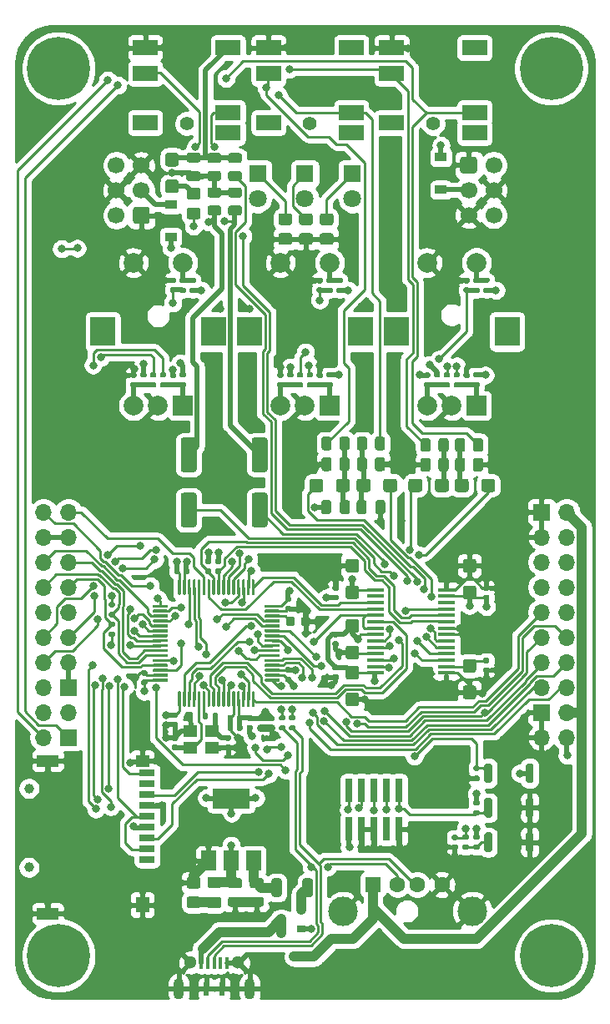
<source format=gbr>
%TF.GenerationSoftware,KiCad,Pcbnew,(5.1.8-0-10_14)*%
%TF.CreationDate,2021-03-24T11:52:58+01:00*%
%TF.ProjectId,KLST_TINY,4b4c5354-5f54-4494-9e59-2e6b69636164,0.1*%
%TF.SameCoordinates,Original*%
%TF.FileFunction,Copper,L1,Top*%
%TF.FilePolarity,Positive*%
%FSLAX46Y46*%
G04 Gerber Fmt 4.6, Leading zero omitted, Abs format (unit mm)*
G04 Created by KiCad (PCBNEW (5.1.8-0-10_14)) date 2021-03-24 11:52:58*
%MOMM*%
%LPD*%
G01*
G04 APERTURE LIST*
%TA.AperFunction,SMDPad,CuDef*%
%ADD10R,2.500000X1.600000*%
%TD*%
%TA.AperFunction,WasherPad*%
%ADD11C,1.400000*%
%TD*%
%TA.AperFunction,SMDPad,CuDef*%
%ADD12R,0.740000X2.400000*%
%TD*%
%TA.AperFunction,ComponentPad*%
%ADD13O,1.700000X1.700000*%
%TD*%
%TA.AperFunction,ComponentPad*%
%ADD14R,1.700000X1.700000*%
%TD*%
%TA.AperFunction,ComponentPad*%
%ADD15C,1.700000*%
%TD*%
%TA.AperFunction,SMDPad,CuDef*%
%ADD16R,0.600000X1.350000*%
%TD*%
%TA.AperFunction,ComponentPad*%
%ADD17O,1.070000X2.140000*%
%TD*%
%TA.AperFunction,ComponentPad*%
%ADD18C,1.300000*%
%TD*%
%TA.AperFunction,SMDPad,CuDef*%
%ADD19R,0.400000X1.250000*%
%TD*%
%TA.AperFunction,SMDPad,CuDef*%
%ADD20R,1.400000X1.200000*%
%TD*%
%TA.AperFunction,SMDPad,CuDef*%
%ADD21R,1.400000X1.600000*%
%TD*%
%TA.AperFunction,SMDPad,CuDef*%
%ADD22R,2.200000X1.200000*%
%TD*%
%TA.AperFunction,WasherPad*%
%ADD23C,1.000000*%
%TD*%
%TA.AperFunction,SMDPad,CuDef*%
%ADD24R,1.600000X0.700000*%
%TD*%
%TA.AperFunction,SMDPad,CuDef*%
%ADD25R,1.200000X0.900000*%
%TD*%
%TA.AperFunction,ComponentPad*%
%ADD26C,1.800000*%
%TD*%
%TA.AperFunction,ComponentPad*%
%ADD27R,1.800000X1.800000*%
%TD*%
%TA.AperFunction,ComponentPad*%
%ADD28C,1.600000*%
%TD*%
%TA.AperFunction,ComponentPad*%
%ADD29R,1.600000X1.500000*%
%TD*%
%TA.AperFunction,ComponentPad*%
%ADD30C,3.000000*%
%TD*%
%TA.AperFunction,SMDPad,CuDef*%
%ADD31R,1.750000X0.450000*%
%TD*%
%TA.AperFunction,SMDPad,CuDef*%
%ADD32R,1.500000X2.000000*%
%TD*%
%TA.AperFunction,SMDPad,CuDef*%
%ADD33R,3.800000X2.000000*%
%TD*%
%TA.AperFunction,ComponentPad*%
%ADD34R,2.000000X2.000000*%
%TD*%
%TA.AperFunction,ComponentPad*%
%ADD35C,2.000000*%
%TD*%
%TA.AperFunction,ComponentPad*%
%ADD36R,2.500000X3.000000*%
%TD*%
%TA.AperFunction,SMDPad,CuDef*%
%ADD37R,0.900000X0.800000*%
%TD*%
%TA.AperFunction,ComponentPad*%
%ADD38C,0.800000*%
%TD*%
%TA.AperFunction,ComponentPad*%
%ADD39C,6.400000*%
%TD*%
%TA.AperFunction,ViaPad*%
%ADD40C,0.800000*%
%TD*%
%TA.AperFunction,Conductor*%
%ADD41C,0.250000*%
%TD*%
%TA.AperFunction,Conductor*%
%ADD42C,1.000000*%
%TD*%
%TA.AperFunction,Conductor*%
%ADD43C,0.750000*%
%TD*%
%TA.AperFunction,Conductor*%
%ADD44C,0.500000*%
%TD*%
%TA.AperFunction,Conductor*%
%ADD45C,0.254000*%
%TD*%
%TA.AperFunction,Conductor*%
%ADD46C,0.100000*%
%TD*%
G04 APERTURE END LIST*
D10*
%TO.P,J8,T*%
%TO.N,/LINE_OUT_LEFT*%
X146200000Y-62500000D03*
%TO.P,J8,TN*%
%TO.N,N/C*%
X146200000Y-64500000D03*
%TO.P,J8,R1N*%
X137800000Y-63500000D03*
%TO.P,J8,R1*%
%TO.N,/LINE_OUT_RIGHT*%
X137800000Y-58500000D03*
%TO.P,J8,S*%
%TO.N,GND*%
X137800000Y-55900000D03*
%TO.P,J8,R2*%
%TO.N,N/C*%
X146200000Y-55900000D03*
D11*
%TO.P,J8,*%
%TO.N,*%
X142000000Y-63600000D03*
%TD*%
D10*
%TO.P,J7,T*%
%TO.N,/LINE_IN_LEFT*%
X133700000Y-62500000D03*
%TO.P,J7,TN*%
%TO.N,N/C*%
X133700000Y-64500000D03*
%TO.P,J7,R1N*%
X125300000Y-63500000D03*
%TO.P,J7,R1*%
%TO.N,/LINE_IN_RIGHT*%
X125300000Y-58500000D03*
%TO.P,J7,S*%
%TO.N,GND*%
X125300000Y-55900000D03*
%TO.P,J7,R2*%
%TO.N,N/C*%
X133700000Y-55900000D03*
D11*
%TO.P,J7,*%
%TO.N,*%
X129500000Y-63600000D03*
%TD*%
D10*
%TO.P,J6,T*%
%TO.N,/audio_codec_WM8731/HEADPHONE_LEFT*%
X121200000Y-62500000D03*
%TO.P,J6,TN*%
%TO.N,N/C*%
X121200000Y-64500000D03*
%TO.P,J6,R1N*%
X112800000Y-63500000D03*
%TO.P,J6,R1*%
%TO.N,/audio_codec_WM8731/HEADPHONE_RIGHT*%
X112800000Y-58500000D03*
%TO.P,J6,S*%
%TO.N,GND*%
X112800000Y-55900000D03*
%TO.P,J6,R2*%
%TO.N,/audio_codec_WM8731/MIC_IN*%
X121200000Y-55900000D03*
D11*
%TO.P,J6,*%
%TO.N,*%
X117000000Y-63600000D03*
%TD*%
D12*
%TO.P,J5,10*%
%TO.N,/SWD_NRST*%
X138540000Y-131250000D03*
%TO.P,J5,9*%
%TO.N,GND*%
X138540000Y-135150000D03*
%TO.P,J5,8*%
%TO.N,/SWD_SWI*%
X137270000Y-131250000D03*
%TO.P,J5,7*%
%TO.N,N/C*%
X137270000Y-135150000D03*
%TO.P,J5,6*%
%TO.N,/SWD_SWO*%
X136000000Y-131250000D03*
%TO.P,J5,5*%
%TO.N,GND*%
X136000000Y-135150000D03*
%TO.P,J5,4*%
%TO.N,/SWD_SWCLK*%
X134730000Y-131250000D03*
%TO.P,J5,3*%
%TO.N,GND*%
X134730000Y-135150000D03*
%TO.P,J5,2*%
%TO.N,/SWD_SWDIO*%
X133460000Y-131250000D03*
%TO.P,J5,1*%
%TO.N,+3V3*%
X133460000Y-135150000D03*
%TD*%
D13*
%TO.P,J13,4*%
%TO.N,/LINE_IN_RIGHT*%
X102460000Y-123340000D03*
%TO.P,J13,3*%
%TO.N,/LINE_IN_LEFT*%
X105000000Y-123340000D03*
%TO.P,J13,2*%
%TO.N,/LINE_OUT_RIGHT*%
X102460000Y-125880000D03*
D14*
%TO.P,J13,1*%
%TO.N,/LINE_OUT_LEFT*%
X105000000Y-125880000D03*
%TD*%
D13*
%TO.P,J11,4*%
%TO.N,+3V3*%
X155540000Y-125860000D03*
%TO.P,J11,3*%
%TO.N,GND*%
X153000000Y-125860000D03*
%TO.P,J11,2*%
%TO.N,+5V*%
X155540000Y-123320000D03*
D14*
%TO.P,J11,1*%
%TO.N,GND*%
X153000000Y-123320000D03*
%TD*%
%TO.P,U1,64*%
%TO.N,+3V3*%
%TA.AperFunction,SMDPad,CuDef*%
G36*
G01*
X115025000Y-120200000D02*
X113625000Y-120200000D01*
G75*
G02*
X113550000Y-120125000I0J75000D01*
G01*
X113550000Y-119975000D01*
G75*
G02*
X113625000Y-119900000I75000J0D01*
G01*
X115025000Y-119900000D01*
G75*
G02*
X115100000Y-119975000I0J-75000D01*
G01*
X115100000Y-120125000D01*
G75*
G02*
X115025000Y-120200000I-75000J0D01*
G01*
G37*
%TD.AperFunction*%
%TO.P,U1,63*%
%TO.N,GND*%
%TA.AperFunction,SMDPad,CuDef*%
G36*
G01*
X115025000Y-119700000D02*
X113625000Y-119700000D01*
G75*
G02*
X113550000Y-119625000I0J75000D01*
G01*
X113550000Y-119475000D01*
G75*
G02*
X113625000Y-119400000I75000J0D01*
G01*
X115025000Y-119400000D01*
G75*
G02*
X115100000Y-119475000I0J-75000D01*
G01*
X115100000Y-119625000D01*
G75*
G02*
X115025000Y-119700000I-75000J0D01*
G01*
G37*
%TD.AperFunction*%
%TO.P,U1,62*%
%TO.N,/ADCLRC*%
%TA.AperFunction,SMDPad,CuDef*%
G36*
G01*
X115025000Y-119200000D02*
X113625000Y-119200000D01*
G75*
G02*
X113550000Y-119125000I0J75000D01*
G01*
X113550000Y-118975000D01*
G75*
G02*
X113625000Y-118900000I75000J0D01*
G01*
X115025000Y-118900000D01*
G75*
G02*
X115100000Y-118975000I0J-75000D01*
G01*
X115100000Y-119125000D01*
G75*
G02*
X115025000Y-119200000I-75000J0D01*
G01*
G37*
%TD.AperFunction*%
%TO.P,U1,61*%
%TO.N,/I2C_00_SCL*%
%TA.AperFunction,SMDPad,CuDef*%
G36*
G01*
X115025000Y-118700000D02*
X113625000Y-118700000D01*
G75*
G02*
X113550000Y-118625000I0J75000D01*
G01*
X113550000Y-118475000D01*
G75*
G02*
X113625000Y-118400000I75000J0D01*
G01*
X115025000Y-118400000D01*
G75*
G02*
X115100000Y-118475000I0J-75000D01*
G01*
X115100000Y-118625000D01*
G75*
G02*
X115025000Y-118700000I-75000J0D01*
G01*
G37*
%TD.AperFunction*%
%TO.P,U1,60*%
%TO.N,/BOOT_FLASH*%
%TA.AperFunction,SMDPad,CuDef*%
G36*
G01*
X115025000Y-118200000D02*
X113625000Y-118200000D01*
G75*
G02*
X113550000Y-118125000I0J75000D01*
G01*
X113550000Y-117975000D01*
G75*
G02*
X113625000Y-117900000I75000J0D01*
G01*
X115025000Y-117900000D01*
G75*
G02*
X115100000Y-117975000I0J-75000D01*
G01*
X115100000Y-118125000D01*
G75*
G02*
X115025000Y-118200000I-75000J0D01*
G01*
G37*
%TD.AperFunction*%
%TO.P,U1,59*%
%TO.N,/I2C_00_SDA*%
%TA.AperFunction,SMDPad,CuDef*%
G36*
G01*
X115025000Y-117700000D02*
X113625000Y-117700000D01*
G75*
G02*
X113550000Y-117625000I0J75000D01*
G01*
X113550000Y-117475000D01*
G75*
G02*
X113625000Y-117400000I75000J0D01*
G01*
X115025000Y-117400000D01*
G75*
G02*
X115100000Y-117475000I0J-75000D01*
G01*
X115100000Y-117625000D01*
G75*
G02*
X115025000Y-117700000I-75000J0D01*
G01*
G37*
%TD.AperFunction*%
%TO.P,U1,58*%
%TO.N,/UART_00_TX*%
%TA.AperFunction,SMDPad,CuDef*%
G36*
G01*
X115025000Y-117200000D02*
X113625000Y-117200000D01*
G75*
G02*
X113550000Y-117125000I0J75000D01*
G01*
X113550000Y-116975000D01*
G75*
G02*
X113625000Y-116900000I75000J0D01*
G01*
X115025000Y-116900000D01*
G75*
G02*
X115100000Y-116975000I0J-75000D01*
G01*
X115100000Y-117125000D01*
G75*
G02*
X115025000Y-117200000I-75000J0D01*
G01*
G37*
%TD.AperFunction*%
%TO.P,U1,57*%
%TO.N,/LED_00*%
%TA.AperFunction,SMDPad,CuDef*%
G36*
G01*
X115025000Y-116700000D02*
X113625000Y-116700000D01*
G75*
G02*
X113550000Y-116625000I0J75000D01*
G01*
X113550000Y-116475000D01*
G75*
G02*
X113625000Y-116400000I75000J0D01*
G01*
X115025000Y-116400000D01*
G75*
G02*
X115100000Y-116475000I0J-75000D01*
G01*
X115100000Y-116625000D01*
G75*
G02*
X115025000Y-116700000I-75000J0D01*
G01*
G37*
%TD.AperFunction*%
%TO.P,U1,56*%
%TO.N,/ENCODER_02_BUTTON*%
%TA.AperFunction,SMDPad,CuDef*%
G36*
G01*
X115025000Y-116200000D02*
X113625000Y-116200000D01*
G75*
G02*
X113550000Y-116125000I0J75000D01*
G01*
X113550000Y-115975000D01*
G75*
G02*
X113625000Y-115900000I75000J0D01*
G01*
X115025000Y-115900000D01*
G75*
G02*
X115100000Y-115975000I0J-75000D01*
G01*
X115100000Y-116125000D01*
G75*
G02*
X115025000Y-116200000I-75000J0D01*
G01*
G37*
%TD.AperFunction*%
%TO.P,U1,55*%
%TO.N,/SWD_SWO*%
%TA.AperFunction,SMDPad,CuDef*%
G36*
G01*
X115025000Y-115700000D02*
X113625000Y-115700000D01*
G75*
G02*
X113550000Y-115625000I0J75000D01*
G01*
X113550000Y-115475000D01*
G75*
G02*
X113625000Y-115400000I75000J0D01*
G01*
X115025000Y-115400000D01*
G75*
G02*
X115100000Y-115475000I0J-75000D01*
G01*
X115100000Y-115625000D01*
G75*
G02*
X115025000Y-115700000I-75000J0D01*
G01*
G37*
%TD.AperFunction*%
%TO.P,U1,54*%
%TO.N,/LED_01*%
%TA.AperFunction,SMDPad,CuDef*%
G36*
G01*
X115025000Y-115200000D02*
X113625000Y-115200000D01*
G75*
G02*
X113550000Y-115125000I0J75000D01*
G01*
X113550000Y-114975000D01*
G75*
G02*
X113625000Y-114900000I75000J0D01*
G01*
X115025000Y-114900000D01*
G75*
G02*
X115100000Y-114975000I0J-75000D01*
G01*
X115100000Y-115125000D01*
G75*
G02*
X115025000Y-115200000I-75000J0D01*
G01*
G37*
%TD.AperFunction*%
%TO.P,U1,53*%
%TO.N,/LED_02*%
%TA.AperFunction,SMDPad,CuDef*%
G36*
G01*
X115025000Y-114700000D02*
X113625000Y-114700000D01*
G75*
G02*
X113550000Y-114625000I0J75000D01*
G01*
X113550000Y-114475000D01*
G75*
G02*
X113625000Y-114400000I75000J0D01*
G01*
X115025000Y-114400000D01*
G75*
G02*
X115100000Y-114475000I0J-75000D01*
G01*
X115100000Y-114625000D01*
G75*
G02*
X115025000Y-114700000I-75000J0D01*
G01*
G37*
%TD.AperFunction*%
%TO.P,U1,52*%
%TO.N,/UART_01_RX*%
%TA.AperFunction,SMDPad,CuDef*%
G36*
G01*
X115025000Y-114200000D02*
X113625000Y-114200000D01*
G75*
G02*
X113550000Y-114125000I0J75000D01*
G01*
X113550000Y-113975000D01*
G75*
G02*
X113625000Y-113900000I75000J0D01*
G01*
X115025000Y-113900000D01*
G75*
G02*
X115100000Y-113975000I0J-75000D01*
G01*
X115100000Y-114125000D01*
G75*
G02*
X115025000Y-114200000I-75000J0D01*
G01*
G37*
%TD.AperFunction*%
%TO.P,U1,51*%
%TO.N,/UART_01_TX*%
%TA.AperFunction,SMDPad,CuDef*%
G36*
G01*
X115025000Y-113700000D02*
X113625000Y-113700000D01*
G75*
G02*
X113550000Y-113625000I0J75000D01*
G01*
X113550000Y-113475000D01*
G75*
G02*
X113625000Y-113400000I75000J0D01*
G01*
X115025000Y-113400000D01*
G75*
G02*
X115100000Y-113475000I0J-75000D01*
G01*
X115100000Y-113625000D01*
G75*
G02*
X115025000Y-113700000I-75000J0D01*
G01*
G37*
%TD.AperFunction*%
%TO.P,U1,50*%
%TO.N,/SWD_SWI*%
%TA.AperFunction,SMDPad,CuDef*%
G36*
G01*
X115025000Y-113200000D02*
X113625000Y-113200000D01*
G75*
G02*
X113550000Y-113125000I0J75000D01*
G01*
X113550000Y-112975000D01*
G75*
G02*
X113625000Y-112900000I75000J0D01*
G01*
X115025000Y-112900000D01*
G75*
G02*
X115100000Y-112975000I0J-75000D01*
G01*
X115100000Y-113125000D01*
G75*
G02*
X115025000Y-113200000I-75000J0D01*
G01*
G37*
%TD.AperFunction*%
%TO.P,U1,49*%
%TO.N,/SWD_SWCLK*%
%TA.AperFunction,SMDPad,CuDef*%
G36*
G01*
X115025000Y-112700000D02*
X113625000Y-112700000D01*
G75*
G02*
X113550000Y-112625000I0J75000D01*
G01*
X113550000Y-112475000D01*
G75*
G02*
X113625000Y-112400000I75000J0D01*
G01*
X115025000Y-112400000D01*
G75*
G02*
X115100000Y-112475000I0J-75000D01*
G01*
X115100000Y-112625000D01*
G75*
G02*
X115025000Y-112700000I-75000J0D01*
G01*
G37*
%TD.AperFunction*%
%TO.P,U1,48*%
%TO.N,+3V3*%
%TA.AperFunction,SMDPad,CuDef*%
G36*
G01*
X116325000Y-111400000D02*
X116175000Y-111400000D01*
G75*
G02*
X116100000Y-111325000I0J75000D01*
G01*
X116100000Y-109925000D01*
G75*
G02*
X116175000Y-109850000I75000J0D01*
G01*
X116325000Y-109850000D01*
G75*
G02*
X116400000Y-109925000I0J-75000D01*
G01*
X116400000Y-111325000D01*
G75*
G02*
X116325000Y-111400000I-75000J0D01*
G01*
G37*
%TD.AperFunction*%
%TO.P,U1,47*%
%TO.N,GND*%
%TA.AperFunction,SMDPad,CuDef*%
G36*
G01*
X116825000Y-111400000D02*
X116675000Y-111400000D01*
G75*
G02*
X116600000Y-111325000I0J75000D01*
G01*
X116600000Y-109925000D01*
G75*
G02*
X116675000Y-109850000I75000J0D01*
G01*
X116825000Y-109850000D01*
G75*
G02*
X116900000Y-109925000I0J-75000D01*
G01*
X116900000Y-111325000D01*
G75*
G02*
X116825000Y-111400000I-75000J0D01*
G01*
G37*
%TD.AperFunction*%
%TO.P,U1,46*%
%TO.N,/SWD_SWDIO*%
%TA.AperFunction,SMDPad,CuDef*%
G36*
G01*
X117325000Y-111400000D02*
X117175000Y-111400000D01*
G75*
G02*
X117100000Y-111325000I0J75000D01*
G01*
X117100000Y-109925000D01*
G75*
G02*
X117175000Y-109850000I75000J0D01*
G01*
X117325000Y-109850000D01*
G75*
G02*
X117400000Y-109925000I0J-75000D01*
G01*
X117400000Y-111325000D01*
G75*
G02*
X117325000Y-111400000I-75000J0D01*
G01*
G37*
%TD.AperFunction*%
%TO.P,U1,45*%
%TO.N,/USB_D+*%
%TA.AperFunction,SMDPad,CuDef*%
G36*
G01*
X117825000Y-111400000D02*
X117675000Y-111400000D01*
G75*
G02*
X117600000Y-111325000I0J75000D01*
G01*
X117600000Y-109925000D01*
G75*
G02*
X117675000Y-109850000I75000J0D01*
G01*
X117825000Y-109850000D01*
G75*
G02*
X117900000Y-109925000I0J-75000D01*
G01*
X117900000Y-111325000D01*
G75*
G02*
X117825000Y-111400000I-75000J0D01*
G01*
G37*
%TD.AperFunction*%
%TO.P,U1,44*%
%TO.N,/USB_D-*%
%TA.AperFunction,SMDPad,CuDef*%
G36*
G01*
X118325000Y-111400000D02*
X118175000Y-111400000D01*
G75*
G02*
X118100000Y-111325000I0J75000D01*
G01*
X118100000Y-109925000D01*
G75*
G02*
X118175000Y-109850000I75000J0D01*
G01*
X118325000Y-109850000D01*
G75*
G02*
X118400000Y-109925000I0J-75000D01*
G01*
X118400000Y-111325000D01*
G75*
G02*
X118325000Y-111400000I-75000J0D01*
G01*
G37*
%TD.AperFunction*%
%TO.P,U1,43*%
%TO.N,/UART_00_RX*%
%TA.AperFunction,SMDPad,CuDef*%
G36*
G01*
X118825000Y-111400000D02*
X118675000Y-111400000D01*
G75*
G02*
X118600000Y-111325000I0J75000D01*
G01*
X118600000Y-109925000D01*
G75*
G02*
X118675000Y-109850000I75000J0D01*
G01*
X118825000Y-109850000D01*
G75*
G02*
X118900000Y-109925000I0J-75000D01*
G01*
X118900000Y-111325000D01*
G75*
G02*
X118825000Y-111400000I-75000J0D01*
G01*
G37*
%TD.AperFunction*%
%TO.P,U1,42*%
%TO.N,/AUDIOCODEC_I2S_SDO*%
%TA.AperFunction,SMDPad,CuDef*%
G36*
G01*
X119325000Y-111400000D02*
X119175000Y-111400000D01*
G75*
G02*
X119100000Y-111325000I0J75000D01*
G01*
X119100000Y-109925000D01*
G75*
G02*
X119175000Y-109850000I75000J0D01*
G01*
X119325000Y-109850000D01*
G75*
G02*
X119400000Y-109925000I0J-75000D01*
G01*
X119400000Y-111325000D01*
G75*
G02*
X119325000Y-111400000I-75000J0D01*
G01*
G37*
%TD.AperFunction*%
%TO.P,U1,41*%
%TO.N,/AUDIOCODEC_I2C_SCL*%
%TA.AperFunction,SMDPad,CuDef*%
G36*
G01*
X119825000Y-111400000D02*
X119675000Y-111400000D01*
G75*
G02*
X119600000Y-111325000I0J75000D01*
G01*
X119600000Y-109925000D01*
G75*
G02*
X119675000Y-109850000I75000J0D01*
G01*
X119825000Y-109850000D01*
G75*
G02*
X119900000Y-109925000I0J-75000D01*
G01*
X119900000Y-111325000D01*
G75*
G02*
X119825000Y-111400000I-75000J0D01*
G01*
G37*
%TD.AperFunction*%
%TO.P,U1,40*%
%TO.N,/AUDIOCODEC_I2C_SDA*%
%TA.AperFunction,SMDPad,CuDef*%
G36*
G01*
X120325000Y-111400000D02*
X120175000Y-111400000D01*
G75*
G02*
X120100000Y-111325000I0J75000D01*
G01*
X120100000Y-109925000D01*
G75*
G02*
X120175000Y-109850000I75000J0D01*
G01*
X120325000Y-109850000D01*
G75*
G02*
X120400000Y-109925000I0J-75000D01*
G01*
X120400000Y-111325000D01*
G75*
G02*
X120325000Y-111400000I-75000J0D01*
G01*
G37*
%TD.AperFunction*%
%TO.P,U1,39*%
%TO.N,/ENCODER_01_BUTTON*%
%TA.AperFunction,SMDPad,CuDef*%
G36*
G01*
X120825000Y-111400000D02*
X120675000Y-111400000D01*
G75*
G02*
X120600000Y-111325000I0J75000D01*
G01*
X120600000Y-109925000D01*
G75*
G02*
X120675000Y-109850000I75000J0D01*
G01*
X120825000Y-109850000D01*
G75*
G02*
X120900000Y-109925000I0J-75000D01*
G01*
X120900000Y-111325000D01*
G75*
G02*
X120825000Y-111400000I-75000J0D01*
G01*
G37*
%TD.AperFunction*%
%TO.P,U1,38*%
%TO.N,/ENCODER_01_B*%
%TA.AperFunction,SMDPad,CuDef*%
G36*
G01*
X121325000Y-111400000D02*
X121175000Y-111400000D01*
G75*
G02*
X121100000Y-111325000I0J75000D01*
G01*
X121100000Y-109925000D01*
G75*
G02*
X121175000Y-109850000I75000J0D01*
G01*
X121325000Y-109850000D01*
G75*
G02*
X121400000Y-109925000I0J-75000D01*
G01*
X121400000Y-111325000D01*
G75*
G02*
X121325000Y-111400000I-75000J0D01*
G01*
G37*
%TD.AperFunction*%
%TO.P,U1,37*%
%TO.N,/ENCODER_01_A*%
%TA.AperFunction,SMDPad,CuDef*%
G36*
G01*
X121825000Y-111400000D02*
X121675000Y-111400000D01*
G75*
G02*
X121600000Y-111325000I0J75000D01*
G01*
X121600000Y-109925000D01*
G75*
G02*
X121675000Y-109850000I75000J0D01*
G01*
X121825000Y-109850000D01*
G75*
G02*
X121900000Y-109925000I0J-75000D01*
G01*
X121900000Y-111325000D01*
G75*
G02*
X121825000Y-111400000I-75000J0D01*
G01*
G37*
%TD.AperFunction*%
%TO.P,U1,36*%
%TO.N,/SPI_00_MOSI*%
%TA.AperFunction,SMDPad,CuDef*%
G36*
G01*
X122325000Y-111400000D02*
X122175000Y-111400000D01*
G75*
G02*
X122100000Y-111325000I0J75000D01*
G01*
X122100000Y-109925000D01*
G75*
G02*
X122175000Y-109850000I75000J0D01*
G01*
X122325000Y-109850000D01*
G75*
G02*
X122400000Y-109925000I0J-75000D01*
G01*
X122400000Y-111325000D01*
G75*
G02*
X122325000Y-111400000I-75000J0D01*
G01*
G37*
%TD.AperFunction*%
%TO.P,U1,35*%
%TO.N,/SPI_00_MISO*%
%TA.AperFunction,SMDPad,CuDef*%
G36*
G01*
X122825000Y-111400000D02*
X122675000Y-111400000D01*
G75*
G02*
X122600000Y-111325000I0J75000D01*
G01*
X122600000Y-109925000D01*
G75*
G02*
X122675000Y-109850000I75000J0D01*
G01*
X122825000Y-109850000D01*
G75*
G02*
X122900000Y-109925000I0J-75000D01*
G01*
X122900000Y-111325000D01*
G75*
G02*
X122825000Y-111400000I-75000J0D01*
G01*
G37*
%TD.AperFunction*%
%TO.P,U1,34*%
%TO.N,/SPI_00_SCK*%
%TA.AperFunction,SMDPad,CuDef*%
G36*
G01*
X123325000Y-111400000D02*
X123175000Y-111400000D01*
G75*
G02*
X123100000Y-111325000I0J75000D01*
G01*
X123100000Y-109925000D01*
G75*
G02*
X123175000Y-109850000I75000J0D01*
G01*
X123325000Y-109850000D01*
G75*
G02*
X123400000Y-109925000I0J-75000D01*
G01*
X123400000Y-111325000D01*
G75*
G02*
X123325000Y-111400000I-75000J0D01*
G01*
G37*
%TD.AperFunction*%
%TO.P,U1,33*%
%TO.N,/AUDIOCODEC_I2S_CK*%
%TA.AperFunction,SMDPad,CuDef*%
G36*
G01*
X123825000Y-111400000D02*
X123675000Y-111400000D01*
G75*
G02*
X123600000Y-111325000I0J75000D01*
G01*
X123600000Y-109925000D01*
G75*
G02*
X123675000Y-109850000I75000J0D01*
G01*
X123825000Y-109850000D01*
G75*
G02*
X123900000Y-109925000I0J-75000D01*
G01*
X123900000Y-111325000D01*
G75*
G02*
X123825000Y-111400000I-75000J0D01*
G01*
G37*
%TD.AperFunction*%
%TO.P,U1,32*%
%TO.N,+3V3*%
%TA.AperFunction,SMDPad,CuDef*%
G36*
G01*
X126375000Y-112700000D02*
X124975000Y-112700000D01*
G75*
G02*
X124900000Y-112625000I0J75000D01*
G01*
X124900000Y-112475000D01*
G75*
G02*
X124975000Y-112400000I75000J0D01*
G01*
X126375000Y-112400000D01*
G75*
G02*
X126450000Y-112475000I0J-75000D01*
G01*
X126450000Y-112625000D01*
G75*
G02*
X126375000Y-112700000I-75000J0D01*
G01*
G37*
%TD.AperFunction*%
%TO.P,U1,31*%
%TO.N,GND*%
%TA.AperFunction,SMDPad,CuDef*%
G36*
G01*
X126375000Y-113200000D02*
X124975000Y-113200000D01*
G75*
G02*
X124900000Y-113125000I0J75000D01*
G01*
X124900000Y-112975000D01*
G75*
G02*
X124975000Y-112900000I75000J0D01*
G01*
X126375000Y-112900000D01*
G75*
G02*
X126450000Y-112975000I0J-75000D01*
G01*
X126450000Y-113125000D01*
G75*
G02*
X126375000Y-113200000I-75000J0D01*
G01*
G37*
%TD.AperFunction*%
%TO.P,U1,30*%
%TO.N,/VCAP1*%
%TA.AperFunction,SMDPad,CuDef*%
G36*
G01*
X126375000Y-113700000D02*
X124975000Y-113700000D01*
G75*
G02*
X124900000Y-113625000I0J75000D01*
G01*
X124900000Y-113475000D01*
G75*
G02*
X124975000Y-113400000I75000J0D01*
G01*
X126375000Y-113400000D01*
G75*
G02*
X126450000Y-113475000I0J-75000D01*
G01*
X126450000Y-113625000D01*
G75*
G02*
X126375000Y-113700000I-75000J0D01*
G01*
G37*
%TD.AperFunction*%
%TO.P,U1,29*%
%TO.N,/GPIO_09*%
%TA.AperFunction,SMDPad,CuDef*%
G36*
G01*
X126375000Y-114200000D02*
X124975000Y-114200000D01*
G75*
G02*
X124900000Y-114125000I0J75000D01*
G01*
X124900000Y-113975000D01*
G75*
G02*
X124975000Y-113900000I75000J0D01*
G01*
X126375000Y-113900000D01*
G75*
G02*
X126450000Y-113975000I0J-75000D01*
G01*
X126450000Y-114125000D01*
G75*
G02*
X126375000Y-114200000I-75000J0D01*
G01*
G37*
%TD.AperFunction*%
%TO.P,U1,28*%
%TO.N,/GPIO_08*%
%TA.AperFunction,SMDPad,CuDef*%
G36*
G01*
X126375000Y-114700000D02*
X124975000Y-114700000D01*
G75*
G02*
X124900000Y-114625000I0J75000D01*
G01*
X124900000Y-114475000D01*
G75*
G02*
X124975000Y-114400000I75000J0D01*
G01*
X126375000Y-114400000D01*
G75*
G02*
X126450000Y-114475000I0J-75000D01*
G01*
X126450000Y-114625000D01*
G75*
G02*
X126375000Y-114700000I-75000J0D01*
G01*
G37*
%TD.AperFunction*%
%TO.P,U1,27*%
%TO.N,/ADC_01*%
%TA.AperFunction,SMDPad,CuDef*%
G36*
G01*
X126375000Y-115200000D02*
X124975000Y-115200000D01*
G75*
G02*
X124900000Y-115125000I0J75000D01*
G01*
X124900000Y-114975000D01*
G75*
G02*
X124975000Y-114900000I75000J0D01*
G01*
X126375000Y-114900000D01*
G75*
G02*
X126450000Y-114975000I0J-75000D01*
G01*
X126450000Y-115125000D01*
G75*
G02*
X126375000Y-115200000I-75000J0D01*
G01*
G37*
%TD.AperFunction*%
%TO.P,U1,26*%
%TO.N,/ADC_00*%
%TA.AperFunction,SMDPad,CuDef*%
G36*
G01*
X126375000Y-115700000D02*
X124975000Y-115700000D01*
G75*
G02*
X124900000Y-115625000I0J75000D01*
G01*
X124900000Y-115475000D01*
G75*
G02*
X124975000Y-115400000I75000J0D01*
G01*
X126375000Y-115400000D01*
G75*
G02*
X126450000Y-115475000I0J-75000D01*
G01*
X126450000Y-115625000D01*
G75*
G02*
X126375000Y-115700000I-75000J0D01*
G01*
G37*
%TD.AperFunction*%
%TO.P,U1,25*%
%TO.N,/GPIO_07*%
%TA.AperFunction,SMDPad,CuDef*%
G36*
G01*
X126375000Y-116200000D02*
X124975000Y-116200000D01*
G75*
G02*
X124900000Y-116125000I0J75000D01*
G01*
X124900000Y-115975000D01*
G75*
G02*
X124975000Y-115900000I75000J0D01*
G01*
X126375000Y-115900000D01*
G75*
G02*
X126450000Y-115975000I0J-75000D01*
G01*
X126450000Y-116125000D01*
G75*
G02*
X126375000Y-116200000I-75000J0D01*
G01*
G37*
%TD.AperFunction*%
%TO.P,U1,24*%
%TO.N,/ENCODER_00_BUTTON*%
%TA.AperFunction,SMDPad,CuDef*%
G36*
G01*
X126375000Y-116700000D02*
X124975000Y-116700000D01*
G75*
G02*
X124900000Y-116625000I0J75000D01*
G01*
X124900000Y-116475000D01*
G75*
G02*
X124975000Y-116400000I75000J0D01*
G01*
X126375000Y-116400000D01*
G75*
G02*
X126450000Y-116475000I0J-75000D01*
G01*
X126450000Y-116625000D01*
G75*
G02*
X126375000Y-116700000I-75000J0D01*
G01*
G37*
%TD.AperFunction*%
%TO.P,U1,23*%
%TO.N,/ENCODER_00_B*%
%TA.AperFunction,SMDPad,CuDef*%
G36*
G01*
X126375000Y-117200000D02*
X124975000Y-117200000D01*
G75*
G02*
X124900000Y-117125000I0J75000D01*
G01*
X124900000Y-116975000D01*
G75*
G02*
X124975000Y-116900000I75000J0D01*
G01*
X126375000Y-116900000D01*
G75*
G02*
X126450000Y-116975000I0J-75000D01*
G01*
X126450000Y-117125000D01*
G75*
G02*
X126375000Y-117200000I-75000J0D01*
G01*
G37*
%TD.AperFunction*%
%TO.P,U1,22*%
%TO.N,/ENCODER_00_A*%
%TA.AperFunction,SMDPad,CuDef*%
G36*
G01*
X126375000Y-117700000D02*
X124975000Y-117700000D01*
G75*
G02*
X124900000Y-117625000I0J75000D01*
G01*
X124900000Y-117475000D01*
G75*
G02*
X124975000Y-117400000I75000J0D01*
G01*
X126375000Y-117400000D01*
G75*
G02*
X126450000Y-117475000I0J-75000D01*
G01*
X126450000Y-117625000D01*
G75*
G02*
X126375000Y-117700000I-75000J0D01*
G01*
G37*
%TD.AperFunction*%
%TO.P,U1,21*%
%TO.N,/DAC_01*%
%TA.AperFunction,SMDPad,CuDef*%
G36*
G01*
X126375000Y-118200000D02*
X124975000Y-118200000D01*
G75*
G02*
X124900000Y-118125000I0J75000D01*
G01*
X124900000Y-117975000D01*
G75*
G02*
X124975000Y-117900000I75000J0D01*
G01*
X126375000Y-117900000D01*
G75*
G02*
X126450000Y-117975000I0J-75000D01*
G01*
X126450000Y-118125000D01*
G75*
G02*
X126375000Y-118200000I-75000J0D01*
G01*
G37*
%TD.AperFunction*%
%TO.P,U1,20*%
%TO.N,/DAC_00*%
%TA.AperFunction,SMDPad,CuDef*%
G36*
G01*
X126375000Y-118700000D02*
X124975000Y-118700000D01*
G75*
G02*
X124900000Y-118625000I0J75000D01*
G01*
X124900000Y-118475000D01*
G75*
G02*
X124975000Y-118400000I75000J0D01*
G01*
X126375000Y-118400000D01*
G75*
G02*
X126450000Y-118475000I0J-75000D01*
G01*
X126450000Y-118625000D01*
G75*
G02*
X126375000Y-118700000I-75000J0D01*
G01*
G37*
%TD.AperFunction*%
%TO.P,U1,19*%
%TO.N,+3V3*%
%TA.AperFunction,SMDPad,CuDef*%
G36*
G01*
X126375000Y-119200000D02*
X124975000Y-119200000D01*
G75*
G02*
X124900000Y-119125000I0J75000D01*
G01*
X124900000Y-118975000D01*
G75*
G02*
X124975000Y-118900000I75000J0D01*
G01*
X126375000Y-118900000D01*
G75*
G02*
X126450000Y-118975000I0J-75000D01*
G01*
X126450000Y-119125000D01*
G75*
G02*
X126375000Y-119200000I-75000J0D01*
G01*
G37*
%TD.AperFunction*%
%TO.P,U1,18*%
%TO.N,GND*%
%TA.AperFunction,SMDPad,CuDef*%
G36*
G01*
X126375000Y-119700000D02*
X124975000Y-119700000D01*
G75*
G02*
X124900000Y-119625000I0J75000D01*
G01*
X124900000Y-119475000D01*
G75*
G02*
X124975000Y-119400000I75000J0D01*
G01*
X126375000Y-119400000D01*
G75*
G02*
X126450000Y-119475000I0J-75000D01*
G01*
X126450000Y-119625000D01*
G75*
G02*
X126375000Y-119700000I-75000J0D01*
G01*
G37*
%TD.AperFunction*%
%TO.P,U1,17*%
%TO.N,/GPIO_06*%
%TA.AperFunction,SMDPad,CuDef*%
G36*
G01*
X126375000Y-120200000D02*
X124975000Y-120200000D01*
G75*
G02*
X124900000Y-120125000I0J75000D01*
G01*
X124900000Y-119975000D01*
G75*
G02*
X124975000Y-119900000I75000J0D01*
G01*
X126375000Y-119900000D01*
G75*
G02*
X126450000Y-119975000I0J-75000D01*
G01*
X126450000Y-120125000D01*
G75*
G02*
X126375000Y-120200000I-75000J0D01*
G01*
G37*
%TD.AperFunction*%
%TO.P,U1,16*%
%TO.N,/GPIO_05*%
%TA.AperFunction,SMDPad,CuDef*%
G36*
G01*
X123825000Y-122750000D02*
X123675000Y-122750000D01*
G75*
G02*
X123600000Y-122675000I0J75000D01*
G01*
X123600000Y-121275000D01*
G75*
G02*
X123675000Y-121200000I75000J0D01*
G01*
X123825000Y-121200000D01*
G75*
G02*
X123900000Y-121275000I0J-75000D01*
G01*
X123900000Y-122675000D01*
G75*
G02*
X123825000Y-122750000I-75000J0D01*
G01*
G37*
%TD.AperFunction*%
%TO.P,U1,15*%
%TO.N,/ENCODER_02_B*%
%TA.AperFunction,SMDPad,CuDef*%
G36*
G01*
X123325000Y-122750000D02*
X123175000Y-122750000D01*
G75*
G02*
X123100000Y-122675000I0J75000D01*
G01*
X123100000Y-121275000D01*
G75*
G02*
X123175000Y-121200000I75000J0D01*
G01*
X123325000Y-121200000D01*
G75*
G02*
X123400000Y-121275000I0J-75000D01*
G01*
X123400000Y-122675000D01*
G75*
G02*
X123325000Y-122750000I-75000J0D01*
G01*
G37*
%TD.AperFunction*%
%TO.P,U1,14*%
%TO.N,/ENCODER_02_A*%
%TA.AperFunction,SMDPad,CuDef*%
G36*
G01*
X122825000Y-122750000D02*
X122675000Y-122750000D01*
G75*
G02*
X122600000Y-122675000I0J75000D01*
G01*
X122600000Y-121275000D01*
G75*
G02*
X122675000Y-121200000I75000J0D01*
G01*
X122825000Y-121200000D01*
G75*
G02*
X122900000Y-121275000I0J-75000D01*
G01*
X122900000Y-122675000D01*
G75*
G02*
X122825000Y-122750000I-75000J0D01*
G01*
G37*
%TD.AperFunction*%
%TO.P,U1,13*%
%TO.N,+3.3VA*%
%TA.AperFunction,SMDPad,CuDef*%
G36*
G01*
X122325000Y-122750000D02*
X122175000Y-122750000D01*
G75*
G02*
X122100000Y-122675000I0J75000D01*
G01*
X122100000Y-121275000D01*
G75*
G02*
X122175000Y-121200000I75000J0D01*
G01*
X122325000Y-121200000D01*
G75*
G02*
X122400000Y-121275000I0J-75000D01*
G01*
X122400000Y-122675000D01*
G75*
G02*
X122325000Y-122750000I-75000J0D01*
G01*
G37*
%TD.AperFunction*%
%TO.P,U1,12*%
%TO.N,GND*%
%TA.AperFunction,SMDPad,CuDef*%
G36*
G01*
X121825000Y-122750000D02*
X121675000Y-122750000D01*
G75*
G02*
X121600000Y-122675000I0J75000D01*
G01*
X121600000Y-121275000D01*
G75*
G02*
X121675000Y-121200000I75000J0D01*
G01*
X121825000Y-121200000D01*
G75*
G02*
X121900000Y-121275000I0J-75000D01*
G01*
X121900000Y-122675000D01*
G75*
G02*
X121825000Y-122750000I-75000J0D01*
G01*
G37*
%TD.AperFunction*%
%TO.P,U1,11*%
%TO.N,/GPIO_04*%
%TA.AperFunction,SMDPad,CuDef*%
G36*
G01*
X121325000Y-122750000D02*
X121175000Y-122750000D01*
G75*
G02*
X121100000Y-122675000I0J75000D01*
G01*
X121100000Y-121275000D01*
G75*
G02*
X121175000Y-121200000I75000J0D01*
G01*
X121325000Y-121200000D01*
G75*
G02*
X121400000Y-121275000I0J-75000D01*
G01*
X121400000Y-122675000D01*
G75*
G02*
X121325000Y-122750000I-75000J0D01*
G01*
G37*
%TD.AperFunction*%
%TO.P,U1,10*%
%TO.N,/GPIO_03*%
%TA.AperFunction,SMDPad,CuDef*%
G36*
G01*
X120825000Y-122750000D02*
X120675000Y-122750000D01*
G75*
G02*
X120600000Y-122675000I0J75000D01*
G01*
X120600000Y-121275000D01*
G75*
G02*
X120675000Y-121200000I75000J0D01*
G01*
X120825000Y-121200000D01*
G75*
G02*
X120900000Y-121275000I0J-75000D01*
G01*
X120900000Y-122675000D01*
G75*
G02*
X120825000Y-122750000I-75000J0D01*
G01*
G37*
%TD.AperFunction*%
%TO.P,U1,9*%
%TO.N,/ADCDAT*%
%TA.AperFunction,SMDPad,CuDef*%
G36*
G01*
X120325000Y-122750000D02*
X120175000Y-122750000D01*
G75*
G02*
X120100000Y-122675000I0J75000D01*
G01*
X120100000Y-121275000D01*
G75*
G02*
X120175000Y-121200000I75000J0D01*
G01*
X120325000Y-121200000D01*
G75*
G02*
X120400000Y-121275000I0J-75000D01*
G01*
X120400000Y-122675000D01*
G75*
G02*
X120325000Y-122750000I-75000J0D01*
G01*
G37*
%TD.AperFunction*%
%TO.P,U1,8*%
%TO.N,/AUDIOCODEC_I2S_MCK*%
%TA.AperFunction,SMDPad,CuDef*%
G36*
G01*
X119825000Y-122750000D02*
X119675000Y-122750000D01*
G75*
G02*
X119600000Y-122675000I0J75000D01*
G01*
X119600000Y-121275000D01*
G75*
G02*
X119675000Y-121200000I75000J0D01*
G01*
X119825000Y-121200000D01*
G75*
G02*
X119900000Y-121275000I0J-75000D01*
G01*
X119900000Y-122675000D01*
G75*
G02*
X119825000Y-122750000I-75000J0D01*
G01*
G37*
%TD.AperFunction*%
%TO.P,U1,7*%
%TO.N,/SWD_NRST*%
%TA.AperFunction,SMDPad,CuDef*%
G36*
G01*
X119325000Y-122750000D02*
X119175000Y-122750000D01*
G75*
G02*
X119100000Y-122675000I0J75000D01*
G01*
X119100000Y-121275000D01*
G75*
G02*
X119175000Y-121200000I75000J0D01*
G01*
X119325000Y-121200000D01*
G75*
G02*
X119400000Y-121275000I0J-75000D01*
G01*
X119400000Y-122675000D01*
G75*
G02*
X119325000Y-122750000I-75000J0D01*
G01*
G37*
%TD.AperFunction*%
%TO.P,U1,6*%
%TO.N,/RCC_OSC_OUT*%
%TA.AperFunction,SMDPad,CuDef*%
G36*
G01*
X118825000Y-122750000D02*
X118675000Y-122750000D01*
G75*
G02*
X118600000Y-122675000I0J75000D01*
G01*
X118600000Y-121275000D01*
G75*
G02*
X118675000Y-121200000I75000J0D01*
G01*
X118825000Y-121200000D01*
G75*
G02*
X118900000Y-121275000I0J-75000D01*
G01*
X118900000Y-122675000D01*
G75*
G02*
X118825000Y-122750000I-75000J0D01*
G01*
G37*
%TD.AperFunction*%
%TO.P,U1,5*%
%TO.N,/RCC_OSC_IN*%
%TA.AperFunction,SMDPad,CuDef*%
G36*
G01*
X118325000Y-122750000D02*
X118175000Y-122750000D01*
G75*
G02*
X118100000Y-122675000I0J75000D01*
G01*
X118100000Y-121275000D01*
G75*
G02*
X118175000Y-121200000I75000J0D01*
G01*
X118325000Y-121200000D01*
G75*
G02*
X118400000Y-121275000I0J-75000D01*
G01*
X118400000Y-122675000D01*
G75*
G02*
X118325000Y-122750000I-75000J0D01*
G01*
G37*
%TD.AperFunction*%
%TO.P,U1,4*%
%TO.N,/GPIO_02*%
%TA.AperFunction,SMDPad,CuDef*%
G36*
G01*
X117825000Y-122750000D02*
X117675000Y-122750000D01*
G75*
G02*
X117600000Y-122675000I0J75000D01*
G01*
X117600000Y-121275000D01*
G75*
G02*
X117675000Y-121200000I75000J0D01*
G01*
X117825000Y-121200000D01*
G75*
G02*
X117900000Y-121275000I0J-75000D01*
G01*
X117900000Y-122675000D01*
G75*
G02*
X117825000Y-122750000I-75000J0D01*
G01*
G37*
%TD.AperFunction*%
%TO.P,U1,3*%
%TO.N,/GPIO_01*%
%TA.AperFunction,SMDPad,CuDef*%
G36*
G01*
X117325000Y-122750000D02*
X117175000Y-122750000D01*
G75*
G02*
X117100000Y-122675000I0J75000D01*
G01*
X117100000Y-121275000D01*
G75*
G02*
X117175000Y-121200000I75000J0D01*
G01*
X117325000Y-121200000D01*
G75*
G02*
X117400000Y-121275000I0J-75000D01*
G01*
X117400000Y-122675000D01*
G75*
G02*
X117325000Y-122750000I-75000J0D01*
G01*
G37*
%TD.AperFunction*%
%TO.P,U1,2*%
%TO.N,/GPIO_00*%
%TA.AperFunction,SMDPad,CuDef*%
G36*
G01*
X116825000Y-122750000D02*
X116675000Y-122750000D01*
G75*
G02*
X116600000Y-122675000I0J75000D01*
G01*
X116600000Y-121275000D01*
G75*
G02*
X116675000Y-121200000I75000J0D01*
G01*
X116825000Y-121200000D01*
G75*
G02*
X116900000Y-121275000I0J-75000D01*
G01*
X116900000Y-122675000D01*
G75*
G02*
X116825000Y-122750000I-75000J0D01*
G01*
G37*
%TD.AperFunction*%
%TO.P,U1,1*%
%TO.N,+3V3*%
%TA.AperFunction,SMDPad,CuDef*%
G36*
G01*
X116325000Y-122750000D02*
X116175000Y-122750000D01*
G75*
G02*
X116100000Y-122675000I0J75000D01*
G01*
X116100000Y-121275000D01*
G75*
G02*
X116175000Y-121200000I75000J0D01*
G01*
X116325000Y-121200000D01*
G75*
G02*
X116400000Y-121275000I0J-75000D01*
G01*
X116400000Y-122675000D01*
G75*
G02*
X116325000Y-122750000I-75000J0D01*
G01*
G37*
%TD.AperFunction*%
%TD*%
%TO.P,C8,2*%
%TO.N,GND*%
%TA.AperFunction,SMDPad,CuDef*%
G36*
G01*
X121700000Y-123730000D02*
X121700000Y-124070000D01*
G75*
G02*
X121560000Y-124210000I-140000J0D01*
G01*
X121280000Y-124210000D01*
G75*
G02*
X121140000Y-124070000I0J140000D01*
G01*
X121140000Y-123730000D01*
G75*
G02*
X121280000Y-123590000I140000J0D01*
G01*
X121560000Y-123590000D01*
G75*
G02*
X121700000Y-123730000I0J-140000D01*
G01*
G37*
%TD.AperFunction*%
%TO.P,C8,1*%
%TO.N,+3.3VA*%
%TA.AperFunction,SMDPad,CuDef*%
G36*
G01*
X122660000Y-123730000D02*
X122660000Y-124070000D01*
G75*
G02*
X122520000Y-124210000I-140000J0D01*
G01*
X122240000Y-124210000D01*
G75*
G02*
X122100000Y-124070000I0J140000D01*
G01*
X122100000Y-123730000D01*
G75*
G02*
X122240000Y-123590000I140000J0D01*
G01*
X122520000Y-123590000D01*
G75*
G02*
X122660000Y-123730000I0J-140000D01*
G01*
G37*
%TD.AperFunction*%
%TD*%
%TO.P,C7,2*%
%TO.N,GND*%
%TA.AperFunction,SMDPad,CuDef*%
G36*
G01*
X121700000Y-124730000D02*
X121700000Y-125070000D01*
G75*
G02*
X121560000Y-125210000I-140000J0D01*
G01*
X121280000Y-125210000D01*
G75*
G02*
X121140000Y-125070000I0J140000D01*
G01*
X121140000Y-124730000D01*
G75*
G02*
X121280000Y-124590000I140000J0D01*
G01*
X121560000Y-124590000D01*
G75*
G02*
X121700000Y-124730000I0J-140000D01*
G01*
G37*
%TD.AperFunction*%
%TO.P,C7,1*%
%TO.N,+3.3VA*%
%TA.AperFunction,SMDPad,CuDef*%
G36*
G01*
X122660000Y-124730000D02*
X122660000Y-125070000D01*
G75*
G02*
X122520000Y-125210000I-140000J0D01*
G01*
X122240000Y-125210000D01*
G75*
G02*
X122100000Y-125070000I0J140000D01*
G01*
X122100000Y-124730000D01*
G75*
G02*
X122240000Y-124590000I140000J0D01*
G01*
X122520000Y-124590000D01*
G75*
G02*
X122660000Y-124730000I0J-140000D01*
G01*
G37*
%TD.AperFunction*%
%TD*%
D15*
%TO.P,J12,6*%
%TO.N,/UART_01_RX*%
X109860000Y-67820000D03*
%TO.P,J12,4*%
%TO.N,GND*%
X109860000Y-70360000D03*
%TO.P,J12,2*%
%TO.N,/UART_01_TX*%
X109860000Y-72900000D03*
%TO.P,J12,5*%
%TO.N,GND*%
X112400000Y-67820000D03*
%TO.P,J12,3*%
%TO.N,Net-(D6-Pad2)*%
X112400000Y-70360000D03*
%TO.P,J12,1*%
%TO.N,GND*%
%TA.AperFunction,ComponentPad*%
G36*
G01*
X113250000Y-72300000D02*
X113250000Y-73500000D01*
G75*
G02*
X113000000Y-73750000I-250000J0D01*
G01*
X111800000Y-73750000D01*
G75*
G02*
X111550000Y-73500000I0J250000D01*
G01*
X111550000Y-72300000D01*
G75*
G02*
X111800000Y-72050000I250000J0D01*
G01*
X113000000Y-72050000D01*
G75*
G02*
X113250000Y-72300000I0J-250000D01*
G01*
G37*
%TD.AperFunction*%
%TD*%
D13*
%TO.P,J9,16*%
%TO.N,/UART_01_RX*%
X102460000Y-103000000D03*
%TO.P,J9,15*%
%TO.N,/UART_00_RX*%
X105000000Y-103000000D03*
%TO.P,J9,14*%
%TO.N,GND*%
X102460000Y-105540000D03*
%TO.P,J9,13*%
X105000000Y-105540000D03*
%TO.P,J9,12*%
%TO.N,/UART_01_TX*%
X102460000Y-108080000D03*
%TO.P,J9,11*%
%TO.N,/UART_00_TX*%
X105000000Y-108080000D03*
%TO.P,J9,10*%
%TO.N,/I2C_00_SDA*%
X102460000Y-110620000D03*
%TO.P,J9,9*%
%TO.N,/I2C_00_SCL*%
X105000000Y-110620000D03*
%TO.P,J9,8*%
%TO.N,+3V3*%
X102460000Y-113160000D03*
%TO.P,J9,7*%
%TO.N,GND*%
X105000000Y-113160000D03*
%TO.P,J9,6*%
%TO.N,/SPI_00_MOSI*%
X102460000Y-115700000D03*
%TO.P,J9,5*%
%TO.N,/SPI_00_MISO*%
X105000000Y-115700000D03*
%TO.P,J9,4*%
%TO.N,/SPI_00_SCK*%
X102460000Y-118240000D03*
%TO.P,J9,3*%
%TO.N,GND*%
X105000000Y-118240000D03*
%TO.P,J9,2*%
%TO.N,+3V3*%
X102460000Y-120780000D03*
D14*
%TO.P,J9,1*%
%TO.N,GND*%
X105000000Y-120780000D03*
%TD*%
D13*
%TO.P,J4,16*%
%TO.N,/DAC_00*%
X155540000Y-120780000D03*
%TO.P,J4,15*%
%TO.N,/DAC_01*%
X153000000Y-120780000D03*
%TO.P,J4,14*%
%TO.N,/ADC_00*%
X155540000Y-118240000D03*
%TO.P,J4,13*%
%TO.N,/ADC_01*%
X153000000Y-118240000D03*
%TO.P,J4,12*%
%TO.N,/GPIO_06*%
X155540000Y-115700000D03*
%TO.P,J4,11*%
%TO.N,/GPIO_07*%
X153000000Y-115700000D03*
%TO.P,J4,10*%
%TO.N,/GPIO_04*%
X155540000Y-113160000D03*
%TO.P,J4,9*%
%TO.N,/GPIO_05*%
X153000000Y-113160000D03*
%TO.P,J4,8*%
%TO.N,/GPIO_02*%
X155540000Y-110620000D03*
%TO.P,J4,7*%
%TO.N,/GPIO_03*%
X153000000Y-110620000D03*
%TO.P,J4,6*%
%TO.N,/GPIO_00*%
X155540000Y-108080000D03*
%TO.P,J4,5*%
%TO.N,/GPIO_01*%
X153000000Y-108080000D03*
%TO.P,J4,4*%
%TO.N,+3V3*%
X155540000Y-105540000D03*
%TO.P,J4,3*%
%TO.N,GND*%
X153000000Y-105540000D03*
%TO.P,J4,2*%
%TO.N,+5V*%
X155540000Y-103000000D03*
D14*
%TO.P,J4,1*%
%TO.N,GND*%
X153000000Y-103000000D03*
%TD*%
D16*
%TO.P,J3,S*%
%TO.N,GND*%
X120600000Y-151375000D03*
X119000000Y-151375000D03*
D17*
X123400000Y-151350000D03*
X116200000Y-151350000D03*
D18*
X122225000Y-148700000D03*
X117375000Y-148700000D03*
D19*
%TO.P,J3,5*%
X121100000Y-148725000D03*
%TO.P,J3,4*%
%TO.N,N/C*%
X120450000Y-148725000D03*
%TO.P,J3,3*%
%TO.N,/USB_CONN_D+*%
X119800000Y-148725000D03*
%TO.P,J3,2*%
%TO.N,/USB_CONN_D-*%
X119150000Y-148725000D03*
%TO.P,J3,1*%
%TO.N,+5V*%
X118500000Y-148725000D03*
%TD*%
D20*
%TO.P,J1,10*%
%TO.N,GND*%
X112500000Y-128250000D03*
D21*
X112500000Y-142850000D03*
D22*
X102900000Y-128250000D03*
X102900000Y-143750000D03*
D23*
%TO.P,J1,*%
%TO.N,*%
X101000000Y-131050000D03*
X101000000Y-139050000D03*
D24*
%TO.P,J1,1*%
%TO.N,N/C*%
X113000000Y-138250000D03*
%TO.P,J1,2*%
%TO.N,/GPIO_09*%
X113000000Y-137150000D03*
%TO.P,J1,3*%
%TO.N,/GPIO_04*%
X113000000Y-136050000D03*
%TO.P,J1,4*%
%TO.N,+3V3*%
X113000000Y-134950000D03*
%TO.P,J1,5*%
%TO.N,/GPIO_09*%
X113000000Y-133850000D03*
%TO.P,J1,6*%
%TO.N,GND*%
X113000000Y-132750000D03*
%TO.P,J1,7*%
%TO.N,/GPIO_03*%
X113000000Y-131650000D03*
%TO.P,J1,8*%
%TO.N,N/C*%
X113000000Y-130550000D03*
%TO.P,J1,9*%
%TO.N,/GPIO_08*%
X113000000Y-129450000D03*
%TD*%
%TO.P,SW6,1*%
%TO.N,Net-(R45-Pad1)*%
%TA.AperFunction,SMDPad,CuDef*%
G36*
G01*
X147200000Y-137300000D02*
X147200000Y-135700000D01*
G75*
G02*
X147400000Y-135500000I200000J0D01*
G01*
X147800000Y-135500000D01*
G75*
G02*
X148000000Y-135700000I0J-200000D01*
G01*
X148000000Y-137300000D01*
G75*
G02*
X147800000Y-137500000I-200000J0D01*
G01*
X147400000Y-137500000D01*
G75*
G02*
X147200000Y-137300000I0J200000D01*
G01*
G37*
%TD.AperFunction*%
%TO.P,SW6,2*%
%TO.N,GND*%
%TA.AperFunction,SMDPad,CuDef*%
G36*
G01*
X151400000Y-137300000D02*
X151400000Y-135700000D01*
G75*
G02*
X151600000Y-135500000I200000J0D01*
G01*
X152000000Y-135500000D01*
G75*
G02*
X152200000Y-135700000I0J-200000D01*
G01*
X152200000Y-137300000D01*
G75*
G02*
X152000000Y-137500000I-200000J0D01*
G01*
X151600000Y-137500000D01*
G75*
G02*
X151400000Y-137300000I0J200000D01*
G01*
G37*
%TD.AperFunction*%
%TD*%
%TO.P,R46,2*%
%TO.N,Net-(R45-Pad1)*%
%TA.AperFunction,SMDPad,CuDef*%
G36*
G01*
X145115000Y-136740000D02*
X145485000Y-136740000D01*
G75*
G02*
X145620000Y-136875000I0J-135000D01*
G01*
X145620000Y-137145000D01*
G75*
G02*
X145485000Y-137280000I-135000J0D01*
G01*
X145115000Y-137280000D01*
G75*
G02*
X144980000Y-137145000I0J135000D01*
G01*
X144980000Y-136875000D01*
G75*
G02*
X145115000Y-136740000I135000J0D01*
G01*
G37*
%TD.AperFunction*%
%TO.P,R46,1*%
%TO.N,/GPIO_07*%
%TA.AperFunction,SMDPad,CuDef*%
G36*
G01*
X145115000Y-135720000D02*
X145485000Y-135720000D01*
G75*
G02*
X145620000Y-135855000I0J-135000D01*
G01*
X145620000Y-136125000D01*
G75*
G02*
X145485000Y-136260000I-135000J0D01*
G01*
X145115000Y-136260000D01*
G75*
G02*
X144980000Y-136125000I0J135000D01*
G01*
X144980000Y-135855000D01*
G75*
G02*
X145115000Y-135720000I135000J0D01*
G01*
G37*
%TD.AperFunction*%
%TD*%
%TO.P,R45,2*%
%TO.N,+3V3*%
%TA.AperFunction,SMDPad,CuDef*%
G36*
G01*
X146585000Y-136260000D02*
X146215000Y-136260000D01*
G75*
G02*
X146080000Y-136125000I0J135000D01*
G01*
X146080000Y-135855000D01*
G75*
G02*
X146215000Y-135720000I135000J0D01*
G01*
X146585000Y-135720000D01*
G75*
G02*
X146720000Y-135855000I0J-135000D01*
G01*
X146720000Y-136125000D01*
G75*
G02*
X146585000Y-136260000I-135000J0D01*
G01*
G37*
%TD.AperFunction*%
%TO.P,R45,1*%
%TO.N,Net-(R45-Pad1)*%
%TA.AperFunction,SMDPad,CuDef*%
G36*
G01*
X146585000Y-137280000D02*
X146215000Y-137280000D01*
G75*
G02*
X146080000Y-137145000I0J135000D01*
G01*
X146080000Y-136875000D01*
G75*
G02*
X146215000Y-136740000I135000J0D01*
G01*
X146585000Y-136740000D01*
G75*
G02*
X146720000Y-136875000I0J-135000D01*
G01*
X146720000Y-137145000D01*
G75*
G02*
X146585000Y-137280000I-135000J0D01*
G01*
G37*
%TD.AperFunction*%
%TD*%
%TO.P,C3,2*%
%TO.N,GND*%
%TA.AperFunction,SMDPad,CuDef*%
G36*
G01*
X144030000Y-136700000D02*
X144370000Y-136700000D01*
G75*
G02*
X144510000Y-136840000I0J-140000D01*
G01*
X144510000Y-137120000D01*
G75*
G02*
X144370000Y-137260000I-140000J0D01*
G01*
X144030000Y-137260000D01*
G75*
G02*
X143890000Y-137120000I0J140000D01*
G01*
X143890000Y-136840000D01*
G75*
G02*
X144030000Y-136700000I140000J0D01*
G01*
G37*
%TD.AperFunction*%
%TO.P,C3,1*%
%TO.N,/GPIO_07*%
%TA.AperFunction,SMDPad,CuDef*%
G36*
G01*
X144030000Y-135740000D02*
X144370000Y-135740000D01*
G75*
G02*
X144510000Y-135880000I0J-140000D01*
G01*
X144510000Y-136160000D01*
G75*
G02*
X144370000Y-136300000I-140000J0D01*
G01*
X144030000Y-136300000D01*
G75*
G02*
X143890000Y-136160000I0J140000D01*
G01*
X143890000Y-135880000D01*
G75*
G02*
X144030000Y-135740000I140000J0D01*
G01*
G37*
%TD.AperFunction*%
%TD*%
%TO.P,SW2,1*%
%TO.N,GND*%
%TA.AperFunction,SMDPad,CuDef*%
G36*
G01*
X152200000Y-132200000D02*
X152200000Y-133800000D01*
G75*
G02*
X152000000Y-134000000I-200000J0D01*
G01*
X151600000Y-134000000D01*
G75*
G02*
X151400000Y-133800000I0J200000D01*
G01*
X151400000Y-132200000D01*
G75*
G02*
X151600000Y-132000000I200000J0D01*
G01*
X152000000Y-132000000D01*
G75*
G02*
X152200000Y-132200000I0J-200000D01*
G01*
G37*
%TD.AperFunction*%
%TO.P,SW2,2*%
%TO.N,/SWD_NRST*%
%TA.AperFunction,SMDPad,CuDef*%
G36*
G01*
X148000000Y-132200000D02*
X148000000Y-133800000D01*
G75*
G02*
X147800000Y-134000000I-200000J0D01*
G01*
X147400000Y-134000000D01*
G75*
G02*
X147200000Y-133800000I0J200000D01*
G01*
X147200000Y-132200000D01*
G75*
G02*
X147400000Y-132000000I200000J0D01*
G01*
X147800000Y-132000000D01*
G75*
G02*
X148000000Y-132200000I0J-200000D01*
G01*
G37*
%TD.AperFunction*%
%TD*%
%TO.P,SW1,1*%
%TO.N,/BOOT_FLASH*%
%TA.AperFunction,SMDPad,CuDef*%
G36*
G01*
X147200000Y-130300000D02*
X147200000Y-128700000D01*
G75*
G02*
X147400000Y-128500000I200000J0D01*
G01*
X147800000Y-128500000D01*
G75*
G02*
X148000000Y-128700000I0J-200000D01*
G01*
X148000000Y-130300000D01*
G75*
G02*
X147800000Y-130500000I-200000J0D01*
G01*
X147400000Y-130500000D01*
G75*
G02*
X147200000Y-130300000I0J200000D01*
G01*
G37*
%TD.AperFunction*%
%TO.P,SW1,2*%
%TO.N,+3V3*%
%TA.AperFunction,SMDPad,CuDef*%
G36*
G01*
X151400000Y-130300000D02*
X151400000Y-128700000D01*
G75*
G02*
X151600000Y-128500000I200000J0D01*
G01*
X152000000Y-128500000D01*
G75*
G02*
X152200000Y-128700000I0J-200000D01*
G01*
X152200000Y-130300000D01*
G75*
G02*
X152000000Y-130500000I-200000J0D01*
G01*
X151600000Y-130500000D01*
G75*
G02*
X151400000Y-130300000I0J200000D01*
G01*
G37*
%TD.AperFunction*%
%TD*%
D20*
%TO.P,Y1,4*%
%TO.N,GND*%
X117400000Y-125250000D03*
%TO.P,Y1,3*%
%TO.N,Net-(C2-Pad1)*%
X119600000Y-125250000D03*
%TO.P,Y1,2*%
%TO.N,GND*%
X119600000Y-126950000D03*
%TO.P,Y1,1*%
%TO.N,/RCC_OSC_IN*%
X117400000Y-126950000D03*
%TD*%
%TO.P,R24,2*%
%TO.N,GND*%
%TA.AperFunction,SMDPad,CuDef*%
G36*
G01*
X141750000Y-97749999D02*
X141750000Y-98650001D01*
G75*
G02*
X141500001Y-98900000I-249999J0D01*
G01*
X140974999Y-98900000D01*
G75*
G02*
X140725000Y-98650001I0J249999D01*
G01*
X140725000Y-97749999D01*
G75*
G02*
X140974999Y-97500000I249999J0D01*
G01*
X141500001Y-97500000D01*
G75*
G02*
X141750000Y-97749999I0J-249999D01*
G01*
G37*
%TD.AperFunction*%
%TO.P,R24,1*%
%TO.N,Net-(C27-Pad2)*%
%TA.AperFunction,SMDPad,CuDef*%
G36*
G01*
X143575000Y-97749999D02*
X143575000Y-98650001D01*
G75*
G02*
X143325001Y-98900000I-249999J0D01*
G01*
X142799999Y-98900000D01*
G75*
G02*
X142550000Y-98650001I0J249999D01*
G01*
X142550000Y-97749999D01*
G75*
G02*
X142799999Y-97500000I249999J0D01*
G01*
X143325001Y-97500000D01*
G75*
G02*
X143575000Y-97749999I0J-249999D01*
G01*
G37*
%TD.AperFunction*%
%TD*%
%TO.P,R23,2*%
%TO.N,/LINE_OUT_RIGHT*%
%TA.AperFunction,SMDPad,CuDef*%
G36*
G01*
X141750000Y-95749999D02*
X141750000Y-96650001D01*
G75*
G02*
X141500001Y-96900000I-249999J0D01*
G01*
X140974999Y-96900000D01*
G75*
G02*
X140725000Y-96650001I0J249999D01*
G01*
X140725000Y-95749999D01*
G75*
G02*
X140974999Y-95500000I249999J0D01*
G01*
X141500001Y-95500000D01*
G75*
G02*
X141750000Y-95749999I0J-249999D01*
G01*
G37*
%TD.AperFunction*%
%TO.P,R23,1*%
%TO.N,Net-(C27-Pad2)*%
%TA.AperFunction,SMDPad,CuDef*%
G36*
G01*
X143575000Y-95749999D02*
X143575000Y-96650001D01*
G75*
G02*
X143325001Y-96900000I-249999J0D01*
G01*
X142799999Y-96900000D01*
G75*
G02*
X142550000Y-96650001I0J249999D01*
G01*
X142550000Y-95749999D01*
G75*
G02*
X142799999Y-95500000I249999J0D01*
G01*
X143325001Y-95500000D01*
G75*
G02*
X143575000Y-95749999I0J-249999D01*
G01*
G37*
%TD.AperFunction*%
%TD*%
%TO.P,R22,2*%
%TO.N,GND*%
%TA.AperFunction,SMDPad,CuDef*%
G36*
G01*
X146050000Y-98650001D02*
X146050000Y-97749999D01*
G75*
G02*
X146299999Y-97500000I249999J0D01*
G01*
X146825001Y-97500000D01*
G75*
G02*
X147075000Y-97749999I0J-249999D01*
G01*
X147075000Y-98650001D01*
G75*
G02*
X146825001Y-98900000I-249999J0D01*
G01*
X146299999Y-98900000D01*
G75*
G02*
X146050000Y-98650001I0J249999D01*
G01*
G37*
%TD.AperFunction*%
%TO.P,R22,1*%
%TO.N,Net-(C26-Pad2)*%
%TA.AperFunction,SMDPad,CuDef*%
G36*
G01*
X144225000Y-98650001D02*
X144225000Y-97749999D01*
G75*
G02*
X144474999Y-97500000I249999J0D01*
G01*
X145000001Y-97500000D01*
G75*
G02*
X145250000Y-97749999I0J-249999D01*
G01*
X145250000Y-98650001D01*
G75*
G02*
X145000001Y-98900000I-249999J0D01*
G01*
X144474999Y-98900000D01*
G75*
G02*
X144225000Y-98650001I0J249999D01*
G01*
G37*
%TD.AperFunction*%
%TD*%
%TO.P,R21,2*%
%TO.N,/LINE_OUT_LEFT*%
%TA.AperFunction,SMDPad,CuDef*%
G36*
G01*
X146050000Y-96650001D02*
X146050000Y-95749999D01*
G75*
G02*
X146299999Y-95500000I249999J0D01*
G01*
X146825001Y-95500000D01*
G75*
G02*
X147075000Y-95749999I0J-249999D01*
G01*
X147075000Y-96650001D01*
G75*
G02*
X146825001Y-96900000I-249999J0D01*
G01*
X146299999Y-96900000D01*
G75*
G02*
X146050000Y-96650001I0J249999D01*
G01*
G37*
%TD.AperFunction*%
%TO.P,R21,1*%
%TO.N,Net-(C26-Pad2)*%
%TA.AperFunction,SMDPad,CuDef*%
G36*
G01*
X144225000Y-96650001D02*
X144225000Y-95749999D01*
G75*
G02*
X144474999Y-95500000I249999J0D01*
G01*
X145000001Y-95500000D01*
G75*
G02*
X145250000Y-95749999I0J-249999D01*
G01*
X145250000Y-96650001D01*
G75*
G02*
X145000001Y-96900000I-249999J0D01*
G01*
X144474999Y-96900000D01*
G75*
G02*
X144225000Y-96650001I0J249999D01*
G01*
G37*
%TD.AperFunction*%
%TD*%
%TO.P,R20,2*%
%TO.N,GND*%
%TA.AperFunction,SMDPad,CuDef*%
G36*
G01*
X131700000Y-97699999D02*
X131700000Y-98600001D01*
G75*
G02*
X131450001Y-98850000I-249999J0D01*
G01*
X130924999Y-98850000D01*
G75*
G02*
X130675000Y-98600001I0J249999D01*
G01*
X130675000Y-97699999D01*
G75*
G02*
X130924999Y-97450000I249999J0D01*
G01*
X131450001Y-97450000D01*
G75*
G02*
X131700000Y-97699999I0J-249999D01*
G01*
G37*
%TD.AperFunction*%
%TO.P,R20,1*%
%TO.N,Net-(C24-Pad2)*%
%TA.AperFunction,SMDPad,CuDef*%
G36*
G01*
X133525000Y-97699999D02*
X133525000Y-98600001D01*
G75*
G02*
X133275001Y-98850000I-249999J0D01*
G01*
X132749999Y-98850000D01*
G75*
G02*
X132500000Y-98600001I0J249999D01*
G01*
X132500000Y-97699999D01*
G75*
G02*
X132749999Y-97450000I249999J0D01*
G01*
X133275001Y-97450000D01*
G75*
G02*
X133525000Y-97699999I0J-249999D01*
G01*
G37*
%TD.AperFunction*%
%TD*%
%TO.P,R19,2*%
%TO.N,/LINE_IN_RIGHT*%
%TA.AperFunction,SMDPad,CuDef*%
G36*
G01*
X131700000Y-95599999D02*
X131700000Y-96500001D01*
G75*
G02*
X131450001Y-96750000I-249999J0D01*
G01*
X130924999Y-96750000D01*
G75*
G02*
X130675000Y-96500001I0J249999D01*
G01*
X130675000Y-95599999D01*
G75*
G02*
X130924999Y-95350000I249999J0D01*
G01*
X131450001Y-95350000D01*
G75*
G02*
X131700000Y-95599999I0J-249999D01*
G01*
G37*
%TD.AperFunction*%
%TO.P,R19,1*%
%TO.N,Net-(C24-Pad2)*%
%TA.AperFunction,SMDPad,CuDef*%
G36*
G01*
X133525000Y-95599999D02*
X133525000Y-96500001D01*
G75*
G02*
X133275001Y-96750000I-249999J0D01*
G01*
X132749999Y-96750000D01*
G75*
G02*
X132500000Y-96500001I0J249999D01*
G01*
X132500000Y-95599999D01*
G75*
G02*
X132749999Y-95350000I249999J0D01*
G01*
X133275001Y-95350000D01*
G75*
G02*
X133525000Y-95599999I0J-249999D01*
G01*
G37*
%TD.AperFunction*%
%TD*%
%TO.P,R18,2*%
%TO.N,GND*%
%TA.AperFunction,SMDPad,CuDef*%
G36*
G01*
X136100000Y-98600001D02*
X136100000Y-97699999D01*
G75*
G02*
X136349999Y-97450000I249999J0D01*
G01*
X136875001Y-97450000D01*
G75*
G02*
X137125000Y-97699999I0J-249999D01*
G01*
X137125000Y-98600001D01*
G75*
G02*
X136875001Y-98850000I-249999J0D01*
G01*
X136349999Y-98850000D01*
G75*
G02*
X136100000Y-98600001I0J249999D01*
G01*
G37*
%TD.AperFunction*%
%TO.P,R18,1*%
%TO.N,Net-(C22-Pad2)*%
%TA.AperFunction,SMDPad,CuDef*%
G36*
G01*
X134275000Y-98600001D02*
X134275000Y-97699999D01*
G75*
G02*
X134524999Y-97450000I249999J0D01*
G01*
X135050001Y-97450000D01*
G75*
G02*
X135300000Y-97699999I0J-249999D01*
G01*
X135300000Y-98600001D01*
G75*
G02*
X135050001Y-98850000I-249999J0D01*
G01*
X134524999Y-98850000D01*
G75*
G02*
X134275000Y-98600001I0J249999D01*
G01*
G37*
%TD.AperFunction*%
%TD*%
%TO.P,R17,2*%
%TO.N,/LINE_IN_LEFT*%
%TA.AperFunction,SMDPad,CuDef*%
G36*
G01*
X136100000Y-96500001D02*
X136100000Y-95599999D01*
G75*
G02*
X136349999Y-95350000I249999J0D01*
G01*
X136875001Y-95350000D01*
G75*
G02*
X137125000Y-95599999I0J-249999D01*
G01*
X137125000Y-96500001D01*
G75*
G02*
X136875001Y-96750000I-249999J0D01*
G01*
X136349999Y-96750000D01*
G75*
G02*
X136100000Y-96500001I0J249999D01*
G01*
G37*
%TD.AperFunction*%
%TO.P,R17,1*%
%TO.N,Net-(C22-Pad2)*%
%TA.AperFunction,SMDPad,CuDef*%
G36*
G01*
X134275000Y-96500001D02*
X134275000Y-95599999D01*
G75*
G02*
X134524999Y-95350000I249999J0D01*
G01*
X135050001Y-95350000D01*
G75*
G02*
X135300000Y-95599999I0J-249999D01*
G01*
X135300000Y-96500001D01*
G75*
G02*
X135050001Y-96750000I-249999J0D01*
G01*
X134524999Y-96750000D01*
G75*
G02*
X134275000Y-96500001I0J249999D01*
G01*
G37*
%TD.AperFunction*%
%TD*%
%TO.P,R16,2*%
%TO.N,GND*%
%TA.AperFunction,SMDPad,CuDef*%
G36*
G01*
X119349999Y-68400000D02*
X120250001Y-68400000D01*
G75*
G02*
X120500000Y-68649999I0J-249999D01*
G01*
X120500000Y-69175001D01*
G75*
G02*
X120250001Y-69425000I-249999J0D01*
G01*
X119349999Y-69425000D01*
G75*
G02*
X119100000Y-69175001I0J249999D01*
G01*
X119100000Y-68649999D01*
G75*
G02*
X119349999Y-68400000I249999J0D01*
G01*
G37*
%TD.AperFunction*%
%TO.P,R16,1*%
%TO.N,/audio_codec_WM8731/MIC_IN*%
%TA.AperFunction,SMDPad,CuDef*%
G36*
G01*
X119349999Y-66575000D02*
X120250001Y-66575000D01*
G75*
G02*
X120500000Y-66824999I0J-249999D01*
G01*
X120500000Y-67350001D01*
G75*
G02*
X120250001Y-67600000I-249999J0D01*
G01*
X119349999Y-67600000D01*
G75*
G02*
X119100000Y-67350001I0J249999D01*
G01*
X119100000Y-66824999D01*
G75*
G02*
X119349999Y-66575000I249999J0D01*
G01*
G37*
%TD.AperFunction*%
%TD*%
%TO.P,R11,2*%
%TO.N,GND*%
%TA.AperFunction,SMDPad,CuDef*%
G36*
G01*
X120250001Y-71100000D02*
X119349999Y-71100000D01*
G75*
G02*
X119100000Y-70850001I0J249999D01*
G01*
X119100000Y-70324999D01*
G75*
G02*
X119349999Y-70075000I249999J0D01*
G01*
X120250001Y-70075000D01*
G75*
G02*
X120500000Y-70324999I0J-249999D01*
G01*
X120500000Y-70850001D01*
G75*
G02*
X120250001Y-71100000I-249999J0D01*
G01*
G37*
%TD.AperFunction*%
%TO.P,R11,1*%
%TO.N,/audio_codec_WM8731/HEADPHONE_RIGHT*%
%TA.AperFunction,SMDPad,CuDef*%
G36*
G01*
X120250001Y-72925000D02*
X119349999Y-72925000D01*
G75*
G02*
X119100000Y-72675001I0J249999D01*
G01*
X119100000Y-72149999D01*
G75*
G02*
X119349999Y-71900000I249999J0D01*
G01*
X120250001Y-71900000D01*
G75*
G02*
X120500000Y-72149999I0J-249999D01*
G01*
X120500000Y-72675001D01*
G75*
G02*
X120250001Y-72925000I-249999J0D01*
G01*
G37*
%TD.AperFunction*%
%TD*%
%TO.P,R10,2*%
%TO.N,GND*%
%TA.AperFunction,SMDPad,CuDef*%
G36*
G01*
X122350001Y-71100000D02*
X121449999Y-71100000D01*
G75*
G02*
X121200000Y-70850001I0J249999D01*
G01*
X121200000Y-70324999D01*
G75*
G02*
X121449999Y-70075000I249999J0D01*
G01*
X122350001Y-70075000D01*
G75*
G02*
X122600000Y-70324999I0J-249999D01*
G01*
X122600000Y-70850001D01*
G75*
G02*
X122350001Y-71100000I-249999J0D01*
G01*
G37*
%TD.AperFunction*%
%TO.P,R10,1*%
%TO.N,/audio_codec_WM8731/HEADPHONE_LEFT*%
%TA.AperFunction,SMDPad,CuDef*%
G36*
G01*
X122350001Y-72925000D02*
X121449999Y-72925000D01*
G75*
G02*
X121200000Y-72675001I0J249999D01*
G01*
X121200000Y-72149999D01*
G75*
G02*
X121449999Y-71900000I249999J0D01*
G01*
X122350001Y-71900000D01*
G75*
G02*
X122600000Y-72149999I0J-249999D01*
G01*
X122600000Y-72675001D01*
G75*
G02*
X122350001Y-72925000I-249999J0D01*
G01*
G37*
%TD.AperFunction*%
%TD*%
%TO.P,R12,2*%
%TO.N,/audio_codec_WM8731/SIGNAL_MIC_BIAS*%
%TA.AperFunction,SMDPad,CuDef*%
G36*
G01*
X121449999Y-68400000D02*
X122350001Y-68400000D01*
G75*
G02*
X122600000Y-68649999I0J-249999D01*
G01*
X122600000Y-69175001D01*
G75*
G02*
X122350001Y-69425000I-249999J0D01*
G01*
X121449999Y-69425000D01*
G75*
G02*
X121200000Y-69175001I0J249999D01*
G01*
X121200000Y-68649999D01*
G75*
G02*
X121449999Y-68400000I249999J0D01*
G01*
G37*
%TD.AperFunction*%
%TO.P,R12,1*%
%TO.N,/audio_codec_WM8731/MIC_IN*%
%TA.AperFunction,SMDPad,CuDef*%
G36*
G01*
X121449999Y-66575000D02*
X122350001Y-66575000D01*
G75*
G02*
X122600000Y-66824999I0J-249999D01*
G01*
X122600000Y-67350001D01*
G75*
G02*
X122350001Y-67600000I-249999J0D01*
G01*
X121449999Y-67600000D01*
G75*
G02*
X121200000Y-67350001I0J249999D01*
G01*
X121200000Y-66824999D01*
G75*
G02*
X121449999Y-66575000I249999J0D01*
G01*
G37*
%TD.AperFunction*%
%TD*%
D25*
%TO.P,D5,2*%
%TO.N,Net-(D5-Pad2)*%
X142800000Y-70300000D03*
%TO.P,D5,1*%
%TO.N,+3V3*%
X142800000Y-67000000D03*
%TD*%
%TO.P,D6,2*%
%TO.N,Net-(D6-Pad2)*%
X115400000Y-71800000D03*
%TO.P,D6,1*%
%TO.N,+3V3*%
X115400000Y-75100000D03*
%TD*%
%TO.P,R44,2*%
%TO.N,/I2C_00_SCL*%
%TA.AperFunction,SMDPad,CuDef*%
G36*
G01*
X109585000Y-114660000D02*
X109215000Y-114660000D01*
G75*
G02*
X109080000Y-114525000I0J135000D01*
G01*
X109080000Y-114255000D01*
G75*
G02*
X109215000Y-114120000I135000J0D01*
G01*
X109585000Y-114120000D01*
G75*
G02*
X109720000Y-114255000I0J-135000D01*
G01*
X109720000Y-114525000D01*
G75*
G02*
X109585000Y-114660000I-135000J0D01*
G01*
G37*
%TD.AperFunction*%
%TO.P,R44,1*%
%TO.N,+3V3*%
%TA.AperFunction,SMDPad,CuDef*%
G36*
G01*
X109585000Y-115680000D02*
X109215000Y-115680000D01*
G75*
G02*
X109080000Y-115545000I0J135000D01*
G01*
X109080000Y-115275000D01*
G75*
G02*
X109215000Y-115140000I135000J0D01*
G01*
X109585000Y-115140000D01*
G75*
G02*
X109720000Y-115275000I0J-135000D01*
G01*
X109720000Y-115545000D01*
G75*
G02*
X109585000Y-115680000I-135000J0D01*
G01*
G37*
%TD.AperFunction*%
%TD*%
%TO.P,R43,2*%
%TO.N,/I2C_00_SDA*%
%TA.AperFunction,SMDPad,CuDef*%
G36*
G01*
X109215000Y-113140000D02*
X109585000Y-113140000D01*
G75*
G02*
X109720000Y-113275000I0J-135000D01*
G01*
X109720000Y-113545000D01*
G75*
G02*
X109585000Y-113680000I-135000J0D01*
G01*
X109215000Y-113680000D01*
G75*
G02*
X109080000Y-113545000I0J135000D01*
G01*
X109080000Y-113275000D01*
G75*
G02*
X109215000Y-113140000I135000J0D01*
G01*
G37*
%TD.AperFunction*%
%TO.P,R43,1*%
%TO.N,+3V3*%
%TA.AperFunction,SMDPad,CuDef*%
G36*
G01*
X109215000Y-112120000D02*
X109585000Y-112120000D01*
G75*
G02*
X109720000Y-112255000I0J-135000D01*
G01*
X109720000Y-112525000D01*
G75*
G02*
X109585000Y-112660000I-135000J0D01*
G01*
X109215000Y-112660000D01*
G75*
G02*
X109080000Y-112525000I0J135000D01*
G01*
X109080000Y-112255000D01*
G75*
G02*
X109215000Y-112120000I135000J0D01*
G01*
G37*
%TD.AperFunction*%
%TD*%
D15*
%TO.P,J10,6*%
%TO.N,/UART_00_RX*%
X148140000Y-72880000D03*
%TO.P,J10,4*%
%TO.N,GND*%
X148140000Y-70340000D03*
%TO.P,J10,2*%
%TO.N,/UART_00_TX*%
X148140000Y-67800000D03*
%TO.P,J10,5*%
%TO.N,GND*%
X145600000Y-72880000D03*
%TO.P,J10,3*%
%TO.N,Net-(D5-Pad2)*%
X145600000Y-70340000D03*
%TO.P,J10,1*%
%TO.N,GND*%
%TA.AperFunction,ComponentPad*%
G36*
G01*
X144750000Y-68400000D02*
X144750000Y-67200000D01*
G75*
G02*
X145000000Y-66950000I250000J0D01*
G01*
X146200000Y-66950000D01*
G75*
G02*
X146450000Y-67200000I0J-250000D01*
G01*
X146450000Y-68400000D01*
G75*
G02*
X146200000Y-68650000I-250000J0D01*
G01*
X145000000Y-68650000D01*
G75*
G02*
X144750000Y-68400000I0J250000D01*
G01*
G37*
%TD.AperFunction*%
%TD*%
%TO.P,R42,2*%
%TO.N,Net-(C44-Pad1)*%
%TA.AperFunction,SMDPad,CuDef*%
G36*
G01*
X113415000Y-89840000D02*
X113785000Y-89840000D01*
G75*
G02*
X113920000Y-89975000I0J-135000D01*
G01*
X113920000Y-90245000D01*
G75*
G02*
X113785000Y-90380000I-135000J0D01*
G01*
X113415000Y-90380000D01*
G75*
G02*
X113280000Y-90245000I0J135000D01*
G01*
X113280000Y-89975000D01*
G75*
G02*
X113415000Y-89840000I135000J0D01*
G01*
G37*
%TD.AperFunction*%
%TO.P,R42,1*%
%TO.N,/ENCODER_02_B*%
%TA.AperFunction,SMDPad,CuDef*%
G36*
G01*
X113415000Y-88820000D02*
X113785000Y-88820000D01*
G75*
G02*
X113920000Y-88955000I0J-135000D01*
G01*
X113920000Y-89225000D01*
G75*
G02*
X113785000Y-89360000I-135000J0D01*
G01*
X113415000Y-89360000D01*
G75*
G02*
X113280000Y-89225000I0J135000D01*
G01*
X113280000Y-88955000D01*
G75*
G02*
X113415000Y-88820000I135000J0D01*
G01*
G37*
%TD.AperFunction*%
%TD*%
%TO.P,R36,2*%
%TO.N,Net-(C41-Pad1)*%
%TA.AperFunction,SMDPad,CuDef*%
G36*
G01*
X128315000Y-89840000D02*
X128685000Y-89840000D01*
G75*
G02*
X128820000Y-89975000I0J-135000D01*
G01*
X128820000Y-90245000D01*
G75*
G02*
X128685000Y-90380000I-135000J0D01*
G01*
X128315000Y-90380000D01*
G75*
G02*
X128180000Y-90245000I0J135000D01*
G01*
X128180000Y-89975000D01*
G75*
G02*
X128315000Y-89840000I135000J0D01*
G01*
G37*
%TD.AperFunction*%
%TO.P,R36,1*%
%TO.N,/ENCODER_01_B*%
%TA.AperFunction,SMDPad,CuDef*%
G36*
G01*
X128315000Y-88820000D02*
X128685000Y-88820000D01*
G75*
G02*
X128820000Y-88955000I0J-135000D01*
G01*
X128820000Y-89225000D01*
G75*
G02*
X128685000Y-89360000I-135000J0D01*
G01*
X128315000Y-89360000D01*
G75*
G02*
X128180000Y-89225000I0J135000D01*
G01*
X128180000Y-88955000D01*
G75*
G02*
X128315000Y-88820000I135000J0D01*
G01*
G37*
%TD.AperFunction*%
%TD*%
%TO.P,R30,2*%
%TO.N,Net-(C38-Pad1)*%
%TA.AperFunction,SMDPad,CuDef*%
G36*
G01*
X143215000Y-89840000D02*
X143585000Y-89840000D01*
G75*
G02*
X143720000Y-89975000I0J-135000D01*
G01*
X143720000Y-90245000D01*
G75*
G02*
X143585000Y-90380000I-135000J0D01*
G01*
X143215000Y-90380000D01*
G75*
G02*
X143080000Y-90245000I0J135000D01*
G01*
X143080000Y-89975000D01*
G75*
G02*
X143215000Y-89840000I135000J0D01*
G01*
G37*
%TD.AperFunction*%
%TO.P,R30,1*%
%TO.N,/ENCODER_00_B*%
%TA.AperFunction,SMDPad,CuDef*%
G36*
G01*
X143215000Y-88820000D02*
X143585000Y-88820000D01*
G75*
G02*
X143720000Y-88955000I0J-135000D01*
G01*
X143720000Y-89225000D01*
G75*
G02*
X143585000Y-89360000I-135000J0D01*
G01*
X143215000Y-89360000D01*
G75*
G02*
X143080000Y-89225000I0J135000D01*
G01*
X143080000Y-88955000D01*
G75*
G02*
X143215000Y-88820000I135000J0D01*
G01*
G37*
%TD.AperFunction*%
%TD*%
%TO.P,R14,2*%
%TO.N,/AUDIOCODEC_I2C_SDA*%
%TA.AperFunction,SMDPad,CuDef*%
G36*
G01*
X120015000Y-108740000D02*
X120385000Y-108740000D01*
G75*
G02*
X120520000Y-108875000I0J-135000D01*
G01*
X120520000Y-109145000D01*
G75*
G02*
X120385000Y-109280000I-135000J0D01*
G01*
X120015000Y-109280000D01*
G75*
G02*
X119880000Y-109145000I0J135000D01*
G01*
X119880000Y-108875000D01*
G75*
G02*
X120015000Y-108740000I135000J0D01*
G01*
G37*
%TD.AperFunction*%
%TO.P,R14,1*%
%TO.N,+3V3*%
%TA.AperFunction,SMDPad,CuDef*%
G36*
G01*
X120015000Y-107720000D02*
X120385000Y-107720000D01*
G75*
G02*
X120520000Y-107855000I0J-135000D01*
G01*
X120520000Y-108125000D01*
G75*
G02*
X120385000Y-108260000I-135000J0D01*
G01*
X120015000Y-108260000D01*
G75*
G02*
X119880000Y-108125000I0J135000D01*
G01*
X119880000Y-107855000D01*
G75*
G02*
X120015000Y-107720000I135000J0D01*
G01*
G37*
%TD.AperFunction*%
%TD*%
%TO.P,R7,2*%
%TO.N,Net-(D4-Pad1)*%
%TA.AperFunction,SMDPad,CuDef*%
G36*
G01*
X117249999Y-142000000D02*
X118150001Y-142000000D01*
G75*
G02*
X118400000Y-142249999I0J-249999D01*
G01*
X118400000Y-142950001D01*
G75*
G02*
X118150001Y-143200000I-249999J0D01*
G01*
X117249999Y-143200000D01*
G75*
G02*
X117000000Y-142950001I0J249999D01*
G01*
X117000000Y-142249999D01*
G75*
G02*
X117249999Y-142000000I249999J0D01*
G01*
G37*
%TD.AperFunction*%
%TO.P,R7,1*%
%TO.N,GND*%
%TA.AperFunction,SMDPad,CuDef*%
G36*
G01*
X117249999Y-140000000D02*
X118150001Y-140000000D01*
G75*
G02*
X118400000Y-140249999I0J-249999D01*
G01*
X118400000Y-140950001D01*
G75*
G02*
X118150001Y-141200000I-249999J0D01*
G01*
X117249999Y-141200000D01*
G75*
G02*
X117000000Y-140950001I0J249999D01*
G01*
X117000000Y-140249999D01*
G75*
G02*
X117249999Y-140000000I249999J0D01*
G01*
G37*
%TD.AperFunction*%
%TD*%
%TO.P,R3,2*%
%TO.N,Net-(C2-Pad1)*%
%TA.AperFunction,SMDPad,CuDef*%
G36*
G01*
X119640000Y-123885000D02*
X119640000Y-123515000D01*
G75*
G02*
X119775000Y-123380000I135000J0D01*
G01*
X120045000Y-123380000D01*
G75*
G02*
X120180000Y-123515000I0J-135000D01*
G01*
X120180000Y-123885000D01*
G75*
G02*
X120045000Y-124020000I-135000J0D01*
G01*
X119775000Y-124020000D01*
G75*
G02*
X119640000Y-123885000I0J135000D01*
G01*
G37*
%TD.AperFunction*%
%TO.P,R3,1*%
%TO.N,/RCC_OSC_OUT*%
%TA.AperFunction,SMDPad,CuDef*%
G36*
G01*
X118620000Y-123885000D02*
X118620000Y-123515000D01*
G75*
G02*
X118755000Y-123380000I135000J0D01*
G01*
X119025000Y-123380000D01*
G75*
G02*
X119160000Y-123515000I0J-135000D01*
G01*
X119160000Y-123885000D01*
G75*
G02*
X119025000Y-124020000I-135000J0D01*
G01*
X118755000Y-124020000D01*
G75*
G02*
X118620000Y-123885000I0J135000D01*
G01*
G37*
%TD.AperFunction*%
%TD*%
%TO.P,R1,2*%
%TO.N,/USB_CONN_D+*%
%TA.AperFunction,SMDPad,CuDef*%
G36*
G01*
X127515000Y-124640000D02*
X127885000Y-124640000D01*
G75*
G02*
X128020000Y-124775000I0J-135000D01*
G01*
X128020000Y-125045000D01*
G75*
G02*
X127885000Y-125180000I-135000J0D01*
G01*
X127515000Y-125180000D01*
G75*
G02*
X127380000Y-125045000I0J135000D01*
G01*
X127380000Y-124775000D01*
G75*
G02*
X127515000Y-124640000I135000J0D01*
G01*
G37*
%TD.AperFunction*%
%TO.P,R1,1*%
%TO.N,/USB_D+*%
%TA.AperFunction,SMDPad,CuDef*%
G36*
G01*
X127515000Y-123620000D02*
X127885000Y-123620000D01*
G75*
G02*
X128020000Y-123755000I0J-135000D01*
G01*
X128020000Y-124025000D01*
G75*
G02*
X127885000Y-124160000I-135000J0D01*
G01*
X127515000Y-124160000D01*
G75*
G02*
X127380000Y-124025000I0J135000D01*
G01*
X127380000Y-123755000D01*
G75*
G02*
X127515000Y-123620000I135000J0D01*
G01*
G37*
%TD.AperFunction*%
%TD*%
%TO.P,C44,2*%
%TO.N,GND*%
%TA.AperFunction,SMDPad,CuDef*%
G36*
G01*
X111770000Y-89400000D02*
X111430000Y-89400000D01*
G75*
G02*
X111290000Y-89260000I0J140000D01*
G01*
X111290000Y-88980000D01*
G75*
G02*
X111430000Y-88840000I140000J0D01*
G01*
X111770000Y-88840000D01*
G75*
G02*
X111910000Y-88980000I0J-140000D01*
G01*
X111910000Y-89260000D01*
G75*
G02*
X111770000Y-89400000I-140000J0D01*
G01*
G37*
%TD.AperFunction*%
%TO.P,C44,1*%
%TO.N,Net-(C44-Pad1)*%
%TA.AperFunction,SMDPad,CuDef*%
G36*
G01*
X111770000Y-90360000D02*
X111430000Y-90360000D01*
G75*
G02*
X111290000Y-90220000I0J140000D01*
G01*
X111290000Y-89940000D01*
G75*
G02*
X111430000Y-89800000I140000J0D01*
G01*
X111770000Y-89800000D01*
G75*
G02*
X111910000Y-89940000I0J-140000D01*
G01*
X111910000Y-90220000D01*
G75*
G02*
X111770000Y-90360000I-140000J0D01*
G01*
G37*
%TD.AperFunction*%
%TD*%
%TO.P,C43,2*%
%TO.N,GND*%
%TA.AperFunction,SMDPad,CuDef*%
G36*
G01*
X115770000Y-89400000D02*
X115430000Y-89400000D01*
G75*
G02*
X115290000Y-89260000I0J140000D01*
G01*
X115290000Y-88980000D01*
G75*
G02*
X115430000Y-88840000I140000J0D01*
G01*
X115770000Y-88840000D01*
G75*
G02*
X115910000Y-88980000I0J-140000D01*
G01*
X115910000Y-89260000D01*
G75*
G02*
X115770000Y-89400000I-140000J0D01*
G01*
G37*
%TD.AperFunction*%
%TO.P,C43,1*%
%TO.N,Net-(C43-Pad1)*%
%TA.AperFunction,SMDPad,CuDef*%
G36*
G01*
X115770000Y-90360000D02*
X115430000Y-90360000D01*
G75*
G02*
X115290000Y-90220000I0J140000D01*
G01*
X115290000Y-89940000D01*
G75*
G02*
X115430000Y-89800000I140000J0D01*
G01*
X115770000Y-89800000D01*
G75*
G02*
X115910000Y-89940000I0J-140000D01*
G01*
X115910000Y-90220000D01*
G75*
G02*
X115770000Y-90360000I-140000J0D01*
G01*
G37*
%TD.AperFunction*%
%TD*%
%TO.P,C41,2*%
%TO.N,GND*%
%TA.AperFunction,SMDPad,CuDef*%
G36*
G01*
X126670000Y-89400000D02*
X126330000Y-89400000D01*
G75*
G02*
X126190000Y-89260000I0J140000D01*
G01*
X126190000Y-88980000D01*
G75*
G02*
X126330000Y-88840000I140000J0D01*
G01*
X126670000Y-88840000D01*
G75*
G02*
X126810000Y-88980000I0J-140000D01*
G01*
X126810000Y-89260000D01*
G75*
G02*
X126670000Y-89400000I-140000J0D01*
G01*
G37*
%TD.AperFunction*%
%TO.P,C41,1*%
%TO.N,Net-(C41-Pad1)*%
%TA.AperFunction,SMDPad,CuDef*%
G36*
G01*
X126670000Y-90360000D02*
X126330000Y-90360000D01*
G75*
G02*
X126190000Y-90220000I0J140000D01*
G01*
X126190000Y-89940000D01*
G75*
G02*
X126330000Y-89800000I140000J0D01*
G01*
X126670000Y-89800000D01*
G75*
G02*
X126810000Y-89940000I0J-140000D01*
G01*
X126810000Y-90220000D01*
G75*
G02*
X126670000Y-90360000I-140000J0D01*
G01*
G37*
%TD.AperFunction*%
%TD*%
%TO.P,C40,2*%
%TO.N,GND*%
%TA.AperFunction,SMDPad,CuDef*%
G36*
G01*
X130670000Y-89400000D02*
X130330000Y-89400000D01*
G75*
G02*
X130190000Y-89260000I0J140000D01*
G01*
X130190000Y-88980000D01*
G75*
G02*
X130330000Y-88840000I140000J0D01*
G01*
X130670000Y-88840000D01*
G75*
G02*
X130810000Y-88980000I0J-140000D01*
G01*
X130810000Y-89260000D01*
G75*
G02*
X130670000Y-89400000I-140000J0D01*
G01*
G37*
%TD.AperFunction*%
%TO.P,C40,1*%
%TO.N,Net-(C40-Pad1)*%
%TA.AperFunction,SMDPad,CuDef*%
G36*
G01*
X130670000Y-90360000D02*
X130330000Y-90360000D01*
G75*
G02*
X130190000Y-90220000I0J140000D01*
G01*
X130190000Y-89940000D01*
G75*
G02*
X130330000Y-89800000I140000J0D01*
G01*
X130670000Y-89800000D01*
G75*
G02*
X130810000Y-89940000I0J-140000D01*
G01*
X130810000Y-90220000D01*
G75*
G02*
X130670000Y-90360000I-140000J0D01*
G01*
G37*
%TD.AperFunction*%
%TD*%
%TO.P,C38,2*%
%TO.N,GND*%
%TA.AperFunction,SMDPad,CuDef*%
G36*
G01*
X141570000Y-89400000D02*
X141230000Y-89400000D01*
G75*
G02*
X141090000Y-89260000I0J140000D01*
G01*
X141090000Y-88980000D01*
G75*
G02*
X141230000Y-88840000I140000J0D01*
G01*
X141570000Y-88840000D01*
G75*
G02*
X141710000Y-88980000I0J-140000D01*
G01*
X141710000Y-89260000D01*
G75*
G02*
X141570000Y-89400000I-140000J0D01*
G01*
G37*
%TD.AperFunction*%
%TO.P,C38,1*%
%TO.N,Net-(C38-Pad1)*%
%TA.AperFunction,SMDPad,CuDef*%
G36*
G01*
X141570000Y-90360000D02*
X141230000Y-90360000D01*
G75*
G02*
X141090000Y-90220000I0J140000D01*
G01*
X141090000Y-89940000D01*
G75*
G02*
X141230000Y-89800000I140000J0D01*
G01*
X141570000Y-89800000D01*
G75*
G02*
X141710000Y-89940000I0J-140000D01*
G01*
X141710000Y-90220000D01*
G75*
G02*
X141570000Y-90360000I-140000J0D01*
G01*
G37*
%TD.AperFunction*%
%TD*%
%TO.P,C37,2*%
%TO.N,GND*%
%TA.AperFunction,SMDPad,CuDef*%
G36*
G01*
X145570000Y-89400000D02*
X145230000Y-89400000D01*
G75*
G02*
X145090000Y-89260000I0J140000D01*
G01*
X145090000Y-88980000D01*
G75*
G02*
X145230000Y-88840000I140000J0D01*
G01*
X145570000Y-88840000D01*
G75*
G02*
X145710000Y-88980000I0J-140000D01*
G01*
X145710000Y-89260000D01*
G75*
G02*
X145570000Y-89400000I-140000J0D01*
G01*
G37*
%TD.AperFunction*%
%TO.P,C37,1*%
%TO.N,Net-(C37-Pad1)*%
%TA.AperFunction,SMDPad,CuDef*%
G36*
G01*
X145570000Y-90360000D02*
X145230000Y-90360000D01*
G75*
G02*
X145090000Y-90220000I0J140000D01*
G01*
X145090000Y-89940000D01*
G75*
G02*
X145230000Y-89800000I140000J0D01*
G01*
X145570000Y-89800000D01*
G75*
G02*
X145710000Y-89940000I0J-140000D01*
G01*
X145710000Y-90220000D01*
G75*
G02*
X145570000Y-90360000I-140000J0D01*
G01*
G37*
%TD.AperFunction*%
%TD*%
%TO.P,C35,2*%
%TO.N,GND*%
%TA.AperFunction,SMDPad,CuDef*%
G36*
G01*
X134225001Y-109150000D02*
X133374999Y-109150000D01*
G75*
G02*
X133125000Y-108900001I0J249999D01*
G01*
X133125000Y-107999999D01*
G75*
G02*
X133374999Y-107750000I249999J0D01*
G01*
X134225001Y-107750000D01*
G75*
G02*
X134475000Y-107999999I0J-249999D01*
G01*
X134475000Y-108900001D01*
G75*
G02*
X134225001Y-109150000I-249999J0D01*
G01*
G37*
%TD.AperFunction*%
%TO.P,C35,1*%
%TO.N,+3V3*%
%TA.AperFunction,SMDPad,CuDef*%
G36*
G01*
X134225001Y-111850000D02*
X133374999Y-111850000D01*
G75*
G02*
X133125000Y-111600001I0J249999D01*
G01*
X133125000Y-110699999D01*
G75*
G02*
X133374999Y-110450000I249999J0D01*
G01*
X134225001Y-110450000D01*
G75*
G02*
X134475000Y-110699999I0J-249999D01*
G01*
X134475000Y-111600001D01*
G75*
G02*
X134225001Y-111850000I-249999J0D01*
G01*
G37*
%TD.AperFunction*%
%TD*%
%TO.P,C32,2*%
%TO.N,+3V3*%
%TA.AperFunction,SMDPad,CuDef*%
G36*
G01*
X147230000Y-111400000D02*
X147570000Y-111400000D01*
G75*
G02*
X147710000Y-111540000I0J-140000D01*
G01*
X147710000Y-111820000D01*
G75*
G02*
X147570000Y-111960000I-140000J0D01*
G01*
X147230000Y-111960000D01*
G75*
G02*
X147090000Y-111820000I0J140000D01*
G01*
X147090000Y-111540000D01*
G75*
G02*
X147230000Y-111400000I140000J0D01*
G01*
G37*
%TD.AperFunction*%
%TO.P,C32,1*%
%TO.N,GND*%
%TA.AperFunction,SMDPad,CuDef*%
G36*
G01*
X147230000Y-110440000D02*
X147570000Y-110440000D01*
G75*
G02*
X147710000Y-110580000I0J-140000D01*
G01*
X147710000Y-110860000D01*
G75*
G02*
X147570000Y-111000000I-140000J0D01*
G01*
X147230000Y-111000000D01*
G75*
G02*
X147090000Y-110860000I0J140000D01*
G01*
X147090000Y-110580000D01*
G75*
G02*
X147230000Y-110440000I140000J0D01*
G01*
G37*
%TD.AperFunction*%
%TD*%
%TO.P,C31,2*%
%TO.N,GND*%
%TA.AperFunction,SMDPad,CuDef*%
G36*
G01*
X133374999Y-121300000D02*
X134225001Y-121300000D01*
G75*
G02*
X134475000Y-121549999I0J-249999D01*
G01*
X134475000Y-122450001D01*
G75*
G02*
X134225001Y-122700000I-249999J0D01*
G01*
X133374999Y-122700000D01*
G75*
G02*
X133125000Y-122450001I0J249999D01*
G01*
X133125000Y-121549999D01*
G75*
G02*
X133374999Y-121300000I249999J0D01*
G01*
G37*
%TD.AperFunction*%
%TO.P,C31,1*%
%TO.N,+3.3VA*%
%TA.AperFunction,SMDPad,CuDef*%
G36*
G01*
X133374999Y-118600000D02*
X134225001Y-118600000D01*
G75*
G02*
X134475000Y-118849999I0J-249999D01*
G01*
X134475000Y-119750001D01*
G75*
G02*
X134225001Y-120000000I-249999J0D01*
G01*
X133374999Y-120000000D01*
G75*
G02*
X133125000Y-119750001I0J249999D01*
G01*
X133125000Y-118849999D01*
G75*
G02*
X133374999Y-118600000I249999J0D01*
G01*
G37*
%TD.AperFunction*%
%TD*%
%TO.P,C30,2*%
%TO.N,+3.3VA*%
%TA.AperFunction,SMDPad,CuDef*%
G36*
G01*
X132270000Y-119050000D02*
X131930000Y-119050000D01*
G75*
G02*
X131790000Y-118910000I0J140000D01*
G01*
X131790000Y-118630000D01*
G75*
G02*
X131930000Y-118490000I140000J0D01*
G01*
X132270000Y-118490000D01*
G75*
G02*
X132410000Y-118630000I0J-140000D01*
G01*
X132410000Y-118910000D01*
G75*
G02*
X132270000Y-119050000I-140000J0D01*
G01*
G37*
%TD.AperFunction*%
%TO.P,C30,1*%
%TO.N,GND*%
%TA.AperFunction,SMDPad,CuDef*%
G36*
G01*
X132270000Y-120010000D02*
X131930000Y-120010000D01*
G75*
G02*
X131790000Y-119870000I0J140000D01*
G01*
X131790000Y-119590000D01*
G75*
G02*
X131930000Y-119450000I140000J0D01*
G01*
X132270000Y-119450000D01*
G75*
G02*
X132410000Y-119590000I0J-140000D01*
G01*
X132410000Y-119870000D01*
G75*
G02*
X132270000Y-120010000I-140000J0D01*
G01*
G37*
%TD.AperFunction*%
%TD*%
%TO.P,C29,2*%
%TO.N,GND*%
%TA.AperFunction,SMDPad,CuDef*%
G36*
G01*
X133374999Y-116550000D02*
X134225001Y-116550000D01*
G75*
G02*
X134475000Y-116799999I0J-249999D01*
G01*
X134475000Y-117700001D01*
G75*
G02*
X134225001Y-117950000I-249999J0D01*
G01*
X133374999Y-117950000D01*
G75*
G02*
X133125000Y-117700001I0J249999D01*
G01*
X133125000Y-116799999D01*
G75*
G02*
X133374999Y-116550000I249999J0D01*
G01*
G37*
%TD.AperFunction*%
%TO.P,C29,1*%
%TO.N,+3.3VA*%
%TA.AperFunction,SMDPad,CuDef*%
G36*
G01*
X133374999Y-113850000D02*
X134225001Y-113850000D01*
G75*
G02*
X134475000Y-114099999I0J-249999D01*
G01*
X134475000Y-115000001D01*
G75*
G02*
X134225001Y-115250000I-249999J0D01*
G01*
X133374999Y-115250000D01*
G75*
G02*
X133125000Y-115000001I0J249999D01*
G01*
X133125000Y-114099999D01*
G75*
G02*
X133374999Y-113850000I249999J0D01*
G01*
G37*
%TD.AperFunction*%
%TD*%
%TO.P,C28,2*%
%TO.N,+3.3VA*%
%TA.AperFunction,SMDPad,CuDef*%
G36*
G01*
X132270000Y-115700000D02*
X131930000Y-115700000D01*
G75*
G02*
X131790000Y-115560000I0J140000D01*
G01*
X131790000Y-115280000D01*
G75*
G02*
X131930000Y-115140000I140000J0D01*
G01*
X132270000Y-115140000D01*
G75*
G02*
X132410000Y-115280000I0J-140000D01*
G01*
X132410000Y-115560000D01*
G75*
G02*
X132270000Y-115700000I-140000J0D01*
G01*
G37*
%TD.AperFunction*%
%TO.P,C28,1*%
%TO.N,GND*%
%TA.AperFunction,SMDPad,CuDef*%
G36*
G01*
X132270000Y-116660000D02*
X131930000Y-116660000D01*
G75*
G02*
X131790000Y-116520000I0J140000D01*
G01*
X131790000Y-116240000D01*
G75*
G02*
X131930000Y-116100000I140000J0D01*
G01*
X132270000Y-116100000D01*
G75*
G02*
X132410000Y-116240000I0J-140000D01*
G01*
X132410000Y-116520000D01*
G75*
G02*
X132270000Y-116660000I-140000J0D01*
G01*
G37*
%TD.AperFunction*%
%TD*%
%TO.P,C27,2*%
%TO.N,Net-(C27-Pad2)*%
%TA.AperFunction,SMDPad,CuDef*%
G36*
G01*
X142200000Y-100725001D02*
X142200000Y-99874999D01*
G75*
G02*
X142449999Y-99625000I249999J0D01*
G01*
X143350001Y-99625000D01*
G75*
G02*
X143600000Y-99874999I0J-249999D01*
G01*
X143600000Y-100725001D01*
G75*
G02*
X143350001Y-100975000I-249999J0D01*
G01*
X142449999Y-100975000D01*
G75*
G02*
X142200000Y-100725001I0J249999D01*
G01*
G37*
%TD.AperFunction*%
%TO.P,C27,1*%
%TO.N,/audio_codec_WM8731/SIGNAL_OUT_RIGHT*%
%TA.AperFunction,SMDPad,CuDef*%
G36*
G01*
X139500000Y-100725001D02*
X139500000Y-99874999D01*
G75*
G02*
X139749999Y-99625000I249999J0D01*
G01*
X140650001Y-99625000D01*
G75*
G02*
X140900000Y-99874999I0J-249999D01*
G01*
X140900000Y-100725001D01*
G75*
G02*
X140650001Y-100975000I-249999J0D01*
G01*
X139749999Y-100975000D01*
G75*
G02*
X139500000Y-100725001I0J249999D01*
G01*
G37*
%TD.AperFunction*%
%TD*%
%TO.P,C25,2*%
%TO.N,Net-(C24-Pad2)*%
%TA.AperFunction,SMDPad,CuDef*%
G36*
G01*
X132550000Y-102975000D02*
X132550000Y-102025000D01*
G75*
G02*
X132800000Y-101775000I250000J0D01*
G01*
X133300000Y-101775000D01*
G75*
G02*
X133550000Y-102025000I0J-250000D01*
G01*
X133550000Y-102975000D01*
G75*
G02*
X133300000Y-103225000I-250000J0D01*
G01*
X132800000Y-103225000D01*
G75*
G02*
X132550000Y-102975000I0J250000D01*
G01*
G37*
%TD.AperFunction*%
%TO.P,C25,1*%
%TO.N,GND*%
%TA.AperFunction,SMDPad,CuDef*%
G36*
G01*
X130650000Y-102975000D02*
X130650000Y-102025000D01*
G75*
G02*
X130900000Y-101775000I250000J0D01*
G01*
X131400000Y-101775000D01*
G75*
G02*
X131650000Y-102025000I0J-250000D01*
G01*
X131650000Y-102975000D01*
G75*
G02*
X131400000Y-103225000I-250000J0D01*
G01*
X130900000Y-103225000D01*
G75*
G02*
X130650000Y-102975000I0J250000D01*
G01*
G37*
%TD.AperFunction*%
%TD*%
%TO.P,C20,2*%
%TO.N,GND*%
%TA.AperFunction,SMDPad,CuDef*%
G36*
G01*
X145274999Y-120600000D02*
X146125001Y-120600000D01*
G75*
G02*
X146375000Y-120849999I0J-249999D01*
G01*
X146375000Y-121750001D01*
G75*
G02*
X146125001Y-122000000I-249999J0D01*
G01*
X145274999Y-122000000D01*
G75*
G02*
X145025000Y-121750001I0J249999D01*
G01*
X145025000Y-120849999D01*
G75*
G02*
X145274999Y-120600000I249999J0D01*
G01*
G37*
%TD.AperFunction*%
%TO.P,C20,1*%
%TO.N,Net-(C20-Pad1)*%
%TA.AperFunction,SMDPad,CuDef*%
G36*
G01*
X145274999Y-117900000D02*
X146125001Y-117900000D01*
G75*
G02*
X146375000Y-118149999I0J-249999D01*
G01*
X146375000Y-119050001D01*
G75*
G02*
X146125001Y-119300000I-249999J0D01*
G01*
X145274999Y-119300000D01*
G75*
G02*
X145025000Y-119050001I0J249999D01*
G01*
X145025000Y-118149999D01*
G75*
G02*
X145274999Y-117900000I249999J0D01*
G01*
G37*
%TD.AperFunction*%
%TD*%
%TO.P,C19,2*%
%TO.N,/audio_codec_WM8731/MIC_IN*%
%TA.AperFunction,SMDPad,CuDef*%
G36*
G01*
X118175000Y-67550000D02*
X117225000Y-67550000D01*
G75*
G02*
X116975000Y-67300000I0J250000D01*
G01*
X116975000Y-66800000D01*
G75*
G02*
X117225000Y-66550000I250000J0D01*
G01*
X118175000Y-66550000D01*
G75*
G02*
X118425000Y-66800000I0J-250000D01*
G01*
X118425000Y-67300000D01*
G75*
G02*
X118175000Y-67550000I-250000J0D01*
G01*
G37*
%TD.AperFunction*%
%TO.P,C19,1*%
%TO.N,GND*%
%TA.AperFunction,SMDPad,CuDef*%
G36*
G01*
X118175000Y-69450000D02*
X117225000Y-69450000D01*
G75*
G02*
X116975000Y-69200000I0J250000D01*
G01*
X116975000Y-68700000D01*
G75*
G02*
X117225000Y-68450000I250000J0D01*
G01*
X118175000Y-68450000D01*
G75*
G02*
X118425000Y-68700000I0J-250000D01*
G01*
X118425000Y-69200000D01*
G75*
G02*
X118175000Y-69450000I-250000J0D01*
G01*
G37*
%TD.AperFunction*%
%TD*%
%TO.P,C18,2*%
%TO.N,/audio_codec_WM8731/MIC_IN*%
%TA.AperFunction,SMDPad,CuDef*%
G36*
G01*
X115925001Y-67950000D02*
X115074999Y-67950000D01*
G75*
G02*
X114825000Y-67700001I0J249999D01*
G01*
X114825000Y-66799999D01*
G75*
G02*
X115074999Y-66550000I249999J0D01*
G01*
X115925001Y-66550000D01*
G75*
G02*
X116175000Y-66799999I0J-249999D01*
G01*
X116175000Y-67700001D01*
G75*
G02*
X115925001Y-67950000I-249999J0D01*
G01*
G37*
%TD.AperFunction*%
%TO.P,C18,1*%
%TO.N,Net-(C18-Pad1)*%
%TA.AperFunction,SMDPad,CuDef*%
G36*
G01*
X115925001Y-70650000D02*
X115074999Y-70650000D01*
G75*
G02*
X114825000Y-70400001I0J249999D01*
G01*
X114825000Y-69499999D01*
G75*
G02*
X115074999Y-69250000I249999J0D01*
G01*
X115925001Y-69250000D01*
G75*
G02*
X116175000Y-69499999I0J-249999D01*
G01*
X116175000Y-70400001D01*
G75*
G02*
X115925001Y-70650000I-249999J0D01*
G01*
G37*
%TD.AperFunction*%
%TD*%
%TO.P,C5,2*%
%TO.N,GND*%
%TA.AperFunction,SMDPad,CuDef*%
G36*
G01*
X121425000Y-142050000D02*
X122375000Y-142050000D01*
G75*
G02*
X122625000Y-142300000I0J-250000D01*
G01*
X122625000Y-142800000D01*
G75*
G02*
X122375000Y-143050000I-250000J0D01*
G01*
X121425000Y-143050000D01*
G75*
G02*
X121175000Y-142800000I0J250000D01*
G01*
X121175000Y-142300000D01*
G75*
G02*
X121425000Y-142050000I250000J0D01*
G01*
G37*
%TD.AperFunction*%
%TO.P,C5,1*%
%TO.N,+3V3*%
%TA.AperFunction,SMDPad,CuDef*%
G36*
G01*
X121425000Y-140150000D02*
X122375000Y-140150000D01*
G75*
G02*
X122625000Y-140400000I0J-250000D01*
G01*
X122625000Y-140900000D01*
G75*
G02*
X122375000Y-141150000I-250000J0D01*
G01*
X121425000Y-141150000D01*
G75*
G02*
X121175000Y-140900000I0J250000D01*
G01*
X121175000Y-140400000D01*
G75*
G02*
X121425000Y-140150000I250000J0D01*
G01*
G37*
%TD.AperFunction*%
%TD*%
%TO.P,C4,2*%
%TO.N,GND*%
%TA.AperFunction,SMDPad,CuDef*%
G36*
G01*
X123625000Y-142050000D02*
X124575000Y-142050000D01*
G75*
G02*
X124825000Y-142300000I0J-250000D01*
G01*
X124825000Y-142800000D01*
G75*
G02*
X124575000Y-143050000I-250000J0D01*
G01*
X123625000Y-143050000D01*
G75*
G02*
X123375000Y-142800000I0J250000D01*
G01*
X123375000Y-142300000D01*
G75*
G02*
X123625000Y-142050000I250000J0D01*
G01*
G37*
%TD.AperFunction*%
%TO.P,C4,1*%
%TO.N,Net-(C4-Pad1)*%
%TA.AperFunction,SMDPad,CuDef*%
G36*
G01*
X123625000Y-140150000D02*
X124575000Y-140150000D01*
G75*
G02*
X124825000Y-140400000I0J-250000D01*
G01*
X124825000Y-140900000D01*
G75*
G02*
X124575000Y-141150000I-250000J0D01*
G01*
X123625000Y-141150000D01*
G75*
G02*
X123375000Y-140900000I0J250000D01*
G01*
X123375000Y-140400000D01*
G75*
G02*
X123625000Y-140150000I250000J0D01*
G01*
G37*
%TD.AperFunction*%
%TD*%
%TO.P,C2,2*%
%TO.N,GND*%
%TA.AperFunction,SMDPad,CuDef*%
G36*
G01*
X121030000Y-126600000D02*
X121370000Y-126600000D01*
G75*
G02*
X121510000Y-126740000I0J-140000D01*
G01*
X121510000Y-127020000D01*
G75*
G02*
X121370000Y-127160000I-140000J0D01*
G01*
X121030000Y-127160000D01*
G75*
G02*
X120890000Y-127020000I0J140000D01*
G01*
X120890000Y-126740000D01*
G75*
G02*
X121030000Y-126600000I140000J0D01*
G01*
G37*
%TD.AperFunction*%
%TO.P,C2,1*%
%TO.N,Net-(C2-Pad1)*%
%TA.AperFunction,SMDPad,CuDef*%
G36*
G01*
X121030000Y-125640000D02*
X121370000Y-125640000D01*
G75*
G02*
X121510000Y-125780000I0J-140000D01*
G01*
X121510000Y-126060000D01*
G75*
G02*
X121370000Y-126200000I-140000J0D01*
G01*
X121030000Y-126200000D01*
G75*
G02*
X120890000Y-126060000I0J140000D01*
G01*
X120890000Y-125780000D01*
G75*
G02*
X121030000Y-125640000I140000J0D01*
G01*
G37*
%TD.AperFunction*%
%TD*%
%TO.P,R4,2*%
%TO.N,Net-(D1-Pad1)*%
%TA.AperFunction,SMDPad,CuDef*%
G36*
G01*
X131650001Y-73900000D02*
X130749999Y-73900000D01*
G75*
G02*
X130500000Y-73650001I0J249999D01*
G01*
X130500000Y-72949999D01*
G75*
G02*
X130749999Y-72700000I249999J0D01*
G01*
X131650001Y-72700000D01*
G75*
G02*
X131900000Y-72949999I0J-249999D01*
G01*
X131900000Y-73650001D01*
G75*
G02*
X131650001Y-73900000I-249999J0D01*
G01*
G37*
%TD.AperFunction*%
%TO.P,R4,1*%
%TO.N,GND*%
%TA.AperFunction,SMDPad,CuDef*%
G36*
G01*
X131650001Y-75900000D02*
X130749999Y-75900000D01*
G75*
G02*
X130500000Y-75650001I0J249999D01*
G01*
X130500000Y-74949999D01*
G75*
G02*
X130749999Y-74700000I249999J0D01*
G01*
X131650001Y-74700000D01*
G75*
G02*
X131900000Y-74949999I0J-249999D01*
G01*
X131900000Y-75650001D01*
G75*
G02*
X131650001Y-75900000I-249999J0D01*
G01*
G37*
%TD.AperFunction*%
%TD*%
D26*
%TO.P,D3,2*%
%TO.N,/LED_02*%
X124200000Y-71240000D03*
D27*
%TO.P,D3,1*%
%TO.N,Net-(D3-Pad1)*%
X124200000Y-68700000D03*
%TD*%
D26*
%TO.P,D2,2*%
%TO.N,/LED_01*%
X129000000Y-71240000D03*
D27*
%TO.P,D2,1*%
%TO.N,Net-(D2-Pad1)*%
X129000000Y-68700000D03*
%TD*%
D26*
%TO.P,D1,2*%
%TO.N,/LED_00*%
X133800000Y-71240000D03*
D27*
%TO.P,D1,1*%
%TO.N,Net-(D1-Pad1)*%
X133800000Y-68700000D03*
%TD*%
%TO.P,R6,2*%
%TO.N,Net-(D3-Pad1)*%
%TA.AperFunction,SMDPad,CuDef*%
G36*
G01*
X127450001Y-73900000D02*
X126549999Y-73900000D01*
G75*
G02*
X126300000Y-73650001I0J249999D01*
G01*
X126300000Y-72949999D01*
G75*
G02*
X126549999Y-72700000I249999J0D01*
G01*
X127450001Y-72700000D01*
G75*
G02*
X127700000Y-72949999I0J-249999D01*
G01*
X127700000Y-73650001D01*
G75*
G02*
X127450001Y-73900000I-249999J0D01*
G01*
G37*
%TD.AperFunction*%
%TO.P,R6,1*%
%TO.N,GND*%
%TA.AperFunction,SMDPad,CuDef*%
G36*
G01*
X127450001Y-75900000D02*
X126549999Y-75900000D01*
G75*
G02*
X126300000Y-75650001I0J249999D01*
G01*
X126300000Y-74949999D01*
G75*
G02*
X126549999Y-74700000I249999J0D01*
G01*
X127450001Y-74700000D01*
G75*
G02*
X127700000Y-74949999I0J-249999D01*
G01*
X127700000Y-75650001D01*
G75*
G02*
X127450001Y-75900000I-249999J0D01*
G01*
G37*
%TD.AperFunction*%
%TD*%
%TO.P,R5,2*%
%TO.N,Net-(D2-Pad1)*%
%TA.AperFunction,SMDPad,CuDef*%
G36*
G01*
X129550001Y-73900000D02*
X128649999Y-73900000D01*
G75*
G02*
X128400000Y-73650001I0J249999D01*
G01*
X128400000Y-72949999D01*
G75*
G02*
X128649999Y-72700000I249999J0D01*
G01*
X129550001Y-72700000D01*
G75*
G02*
X129800000Y-72949999I0J-249999D01*
G01*
X129800000Y-73650001D01*
G75*
G02*
X129550001Y-73900000I-249999J0D01*
G01*
G37*
%TD.AperFunction*%
%TO.P,R5,1*%
%TO.N,GND*%
%TA.AperFunction,SMDPad,CuDef*%
G36*
G01*
X129550001Y-75900000D02*
X128649999Y-75900000D01*
G75*
G02*
X128400000Y-75650001I0J249999D01*
G01*
X128400000Y-74949999D01*
G75*
G02*
X128649999Y-74700000I249999J0D01*
G01*
X129550001Y-74700000D01*
G75*
G02*
X129800000Y-74949999I0J-249999D01*
G01*
X129800000Y-75650001D01*
G75*
G02*
X129550001Y-75900000I-249999J0D01*
G01*
G37*
%TD.AperFunction*%
%TD*%
%TO.P,D4,2*%
%TO.N,+3V3*%
%TA.AperFunction,SMDPad,CuDef*%
G36*
G01*
X120250001Y-141150000D02*
X119349999Y-141150000D01*
G75*
G02*
X119100000Y-140900001I0J249999D01*
G01*
X119100000Y-140249999D01*
G75*
G02*
X119349999Y-140000000I249999J0D01*
G01*
X120250001Y-140000000D01*
G75*
G02*
X120500000Y-140249999I0J-249999D01*
G01*
X120500000Y-140900001D01*
G75*
G02*
X120250001Y-141150000I-249999J0D01*
G01*
G37*
%TD.AperFunction*%
%TO.P,D4,1*%
%TO.N,Net-(D4-Pad1)*%
%TA.AperFunction,SMDPad,CuDef*%
G36*
G01*
X120250001Y-143200000D02*
X119349999Y-143200000D01*
G75*
G02*
X119100000Y-142950001I0J249999D01*
G01*
X119100000Y-142299999D01*
G75*
G02*
X119349999Y-142050000I249999J0D01*
G01*
X120250001Y-142050000D01*
G75*
G02*
X120500000Y-142299999I0J-249999D01*
G01*
X120500000Y-142950001D01*
G75*
G02*
X120250001Y-143200000I-249999J0D01*
G01*
G37*
%TD.AperFunction*%
%TD*%
D28*
%TO.P,J2,4*%
%TO.N,GND*%
X142900000Y-140800000D03*
%TO.P,J2,3*%
%TO.N,/USB_CONN_D+*%
X140400000Y-140800000D03*
%TO.P,J2,2*%
%TO.N,/USB_CONN_D-*%
X138400000Y-140800000D03*
D29*
%TO.P,J2,1*%
%TO.N,+5V*%
X135900000Y-140800000D03*
D30*
%TO.P,J2,5*%
%TO.N,GND*%
X145970000Y-143510000D03*
X132830000Y-143510000D03*
%TD*%
D31*
%TO.P,U3,28*%
%TO.N,GND*%
X143350000Y-110875000D03*
%TO.P,U3,27*%
%TO.N,+3V3*%
X143350000Y-111525000D03*
%TO.P,U3,26*%
%TO.N,N/C*%
X143350000Y-112175000D03*
%TO.P,U3,25*%
%TO.N,/AUDIOCODEC_I2S_MCK*%
X143350000Y-112825000D03*
%TO.P,U3,24*%
%TO.N,/AUDIOCODEC_I2C_SCL*%
X143350000Y-113475000D03*
%TO.P,U3,23*%
%TO.N,/AUDIOCODEC_I2C_SDA*%
X143350000Y-114125000D03*
%TO.P,U3,22*%
%TO.N,GND*%
X143350000Y-114775000D03*
%TO.P,U3,21*%
X143350000Y-115425000D03*
%TO.P,U3,20*%
%TO.N,/audio_codec_WM8731/SIGNAL_IN_LEFT*%
X143350000Y-116075000D03*
%TO.P,U3,19*%
%TO.N,/audio_codec_WM8731/SIGNAL_IN_RIGHT*%
X143350000Y-116725000D03*
%TO.P,U3,18*%
%TO.N,/audio_codec_WM8731/SIGNAL_MIC_IN*%
X143350000Y-117375000D03*
%TO.P,U3,17*%
%TO.N,/audio_codec_WM8731/SIGNAL_MIC_BIAS*%
X143350000Y-118025000D03*
%TO.P,U3,16*%
%TO.N,Net-(C20-Pad1)*%
X143350000Y-118675000D03*
%TO.P,U3,15*%
%TO.N,GND*%
X143350000Y-119325000D03*
%TO.P,U3,14*%
%TO.N,+3.3VA*%
X136150000Y-119325000D03*
%TO.P,U3,13*%
%TO.N,/audio_codec_WM8731/SIGNAL_OUT_RIGHT*%
X136150000Y-118675000D03*
%TO.P,U3,12*%
%TO.N,/audio_codec_WM8731/SIGNAL_OUT_LEFT*%
X136150000Y-118025000D03*
%TO.P,U3,11*%
%TO.N,GND*%
X136150000Y-117375000D03*
%TO.P,U3,10*%
%TO.N,/audio_codec_WM8731/SIGNAL_HEADPHONE_RIGHT*%
X136150000Y-116725000D03*
%TO.P,U3,9*%
%TO.N,/audio_codec_WM8731/SIGNAL_HEADPHONE_LEFT*%
X136150000Y-116075000D03*
%TO.P,U3,8*%
%TO.N,+3.3VA*%
X136150000Y-115425000D03*
%TO.P,U3,7*%
%TO.N,/ADCLRC*%
X136150000Y-114775000D03*
%TO.P,U3,6*%
%TO.N,/ADCDAT*%
X136150000Y-114125000D03*
%TO.P,U3,5*%
%TO.N,/ADCLRC*%
X136150000Y-113475000D03*
%TO.P,U3,4*%
%TO.N,/AUDIOCODEC_I2S_SDO*%
X136150000Y-112825000D03*
%TO.P,U3,3*%
%TO.N,/AUDIOCODEC_I2S_CK*%
X136150000Y-112175000D03*
%TO.P,U3,2*%
%TO.N,N/C*%
X136150000Y-111525000D03*
%TO.P,U3,1*%
%TO.N,+3V3*%
X136150000Y-110875000D03*
%TD*%
D32*
%TO.P,U2,1*%
%TO.N,GND*%
X119200000Y-138350000D03*
%TO.P,U2,3*%
%TO.N,Net-(C4-Pad1)*%
X123800000Y-138350000D03*
%TO.P,U2,2*%
%TO.N,+3V3*%
X121500000Y-138350000D03*
D33*
X121500000Y-132050000D03*
%TD*%
D34*
%TO.P,SW5,A*%
%TO.N,Net-(C43-Pad1)*%
X116600000Y-92200000D03*
D35*
%TO.P,SW5,C*%
%TO.N,GND*%
X114100000Y-92200000D03*
%TO.P,SW5,B*%
%TO.N,Net-(C44-Pad1)*%
X111600000Y-92200000D03*
D36*
%TO.P,SW5,MP*%
%TO.N,N/C*%
X119700000Y-84700000D03*
X108500000Y-84700000D03*
D35*
%TO.P,SW5,S1*%
%TO.N,Net-(R37-Pad1)*%
X116600000Y-77700000D03*
%TO.P,SW5,S2*%
%TO.N,GND*%
X111600000Y-77700000D03*
%TD*%
D34*
%TO.P,SW4,A*%
%TO.N,Net-(C40-Pad1)*%
X131500000Y-92200000D03*
D35*
%TO.P,SW4,C*%
%TO.N,GND*%
X129000000Y-92200000D03*
%TO.P,SW4,B*%
%TO.N,Net-(C41-Pad1)*%
X126500000Y-92200000D03*
D36*
%TO.P,SW4,MP*%
%TO.N,N/C*%
X134600000Y-84700000D03*
X123400000Y-84700000D03*
D35*
%TO.P,SW4,S1*%
%TO.N,Net-(R31-Pad1)*%
X131500000Y-77700000D03*
%TO.P,SW4,S2*%
%TO.N,GND*%
X126500000Y-77700000D03*
%TD*%
D34*
%TO.P,SW3,A*%
%TO.N,Net-(C37-Pad1)*%
X146400000Y-92200000D03*
D35*
%TO.P,SW3,C*%
%TO.N,GND*%
X143900000Y-92200000D03*
%TO.P,SW3,B*%
%TO.N,Net-(C38-Pad1)*%
X141400000Y-92200000D03*
D36*
%TO.P,SW3,MP*%
%TO.N,N/C*%
X149500000Y-84700000D03*
X138300000Y-84700000D03*
D35*
%TO.P,SW3,S1*%
%TO.N,Net-(R25-Pad1)*%
X146400000Y-77700000D03*
%TO.P,SW3,S2*%
%TO.N,GND*%
X141400000Y-77700000D03*
%TD*%
%TO.P,R41,2*%
%TO.N,/ENCODER_02_A*%
%TA.AperFunction,SMDPad,CuDef*%
G36*
G01*
X114785000Y-89360000D02*
X114415000Y-89360000D01*
G75*
G02*
X114280000Y-89225000I0J135000D01*
G01*
X114280000Y-88955000D01*
G75*
G02*
X114415000Y-88820000I135000J0D01*
G01*
X114785000Y-88820000D01*
G75*
G02*
X114920000Y-88955000I0J-135000D01*
G01*
X114920000Y-89225000D01*
G75*
G02*
X114785000Y-89360000I-135000J0D01*
G01*
G37*
%TD.AperFunction*%
%TO.P,R41,1*%
%TO.N,Net-(C43-Pad1)*%
%TA.AperFunction,SMDPad,CuDef*%
G36*
G01*
X114785000Y-90380000D02*
X114415000Y-90380000D01*
G75*
G02*
X114280000Y-90245000I0J135000D01*
G01*
X114280000Y-89975000D01*
G75*
G02*
X114415000Y-89840000I135000J0D01*
G01*
X114785000Y-89840000D01*
G75*
G02*
X114920000Y-89975000I0J-135000D01*
G01*
X114920000Y-90245000D01*
G75*
G02*
X114785000Y-90380000I-135000J0D01*
G01*
G37*
%TD.AperFunction*%
%TD*%
%TO.P,R40,2*%
%TO.N,Net-(C43-Pad1)*%
%TA.AperFunction,SMDPad,CuDef*%
G36*
G01*
X116415000Y-89840000D02*
X116785000Y-89840000D01*
G75*
G02*
X116920000Y-89975000I0J-135000D01*
G01*
X116920000Y-90245000D01*
G75*
G02*
X116785000Y-90380000I-135000J0D01*
G01*
X116415000Y-90380000D01*
G75*
G02*
X116280000Y-90245000I0J135000D01*
G01*
X116280000Y-89975000D01*
G75*
G02*
X116415000Y-89840000I135000J0D01*
G01*
G37*
%TD.AperFunction*%
%TO.P,R40,1*%
%TO.N,+3V3*%
%TA.AperFunction,SMDPad,CuDef*%
G36*
G01*
X116415000Y-88820000D02*
X116785000Y-88820000D01*
G75*
G02*
X116920000Y-88955000I0J-135000D01*
G01*
X116920000Y-89225000D01*
G75*
G02*
X116785000Y-89360000I-135000J0D01*
G01*
X116415000Y-89360000D01*
G75*
G02*
X116280000Y-89225000I0J135000D01*
G01*
X116280000Y-88955000D01*
G75*
G02*
X116415000Y-88820000I135000J0D01*
G01*
G37*
%TD.AperFunction*%
%TD*%
%TO.P,R39,2*%
%TO.N,Net-(C44-Pad1)*%
%TA.AperFunction,SMDPad,CuDef*%
G36*
G01*
X112415000Y-89830000D02*
X112785000Y-89830000D01*
G75*
G02*
X112920000Y-89965000I0J-135000D01*
G01*
X112920000Y-90235000D01*
G75*
G02*
X112785000Y-90370000I-135000J0D01*
G01*
X112415000Y-90370000D01*
G75*
G02*
X112280000Y-90235000I0J135000D01*
G01*
X112280000Y-89965000D01*
G75*
G02*
X112415000Y-89830000I135000J0D01*
G01*
G37*
%TD.AperFunction*%
%TO.P,R39,1*%
%TO.N,+3V3*%
%TA.AperFunction,SMDPad,CuDef*%
G36*
G01*
X112415000Y-88810000D02*
X112785000Y-88810000D01*
G75*
G02*
X112920000Y-88945000I0J-135000D01*
G01*
X112920000Y-89215000D01*
G75*
G02*
X112785000Y-89350000I-135000J0D01*
G01*
X112415000Y-89350000D01*
G75*
G02*
X112280000Y-89215000I0J135000D01*
G01*
X112280000Y-88945000D01*
G75*
G02*
X112415000Y-88810000I135000J0D01*
G01*
G37*
%TD.AperFunction*%
%TD*%
%TO.P,R38,2*%
%TO.N,Net-(R37-Pad1)*%
%TA.AperFunction,SMDPad,CuDef*%
G36*
G01*
X116785000Y-79760000D02*
X116415000Y-79760000D01*
G75*
G02*
X116280000Y-79625000I0J135000D01*
G01*
X116280000Y-79355000D01*
G75*
G02*
X116415000Y-79220000I135000J0D01*
G01*
X116785000Y-79220000D01*
G75*
G02*
X116920000Y-79355000I0J-135000D01*
G01*
X116920000Y-79625000D01*
G75*
G02*
X116785000Y-79760000I-135000J0D01*
G01*
G37*
%TD.AperFunction*%
%TO.P,R38,1*%
%TO.N,/ENCODER_02_BUTTON*%
%TA.AperFunction,SMDPad,CuDef*%
G36*
G01*
X116785000Y-80780000D02*
X116415000Y-80780000D01*
G75*
G02*
X116280000Y-80645000I0J135000D01*
G01*
X116280000Y-80375000D01*
G75*
G02*
X116415000Y-80240000I135000J0D01*
G01*
X116785000Y-80240000D01*
G75*
G02*
X116920000Y-80375000I0J-135000D01*
G01*
X116920000Y-80645000D01*
G75*
G02*
X116785000Y-80780000I-135000J0D01*
G01*
G37*
%TD.AperFunction*%
%TD*%
%TO.P,R37,2*%
%TO.N,+3V3*%
%TA.AperFunction,SMDPad,CuDef*%
G36*
G01*
X117415000Y-80240000D02*
X117785000Y-80240000D01*
G75*
G02*
X117920000Y-80375000I0J-135000D01*
G01*
X117920000Y-80645000D01*
G75*
G02*
X117785000Y-80780000I-135000J0D01*
G01*
X117415000Y-80780000D01*
G75*
G02*
X117280000Y-80645000I0J135000D01*
G01*
X117280000Y-80375000D01*
G75*
G02*
X117415000Y-80240000I135000J0D01*
G01*
G37*
%TD.AperFunction*%
%TO.P,R37,1*%
%TO.N,Net-(R37-Pad1)*%
%TA.AperFunction,SMDPad,CuDef*%
G36*
G01*
X117415000Y-79220000D02*
X117785000Y-79220000D01*
G75*
G02*
X117920000Y-79355000I0J-135000D01*
G01*
X117920000Y-79625000D01*
G75*
G02*
X117785000Y-79760000I-135000J0D01*
G01*
X117415000Y-79760000D01*
G75*
G02*
X117280000Y-79625000I0J135000D01*
G01*
X117280000Y-79355000D01*
G75*
G02*
X117415000Y-79220000I135000J0D01*
G01*
G37*
%TD.AperFunction*%
%TD*%
%TO.P,R35,2*%
%TO.N,/ENCODER_01_A*%
%TA.AperFunction,SMDPad,CuDef*%
G36*
G01*
X129685000Y-89360000D02*
X129315000Y-89360000D01*
G75*
G02*
X129180000Y-89225000I0J135000D01*
G01*
X129180000Y-88955000D01*
G75*
G02*
X129315000Y-88820000I135000J0D01*
G01*
X129685000Y-88820000D01*
G75*
G02*
X129820000Y-88955000I0J-135000D01*
G01*
X129820000Y-89225000D01*
G75*
G02*
X129685000Y-89360000I-135000J0D01*
G01*
G37*
%TD.AperFunction*%
%TO.P,R35,1*%
%TO.N,Net-(C40-Pad1)*%
%TA.AperFunction,SMDPad,CuDef*%
G36*
G01*
X129685000Y-90380000D02*
X129315000Y-90380000D01*
G75*
G02*
X129180000Y-90245000I0J135000D01*
G01*
X129180000Y-89975000D01*
G75*
G02*
X129315000Y-89840000I135000J0D01*
G01*
X129685000Y-89840000D01*
G75*
G02*
X129820000Y-89975000I0J-135000D01*
G01*
X129820000Y-90245000D01*
G75*
G02*
X129685000Y-90380000I-135000J0D01*
G01*
G37*
%TD.AperFunction*%
%TD*%
%TO.P,R34,2*%
%TO.N,Net-(C40-Pad1)*%
%TA.AperFunction,SMDPad,CuDef*%
G36*
G01*
X131315000Y-89840000D02*
X131685000Y-89840000D01*
G75*
G02*
X131820000Y-89975000I0J-135000D01*
G01*
X131820000Y-90245000D01*
G75*
G02*
X131685000Y-90380000I-135000J0D01*
G01*
X131315000Y-90380000D01*
G75*
G02*
X131180000Y-90245000I0J135000D01*
G01*
X131180000Y-89975000D01*
G75*
G02*
X131315000Y-89840000I135000J0D01*
G01*
G37*
%TD.AperFunction*%
%TO.P,R34,1*%
%TO.N,+3V3*%
%TA.AperFunction,SMDPad,CuDef*%
G36*
G01*
X131315000Y-88820000D02*
X131685000Y-88820000D01*
G75*
G02*
X131820000Y-88955000I0J-135000D01*
G01*
X131820000Y-89225000D01*
G75*
G02*
X131685000Y-89360000I-135000J0D01*
G01*
X131315000Y-89360000D01*
G75*
G02*
X131180000Y-89225000I0J135000D01*
G01*
X131180000Y-88955000D01*
G75*
G02*
X131315000Y-88820000I135000J0D01*
G01*
G37*
%TD.AperFunction*%
%TD*%
%TO.P,R33,2*%
%TO.N,Net-(C41-Pad1)*%
%TA.AperFunction,SMDPad,CuDef*%
G36*
G01*
X127315000Y-89840000D02*
X127685000Y-89840000D01*
G75*
G02*
X127820000Y-89975000I0J-135000D01*
G01*
X127820000Y-90245000D01*
G75*
G02*
X127685000Y-90380000I-135000J0D01*
G01*
X127315000Y-90380000D01*
G75*
G02*
X127180000Y-90245000I0J135000D01*
G01*
X127180000Y-89975000D01*
G75*
G02*
X127315000Y-89840000I135000J0D01*
G01*
G37*
%TD.AperFunction*%
%TO.P,R33,1*%
%TO.N,+3V3*%
%TA.AperFunction,SMDPad,CuDef*%
G36*
G01*
X127315000Y-88820000D02*
X127685000Y-88820000D01*
G75*
G02*
X127820000Y-88955000I0J-135000D01*
G01*
X127820000Y-89225000D01*
G75*
G02*
X127685000Y-89360000I-135000J0D01*
G01*
X127315000Y-89360000D01*
G75*
G02*
X127180000Y-89225000I0J135000D01*
G01*
X127180000Y-88955000D01*
G75*
G02*
X127315000Y-88820000I135000J0D01*
G01*
G37*
%TD.AperFunction*%
%TD*%
%TO.P,R32,2*%
%TO.N,Net-(R31-Pad1)*%
%TA.AperFunction,SMDPad,CuDef*%
G36*
G01*
X131685000Y-79760000D02*
X131315000Y-79760000D01*
G75*
G02*
X131180000Y-79625000I0J135000D01*
G01*
X131180000Y-79355000D01*
G75*
G02*
X131315000Y-79220000I135000J0D01*
G01*
X131685000Y-79220000D01*
G75*
G02*
X131820000Y-79355000I0J-135000D01*
G01*
X131820000Y-79625000D01*
G75*
G02*
X131685000Y-79760000I-135000J0D01*
G01*
G37*
%TD.AperFunction*%
%TO.P,R32,1*%
%TO.N,/ENCODER_01_BUTTON*%
%TA.AperFunction,SMDPad,CuDef*%
G36*
G01*
X131685000Y-80780000D02*
X131315000Y-80780000D01*
G75*
G02*
X131180000Y-80645000I0J135000D01*
G01*
X131180000Y-80375000D01*
G75*
G02*
X131315000Y-80240000I135000J0D01*
G01*
X131685000Y-80240000D01*
G75*
G02*
X131820000Y-80375000I0J-135000D01*
G01*
X131820000Y-80645000D01*
G75*
G02*
X131685000Y-80780000I-135000J0D01*
G01*
G37*
%TD.AperFunction*%
%TD*%
%TO.P,R31,2*%
%TO.N,+3V3*%
%TA.AperFunction,SMDPad,CuDef*%
G36*
G01*
X132315000Y-80240000D02*
X132685000Y-80240000D01*
G75*
G02*
X132820000Y-80375000I0J-135000D01*
G01*
X132820000Y-80645000D01*
G75*
G02*
X132685000Y-80780000I-135000J0D01*
G01*
X132315000Y-80780000D01*
G75*
G02*
X132180000Y-80645000I0J135000D01*
G01*
X132180000Y-80375000D01*
G75*
G02*
X132315000Y-80240000I135000J0D01*
G01*
G37*
%TD.AperFunction*%
%TO.P,R31,1*%
%TO.N,Net-(R31-Pad1)*%
%TA.AperFunction,SMDPad,CuDef*%
G36*
G01*
X132315000Y-79220000D02*
X132685000Y-79220000D01*
G75*
G02*
X132820000Y-79355000I0J-135000D01*
G01*
X132820000Y-79625000D01*
G75*
G02*
X132685000Y-79760000I-135000J0D01*
G01*
X132315000Y-79760000D01*
G75*
G02*
X132180000Y-79625000I0J135000D01*
G01*
X132180000Y-79355000D01*
G75*
G02*
X132315000Y-79220000I135000J0D01*
G01*
G37*
%TD.AperFunction*%
%TD*%
%TO.P,R29,2*%
%TO.N,/ENCODER_00_A*%
%TA.AperFunction,SMDPad,CuDef*%
G36*
G01*
X144585000Y-89360000D02*
X144215000Y-89360000D01*
G75*
G02*
X144080000Y-89225000I0J135000D01*
G01*
X144080000Y-88955000D01*
G75*
G02*
X144215000Y-88820000I135000J0D01*
G01*
X144585000Y-88820000D01*
G75*
G02*
X144720000Y-88955000I0J-135000D01*
G01*
X144720000Y-89225000D01*
G75*
G02*
X144585000Y-89360000I-135000J0D01*
G01*
G37*
%TD.AperFunction*%
%TO.P,R29,1*%
%TO.N,Net-(C37-Pad1)*%
%TA.AperFunction,SMDPad,CuDef*%
G36*
G01*
X144585000Y-90380000D02*
X144215000Y-90380000D01*
G75*
G02*
X144080000Y-90245000I0J135000D01*
G01*
X144080000Y-89975000D01*
G75*
G02*
X144215000Y-89840000I135000J0D01*
G01*
X144585000Y-89840000D01*
G75*
G02*
X144720000Y-89975000I0J-135000D01*
G01*
X144720000Y-90245000D01*
G75*
G02*
X144585000Y-90380000I-135000J0D01*
G01*
G37*
%TD.AperFunction*%
%TD*%
%TO.P,R28,2*%
%TO.N,Net-(C37-Pad1)*%
%TA.AperFunction,SMDPad,CuDef*%
G36*
G01*
X146215000Y-89840000D02*
X146585000Y-89840000D01*
G75*
G02*
X146720000Y-89975000I0J-135000D01*
G01*
X146720000Y-90245000D01*
G75*
G02*
X146585000Y-90380000I-135000J0D01*
G01*
X146215000Y-90380000D01*
G75*
G02*
X146080000Y-90245000I0J135000D01*
G01*
X146080000Y-89975000D01*
G75*
G02*
X146215000Y-89840000I135000J0D01*
G01*
G37*
%TD.AperFunction*%
%TO.P,R28,1*%
%TO.N,+3V3*%
%TA.AperFunction,SMDPad,CuDef*%
G36*
G01*
X146215000Y-88820000D02*
X146585000Y-88820000D01*
G75*
G02*
X146720000Y-88955000I0J-135000D01*
G01*
X146720000Y-89225000D01*
G75*
G02*
X146585000Y-89360000I-135000J0D01*
G01*
X146215000Y-89360000D01*
G75*
G02*
X146080000Y-89225000I0J135000D01*
G01*
X146080000Y-88955000D01*
G75*
G02*
X146215000Y-88820000I135000J0D01*
G01*
G37*
%TD.AperFunction*%
%TD*%
%TO.P,R27,2*%
%TO.N,Net-(C38-Pad1)*%
%TA.AperFunction,SMDPad,CuDef*%
G36*
G01*
X142215000Y-89840000D02*
X142585000Y-89840000D01*
G75*
G02*
X142720000Y-89975000I0J-135000D01*
G01*
X142720000Y-90245000D01*
G75*
G02*
X142585000Y-90380000I-135000J0D01*
G01*
X142215000Y-90380000D01*
G75*
G02*
X142080000Y-90245000I0J135000D01*
G01*
X142080000Y-89975000D01*
G75*
G02*
X142215000Y-89840000I135000J0D01*
G01*
G37*
%TD.AperFunction*%
%TO.P,R27,1*%
%TO.N,+3V3*%
%TA.AperFunction,SMDPad,CuDef*%
G36*
G01*
X142215000Y-88820000D02*
X142585000Y-88820000D01*
G75*
G02*
X142720000Y-88955000I0J-135000D01*
G01*
X142720000Y-89225000D01*
G75*
G02*
X142585000Y-89360000I-135000J0D01*
G01*
X142215000Y-89360000D01*
G75*
G02*
X142080000Y-89225000I0J135000D01*
G01*
X142080000Y-88955000D01*
G75*
G02*
X142215000Y-88820000I135000J0D01*
G01*
G37*
%TD.AperFunction*%
%TD*%
%TO.P,R26,2*%
%TO.N,Net-(R25-Pad1)*%
%TA.AperFunction,SMDPad,CuDef*%
G36*
G01*
X146585000Y-79760000D02*
X146215000Y-79760000D01*
G75*
G02*
X146080000Y-79625000I0J135000D01*
G01*
X146080000Y-79355000D01*
G75*
G02*
X146215000Y-79220000I135000J0D01*
G01*
X146585000Y-79220000D01*
G75*
G02*
X146720000Y-79355000I0J-135000D01*
G01*
X146720000Y-79625000D01*
G75*
G02*
X146585000Y-79760000I-135000J0D01*
G01*
G37*
%TD.AperFunction*%
%TO.P,R26,1*%
%TO.N,/ENCODER_00_BUTTON*%
%TA.AperFunction,SMDPad,CuDef*%
G36*
G01*
X146585000Y-80780000D02*
X146215000Y-80780000D01*
G75*
G02*
X146080000Y-80645000I0J135000D01*
G01*
X146080000Y-80375000D01*
G75*
G02*
X146215000Y-80240000I135000J0D01*
G01*
X146585000Y-80240000D01*
G75*
G02*
X146720000Y-80375000I0J-135000D01*
G01*
X146720000Y-80645000D01*
G75*
G02*
X146585000Y-80780000I-135000J0D01*
G01*
G37*
%TD.AperFunction*%
%TD*%
%TO.P,R25,2*%
%TO.N,+3V3*%
%TA.AperFunction,SMDPad,CuDef*%
G36*
G01*
X147215000Y-80240000D02*
X147585000Y-80240000D01*
G75*
G02*
X147720000Y-80375000I0J-135000D01*
G01*
X147720000Y-80645000D01*
G75*
G02*
X147585000Y-80780000I-135000J0D01*
G01*
X147215000Y-80780000D01*
G75*
G02*
X147080000Y-80645000I0J135000D01*
G01*
X147080000Y-80375000D01*
G75*
G02*
X147215000Y-80240000I135000J0D01*
G01*
G37*
%TD.AperFunction*%
%TO.P,R25,1*%
%TO.N,Net-(R25-Pad1)*%
%TA.AperFunction,SMDPad,CuDef*%
G36*
G01*
X147215000Y-79220000D02*
X147585000Y-79220000D01*
G75*
G02*
X147720000Y-79355000I0J-135000D01*
G01*
X147720000Y-79625000D01*
G75*
G02*
X147585000Y-79760000I-135000J0D01*
G01*
X147215000Y-79760000D01*
G75*
G02*
X147080000Y-79625000I0J135000D01*
G01*
X147080000Y-79355000D01*
G75*
G02*
X147215000Y-79220000I135000J0D01*
G01*
G37*
%TD.AperFunction*%
%TD*%
%TO.P,R13,2*%
%TO.N,/AUDIOCODEC_I2C_SCL*%
%TA.AperFunction,SMDPad,CuDef*%
G36*
G01*
X119015000Y-108740000D02*
X119385000Y-108740000D01*
G75*
G02*
X119520000Y-108875000I0J-135000D01*
G01*
X119520000Y-109145000D01*
G75*
G02*
X119385000Y-109280000I-135000J0D01*
G01*
X119015000Y-109280000D01*
G75*
G02*
X118880000Y-109145000I0J135000D01*
G01*
X118880000Y-108875000D01*
G75*
G02*
X119015000Y-108740000I135000J0D01*
G01*
G37*
%TD.AperFunction*%
%TO.P,R13,1*%
%TO.N,+3V3*%
%TA.AperFunction,SMDPad,CuDef*%
G36*
G01*
X119015000Y-107720000D02*
X119385000Y-107720000D01*
G75*
G02*
X119520000Y-107855000I0J-135000D01*
G01*
X119520000Y-108125000D01*
G75*
G02*
X119385000Y-108260000I-135000J0D01*
G01*
X119015000Y-108260000D01*
G75*
G02*
X118880000Y-108125000I0J135000D01*
G01*
X118880000Y-107855000D01*
G75*
G02*
X119015000Y-107720000I135000J0D01*
G01*
G37*
%TD.AperFunction*%
%TD*%
%TO.P,R9,2*%
%TO.N,/BOOT_FLASH*%
%TA.AperFunction,SMDPad,CuDef*%
G36*
G01*
X146585000Y-129260000D02*
X146215000Y-129260000D01*
G75*
G02*
X146080000Y-129125000I0J135000D01*
G01*
X146080000Y-128855000D01*
G75*
G02*
X146215000Y-128720000I135000J0D01*
G01*
X146585000Y-128720000D01*
G75*
G02*
X146720000Y-128855000I0J-135000D01*
G01*
X146720000Y-129125000D01*
G75*
G02*
X146585000Y-129260000I-135000J0D01*
G01*
G37*
%TD.AperFunction*%
%TO.P,R9,1*%
%TO.N,GND*%
%TA.AperFunction,SMDPad,CuDef*%
G36*
G01*
X146585000Y-130280000D02*
X146215000Y-130280000D01*
G75*
G02*
X146080000Y-130145000I0J135000D01*
G01*
X146080000Y-129875000D01*
G75*
G02*
X146215000Y-129740000I135000J0D01*
G01*
X146585000Y-129740000D01*
G75*
G02*
X146720000Y-129875000I0J-135000D01*
G01*
X146720000Y-130145000D01*
G75*
G02*
X146585000Y-130280000I-135000J0D01*
G01*
G37*
%TD.AperFunction*%
%TD*%
%TO.P,R8,2*%
%TO.N,+3V3*%
%TA.AperFunction,SMDPad,CuDef*%
G36*
G01*
X146585000Y-132760000D02*
X146215000Y-132760000D01*
G75*
G02*
X146080000Y-132625000I0J135000D01*
G01*
X146080000Y-132355000D01*
G75*
G02*
X146215000Y-132220000I135000J0D01*
G01*
X146585000Y-132220000D01*
G75*
G02*
X146720000Y-132355000I0J-135000D01*
G01*
X146720000Y-132625000D01*
G75*
G02*
X146585000Y-132760000I-135000J0D01*
G01*
G37*
%TD.AperFunction*%
%TO.P,R8,1*%
%TO.N,/SWD_NRST*%
%TA.AperFunction,SMDPad,CuDef*%
G36*
G01*
X146585000Y-133780000D02*
X146215000Y-133780000D01*
G75*
G02*
X146080000Y-133645000I0J135000D01*
G01*
X146080000Y-133375000D01*
G75*
G02*
X146215000Y-133240000I135000J0D01*
G01*
X146585000Y-133240000D01*
G75*
G02*
X146720000Y-133375000I0J-135000D01*
G01*
X146720000Y-133645000D01*
G75*
G02*
X146585000Y-133780000I-135000J0D01*
G01*
G37*
%TD.AperFunction*%
%TD*%
%TO.P,R2,2*%
%TO.N,/USB_CONN_D-*%
%TA.AperFunction,SMDPad,CuDef*%
G36*
G01*
X126515000Y-124640000D02*
X126885000Y-124640000D01*
G75*
G02*
X127020000Y-124775000I0J-135000D01*
G01*
X127020000Y-125045000D01*
G75*
G02*
X126885000Y-125180000I-135000J0D01*
G01*
X126515000Y-125180000D01*
G75*
G02*
X126380000Y-125045000I0J135000D01*
G01*
X126380000Y-124775000D01*
G75*
G02*
X126515000Y-124640000I135000J0D01*
G01*
G37*
%TD.AperFunction*%
%TO.P,R2,1*%
%TO.N,/USB_D-*%
%TA.AperFunction,SMDPad,CuDef*%
G36*
G01*
X126515000Y-123620000D02*
X126885000Y-123620000D01*
G75*
G02*
X127020000Y-123755000I0J-135000D01*
G01*
X127020000Y-124025000D01*
G75*
G02*
X126885000Y-124160000I-135000J0D01*
G01*
X126515000Y-124160000D01*
G75*
G02*
X126380000Y-124025000I0J135000D01*
G01*
X126380000Y-123755000D01*
G75*
G02*
X126515000Y-123620000I135000J0D01*
G01*
G37*
%TD.AperFunction*%
%TD*%
%TO.P,R15,2*%
%TO.N,/audio_codec_WM8731/SIGNAL_MIC_IN*%
%TA.AperFunction,SMDPad,CuDef*%
G36*
G01*
X117249999Y-72100000D02*
X118150001Y-72100000D01*
G75*
G02*
X118400000Y-72349999I0J-249999D01*
G01*
X118400000Y-73050001D01*
G75*
G02*
X118150001Y-73300000I-249999J0D01*
G01*
X117249999Y-73300000D01*
G75*
G02*
X117000000Y-73050001I0J249999D01*
G01*
X117000000Y-72349999D01*
G75*
G02*
X117249999Y-72100000I249999J0D01*
G01*
G37*
%TD.AperFunction*%
%TO.P,R15,1*%
%TO.N,Net-(C18-Pad1)*%
%TA.AperFunction,SMDPad,CuDef*%
G36*
G01*
X117249999Y-70100000D02*
X118150001Y-70100000D01*
G75*
G02*
X118400000Y-70349999I0J-249999D01*
G01*
X118400000Y-71050001D01*
G75*
G02*
X118150001Y-71300000I-249999J0D01*
G01*
X117249999Y-71300000D01*
G75*
G02*
X117000000Y-71050001I0J249999D01*
G01*
X117000000Y-70349999D01*
G75*
G02*
X117249999Y-70100000I249999J0D01*
G01*
G37*
%TD.AperFunction*%
%TD*%
D37*
%TO.P,Q1,3*%
%TO.N,+5V*%
X126600000Y-144300000D03*
%TO.P,Q1,2*%
%TO.N,Net-(FB1-Pad2)*%
X128600000Y-143350000D03*
%TO.P,Q1,1*%
%TO.N,GND*%
X128600000Y-145250000D03*
%TD*%
%TO.P,L1,2*%
%TO.N,+3.3VA*%
%TA.AperFunction,SMDPad,CuDef*%
G36*
G01*
X123572500Y-124210000D02*
X123227500Y-124210000D01*
G75*
G02*
X123080000Y-124062500I0J147500D01*
G01*
X123080000Y-123767500D01*
G75*
G02*
X123227500Y-123620000I147500J0D01*
G01*
X123572500Y-123620000D01*
G75*
G02*
X123720000Y-123767500I0J-147500D01*
G01*
X123720000Y-124062500D01*
G75*
G02*
X123572500Y-124210000I-147500J0D01*
G01*
G37*
%TD.AperFunction*%
%TO.P,L1,1*%
%TO.N,+3V3*%
%TA.AperFunction,SMDPad,CuDef*%
G36*
G01*
X123572500Y-125180000D02*
X123227500Y-125180000D01*
G75*
G02*
X123080000Y-125032500I0J147500D01*
G01*
X123080000Y-124737500D01*
G75*
G02*
X123227500Y-124590000I147500J0D01*
G01*
X123572500Y-124590000D01*
G75*
G02*
X123720000Y-124737500I0J-147500D01*
G01*
X123720000Y-125032500D01*
G75*
G02*
X123572500Y-125180000I-147500J0D01*
G01*
G37*
%TD.AperFunction*%
%TD*%
D38*
%TO.P,H4,1*%
%TO.N,N/C*%
X155697056Y-146302944D03*
X154000000Y-145600000D03*
X152302944Y-146302944D03*
X151600000Y-148000000D03*
X152302944Y-149697056D03*
X154000000Y-150400000D03*
X155697056Y-149697056D03*
X156400000Y-148000000D03*
D39*
X154000000Y-148000000D03*
%TD*%
D38*
%TO.P,H3,1*%
%TO.N,N/C*%
X105697056Y-146302944D03*
X104000000Y-145600000D03*
X102302944Y-146302944D03*
X101600000Y-148000000D03*
X102302944Y-149697056D03*
X104000000Y-150400000D03*
X105697056Y-149697056D03*
X106400000Y-148000000D03*
D39*
X104000000Y-148000000D03*
%TD*%
D38*
%TO.P,H2,1*%
%TO.N,N/C*%
X155697056Y-56302944D03*
X154000000Y-55600000D03*
X152302944Y-56302944D03*
X151600000Y-58000000D03*
X152302944Y-59697056D03*
X154000000Y-60400000D03*
X155697056Y-59697056D03*
X156400000Y-58000000D03*
D39*
X154000000Y-58000000D03*
%TD*%
D38*
%TO.P,H1,1*%
%TO.N,N/C*%
X105697056Y-56302944D03*
X104000000Y-55600000D03*
X102302944Y-56302944D03*
X101600000Y-58000000D03*
X102302944Y-59697056D03*
X104000000Y-60400000D03*
X105697056Y-59697056D03*
X106400000Y-58000000D03*
D39*
X104000000Y-58000000D03*
%TD*%
%TO.P,FB1,2*%
%TO.N,Net-(FB1-Pad2)*%
%TA.AperFunction,SMDPad,CuDef*%
G36*
G01*
X128750000Y-141800001D02*
X128750000Y-140399999D01*
G75*
G02*
X128999999Y-140150000I249999J0D01*
G01*
X129550001Y-140150000D01*
G75*
G02*
X129800000Y-140399999I0J-249999D01*
G01*
X129800000Y-141800001D01*
G75*
G02*
X129550001Y-142050000I-249999J0D01*
G01*
X128999999Y-142050000D01*
G75*
G02*
X128750000Y-141800001I0J249999D01*
G01*
G37*
%TD.AperFunction*%
%TO.P,FB1,1*%
%TO.N,Net-(C4-Pad1)*%
%TA.AperFunction,SMDPad,CuDef*%
G36*
G01*
X125600000Y-141800001D02*
X125600000Y-140399999D01*
G75*
G02*
X125849999Y-140150000I249999J0D01*
G01*
X126400001Y-140150000D01*
G75*
G02*
X126650000Y-140399999I0J-249999D01*
G01*
X126650000Y-141800001D01*
G75*
G02*
X126400001Y-142050000I-249999J0D01*
G01*
X125849999Y-142050000D01*
G75*
G02*
X125600000Y-141800001I0J249999D01*
G01*
G37*
%TD.AperFunction*%
%TD*%
%TO.P,C42,2*%
%TO.N,GND*%
%TA.AperFunction,SMDPad,CuDef*%
G36*
G01*
X115770000Y-79780000D02*
X115430000Y-79780000D01*
G75*
G02*
X115290000Y-79640000I0J140000D01*
G01*
X115290000Y-79360000D01*
G75*
G02*
X115430000Y-79220000I140000J0D01*
G01*
X115770000Y-79220000D01*
G75*
G02*
X115910000Y-79360000I0J-140000D01*
G01*
X115910000Y-79640000D01*
G75*
G02*
X115770000Y-79780000I-140000J0D01*
G01*
G37*
%TD.AperFunction*%
%TO.P,C42,1*%
%TO.N,/ENCODER_02_BUTTON*%
%TA.AperFunction,SMDPad,CuDef*%
G36*
G01*
X115770000Y-80740000D02*
X115430000Y-80740000D01*
G75*
G02*
X115290000Y-80600000I0J140000D01*
G01*
X115290000Y-80320000D01*
G75*
G02*
X115430000Y-80180000I140000J0D01*
G01*
X115770000Y-80180000D01*
G75*
G02*
X115910000Y-80320000I0J-140000D01*
G01*
X115910000Y-80600000D01*
G75*
G02*
X115770000Y-80740000I-140000J0D01*
G01*
G37*
%TD.AperFunction*%
%TD*%
%TO.P,C39,2*%
%TO.N,GND*%
%TA.AperFunction,SMDPad,CuDef*%
G36*
G01*
X130670000Y-79800000D02*
X130330000Y-79800000D01*
G75*
G02*
X130190000Y-79660000I0J140000D01*
G01*
X130190000Y-79380000D01*
G75*
G02*
X130330000Y-79240000I140000J0D01*
G01*
X130670000Y-79240000D01*
G75*
G02*
X130810000Y-79380000I0J-140000D01*
G01*
X130810000Y-79660000D01*
G75*
G02*
X130670000Y-79800000I-140000J0D01*
G01*
G37*
%TD.AperFunction*%
%TO.P,C39,1*%
%TO.N,/ENCODER_01_BUTTON*%
%TA.AperFunction,SMDPad,CuDef*%
G36*
G01*
X130670000Y-80760000D02*
X130330000Y-80760000D01*
G75*
G02*
X130190000Y-80620000I0J140000D01*
G01*
X130190000Y-80340000D01*
G75*
G02*
X130330000Y-80200000I140000J0D01*
G01*
X130670000Y-80200000D01*
G75*
G02*
X130810000Y-80340000I0J-140000D01*
G01*
X130810000Y-80620000D01*
G75*
G02*
X130670000Y-80760000I-140000J0D01*
G01*
G37*
%TD.AperFunction*%
%TD*%
%TO.P,C36,2*%
%TO.N,GND*%
%TA.AperFunction,SMDPad,CuDef*%
G36*
G01*
X145570000Y-79800000D02*
X145230000Y-79800000D01*
G75*
G02*
X145090000Y-79660000I0J140000D01*
G01*
X145090000Y-79380000D01*
G75*
G02*
X145230000Y-79240000I140000J0D01*
G01*
X145570000Y-79240000D01*
G75*
G02*
X145710000Y-79380000I0J-140000D01*
G01*
X145710000Y-79660000D01*
G75*
G02*
X145570000Y-79800000I-140000J0D01*
G01*
G37*
%TD.AperFunction*%
%TO.P,C36,1*%
%TO.N,/ENCODER_00_BUTTON*%
%TA.AperFunction,SMDPad,CuDef*%
G36*
G01*
X145570000Y-80760000D02*
X145230000Y-80760000D01*
G75*
G02*
X145090000Y-80620000I0J140000D01*
G01*
X145090000Y-80340000D01*
G75*
G02*
X145230000Y-80200000I140000J0D01*
G01*
X145570000Y-80200000D01*
G75*
G02*
X145710000Y-80340000I0J-140000D01*
G01*
X145710000Y-80620000D01*
G75*
G02*
X145570000Y-80760000I-140000J0D01*
G01*
G37*
%TD.AperFunction*%
%TD*%
%TO.P,C34,2*%
%TO.N,+3V3*%
%TA.AperFunction,SMDPad,CuDef*%
G36*
G01*
X131930000Y-111400000D02*
X132270000Y-111400000D01*
G75*
G02*
X132410000Y-111540000I0J-140000D01*
G01*
X132410000Y-111820000D01*
G75*
G02*
X132270000Y-111960000I-140000J0D01*
G01*
X131930000Y-111960000D01*
G75*
G02*
X131790000Y-111820000I0J140000D01*
G01*
X131790000Y-111540000D01*
G75*
G02*
X131930000Y-111400000I140000J0D01*
G01*
G37*
%TD.AperFunction*%
%TO.P,C34,1*%
%TO.N,GND*%
%TA.AperFunction,SMDPad,CuDef*%
G36*
G01*
X131930000Y-110440000D02*
X132270000Y-110440000D01*
G75*
G02*
X132410000Y-110580000I0J-140000D01*
G01*
X132410000Y-110860000D01*
G75*
G02*
X132270000Y-111000000I-140000J0D01*
G01*
X131930000Y-111000000D01*
G75*
G02*
X131790000Y-110860000I0J140000D01*
G01*
X131790000Y-110580000D01*
G75*
G02*
X131930000Y-110440000I140000J0D01*
G01*
G37*
%TD.AperFunction*%
%TD*%
%TO.P,C33,2*%
%TO.N,GND*%
%TA.AperFunction,SMDPad,CuDef*%
G36*
G01*
X146125001Y-109150000D02*
X145274999Y-109150000D01*
G75*
G02*
X145025000Y-108900001I0J249999D01*
G01*
X145025000Y-107999999D01*
G75*
G02*
X145274999Y-107750000I249999J0D01*
G01*
X146125001Y-107750000D01*
G75*
G02*
X146375000Y-107999999I0J-249999D01*
G01*
X146375000Y-108900001D01*
G75*
G02*
X146125001Y-109150000I-249999J0D01*
G01*
G37*
%TD.AperFunction*%
%TO.P,C33,1*%
%TO.N,+3V3*%
%TA.AperFunction,SMDPad,CuDef*%
G36*
G01*
X146125001Y-111850000D02*
X145274999Y-111850000D01*
G75*
G02*
X145025000Y-111600001I0J249999D01*
G01*
X145025000Y-110699999D01*
G75*
G02*
X145274999Y-110450000I249999J0D01*
G01*
X146125001Y-110450000D01*
G75*
G02*
X146375000Y-110699999I0J-249999D01*
G01*
X146375000Y-111600001D01*
G75*
G02*
X146125001Y-111850000I-249999J0D01*
G01*
G37*
%TD.AperFunction*%
%TD*%
%TO.P,C26,2*%
%TO.N,Net-(C26-Pad2)*%
%TA.AperFunction,SMDPad,CuDef*%
G36*
G01*
X145600000Y-99874999D02*
X145600000Y-100725001D01*
G75*
G02*
X145350001Y-100975000I-249999J0D01*
G01*
X144449999Y-100975000D01*
G75*
G02*
X144200000Y-100725001I0J249999D01*
G01*
X144200000Y-99874999D01*
G75*
G02*
X144449999Y-99625000I249999J0D01*
G01*
X145350001Y-99625000D01*
G75*
G02*
X145600000Y-99874999I0J-249999D01*
G01*
G37*
%TD.AperFunction*%
%TO.P,C26,1*%
%TO.N,/audio_codec_WM8731/SIGNAL_OUT_LEFT*%
%TA.AperFunction,SMDPad,CuDef*%
G36*
G01*
X148300000Y-99874999D02*
X148300000Y-100725001D01*
G75*
G02*
X148050001Y-100975000I-249999J0D01*
G01*
X147149999Y-100975000D01*
G75*
G02*
X146900000Y-100725001I0J249999D01*
G01*
X146900000Y-99874999D01*
G75*
G02*
X147149999Y-99625000I249999J0D01*
G01*
X148050001Y-99625000D01*
G75*
G02*
X148300000Y-99874999I0J-249999D01*
G01*
G37*
%TD.AperFunction*%
%TD*%
%TO.P,C24,2*%
%TO.N,Net-(C24-Pad2)*%
%TA.AperFunction,SMDPad,CuDef*%
G36*
G01*
X132150000Y-100725001D02*
X132150000Y-99874999D01*
G75*
G02*
X132399999Y-99625000I249999J0D01*
G01*
X133300001Y-99625000D01*
G75*
G02*
X133550000Y-99874999I0J-249999D01*
G01*
X133550000Y-100725001D01*
G75*
G02*
X133300001Y-100975000I-249999J0D01*
G01*
X132399999Y-100975000D01*
G75*
G02*
X132150000Y-100725001I0J249999D01*
G01*
G37*
%TD.AperFunction*%
%TO.P,C24,1*%
%TO.N,/audio_codec_WM8731/SIGNAL_IN_RIGHT*%
%TA.AperFunction,SMDPad,CuDef*%
G36*
G01*
X129450000Y-100725001D02*
X129450000Y-99874999D01*
G75*
G02*
X129699999Y-99625000I249999J0D01*
G01*
X130600001Y-99625000D01*
G75*
G02*
X130850000Y-99874999I0J-249999D01*
G01*
X130850000Y-100725001D01*
G75*
G02*
X130600001Y-100975000I-249999J0D01*
G01*
X129699999Y-100975000D01*
G75*
G02*
X129450000Y-100725001I0J249999D01*
G01*
G37*
%TD.AperFunction*%
%TD*%
%TO.P,C21,2*%
%TO.N,GND*%
%TA.AperFunction,SMDPad,CuDef*%
G36*
G01*
X147230000Y-118750000D02*
X147570000Y-118750000D01*
G75*
G02*
X147710000Y-118890000I0J-140000D01*
G01*
X147710000Y-119170000D01*
G75*
G02*
X147570000Y-119310000I-140000J0D01*
G01*
X147230000Y-119310000D01*
G75*
G02*
X147090000Y-119170000I0J140000D01*
G01*
X147090000Y-118890000D01*
G75*
G02*
X147230000Y-118750000I140000J0D01*
G01*
G37*
%TD.AperFunction*%
%TO.P,C21,1*%
%TO.N,Net-(C20-Pad1)*%
%TA.AperFunction,SMDPad,CuDef*%
G36*
G01*
X147230000Y-117790000D02*
X147570000Y-117790000D01*
G75*
G02*
X147710000Y-117930000I0J-140000D01*
G01*
X147710000Y-118210000D01*
G75*
G02*
X147570000Y-118350000I-140000J0D01*
G01*
X147230000Y-118350000D01*
G75*
G02*
X147090000Y-118210000I0J140000D01*
G01*
X147090000Y-117930000D01*
G75*
G02*
X147230000Y-117790000I140000J0D01*
G01*
G37*
%TD.AperFunction*%
%TD*%
%TO.P,C23,2*%
%TO.N,Net-(C22-Pad2)*%
%TA.AperFunction,SMDPad,CuDef*%
G36*
G01*
X135250000Y-102025000D02*
X135250000Y-102975000D01*
G75*
G02*
X135000000Y-103225000I-250000J0D01*
G01*
X134500000Y-103225000D01*
G75*
G02*
X134250000Y-102975000I0J250000D01*
G01*
X134250000Y-102025000D01*
G75*
G02*
X134500000Y-101775000I250000J0D01*
G01*
X135000000Y-101775000D01*
G75*
G02*
X135250000Y-102025000I0J-250000D01*
G01*
G37*
%TD.AperFunction*%
%TO.P,C23,1*%
%TO.N,GND*%
%TA.AperFunction,SMDPad,CuDef*%
G36*
G01*
X137150000Y-102025000D02*
X137150000Y-102975000D01*
G75*
G02*
X136900000Y-103225000I-250000J0D01*
G01*
X136400000Y-103225000D01*
G75*
G02*
X136150000Y-102975000I0J250000D01*
G01*
X136150000Y-102025000D01*
G75*
G02*
X136400000Y-101775000I250000J0D01*
G01*
X136900000Y-101775000D01*
G75*
G02*
X137150000Y-102025000I0J-250000D01*
G01*
G37*
%TD.AperFunction*%
%TD*%
%TO.P,C22,2*%
%TO.N,Net-(C22-Pad2)*%
%TA.AperFunction,SMDPad,CuDef*%
G36*
G01*
X135650000Y-99874999D02*
X135650000Y-100725001D01*
G75*
G02*
X135400001Y-100975000I-249999J0D01*
G01*
X134499999Y-100975000D01*
G75*
G02*
X134250000Y-100725001I0J249999D01*
G01*
X134250000Y-99874999D01*
G75*
G02*
X134499999Y-99625000I249999J0D01*
G01*
X135400001Y-99625000D01*
G75*
G02*
X135650000Y-99874999I0J-249999D01*
G01*
G37*
%TD.AperFunction*%
%TO.P,C22,1*%
%TO.N,/audio_codec_WM8731/SIGNAL_IN_LEFT*%
%TA.AperFunction,SMDPad,CuDef*%
G36*
G01*
X138350000Y-99874999D02*
X138350000Y-100725001D01*
G75*
G02*
X138100001Y-100975000I-249999J0D01*
G01*
X137199999Y-100975000D01*
G75*
G02*
X136950000Y-100725001I0J249999D01*
G01*
X136950000Y-99874999D01*
G75*
G02*
X137199999Y-99625000I249999J0D01*
G01*
X138100001Y-99625000D01*
G75*
G02*
X138350000Y-99874999I0J-249999D01*
G01*
G37*
%TD.AperFunction*%
%TD*%
%TO.P,C17,2*%
%TO.N,/audio_codec_WM8731/HEADPHONE_RIGHT*%
%TA.AperFunction,SMDPad,CuDef*%
G36*
G01*
X117750000Y-98950000D02*
X116650000Y-98950000D01*
G75*
G02*
X116400000Y-98700000I0J250000D01*
G01*
X116400000Y-95700000D01*
G75*
G02*
X116650000Y-95450000I250000J0D01*
G01*
X117750000Y-95450000D01*
G75*
G02*
X118000000Y-95700000I0J-250000D01*
G01*
X118000000Y-98700000D01*
G75*
G02*
X117750000Y-98950000I-250000J0D01*
G01*
G37*
%TD.AperFunction*%
%TO.P,C17,1*%
%TO.N,/audio_codec_WM8731/SIGNAL_HEADPHONE_RIGHT*%
%TA.AperFunction,SMDPad,CuDef*%
G36*
G01*
X117750000Y-104550000D02*
X116650000Y-104550000D01*
G75*
G02*
X116400000Y-104300000I0J250000D01*
G01*
X116400000Y-101300000D01*
G75*
G02*
X116650000Y-101050000I250000J0D01*
G01*
X117750000Y-101050000D01*
G75*
G02*
X118000000Y-101300000I0J-250000D01*
G01*
X118000000Y-104300000D01*
G75*
G02*
X117750000Y-104550000I-250000J0D01*
G01*
G37*
%TD.AperFunction*%
%TD*%
%TO.P,C16,2*%
%TO.N,/audio_codec_WM8731/HEADPHONE_LEFT*%
%TA.AperFunction,SMDPad,CuDef*%
G36*
G01*
X124950000Y-98950000D02*
X123850000Y-98950000D01*
G75*
G02*
X123600000Y-98700000I0J250000D01*
G01*
X123600000Y-95700000D01*
G75*
G02*
X123850000Y-95450000I250000J0D01*
G01*
X124950000Y-95450000D01*
G75*
G02*
X125200000Y-95700000I0J-250000D01*
G01*
X125200000Y-98700000D01*
G75*
G02*
X124950000Y-98950000I-250000J0D01*
G01*
G37*
%TD.AperFunction*%
%TO.P,C16,1*%
%TO.N,/audio_codec_WM8731/SIGNAL_HEADPHONE_LEFT*%
%TA.AperFunction,SMDPad,CuDef*%
G36*
G01*
X124950000Y-104550000D02*
X123850000Y-104550000D01*
G75*
G02*
X123600000Y-104300000I0J250000D01*
G01*
X123600000Y-101300000D01*
G75*
G02*
X123850000Y-101050000I250000J0D01*
G01*
X124950000Y-101050000D01*
G75*
G02*
X125200000Y-101300000I0J-250000D01*
G01*
X125200000Y-104300000D01*
G75*
G02*
X124950000Y-104550000I-250000J0D01*
G01*
G37*
%TD.AperFunction*%
%TD*%
%TO.P,C15,2*%
%TO.N,GND*%
%TA.AperFunction,SMDPad,CuDef*%
G36*
G01*
X116700000Y-109170000D02*
X116700000Y-108830000D01*
G75*
G02*
X116840000Y-108690000I140000J0D01*
G01*
X117120000Y-108690000D01*
G75*
G02*
X117260000Y-108830000I0J-140000D01*
G01*
X117260000Y-109170000D01*
G75*
G02*
X117120000Y-109310000I-140000J0D01*
G01*
X116840000Y-109310000D01*
G75*
G02*
X116700000Y-109170000I0J140000D01*
G01*
G37*
%TD.AperFunction*%
%TO.P,C15,1*%
%TO.N,+3V3*%
%TA.AperFunction,SMDPad,CuDef*%
G36*
G01*
X115740000Y-109170000D02*
X115740000Y-108830000D01*
G75*
G02*
X115880000Y-108690000I140000J0D01*
G01*
X116160000Y-108690000D01*
G75*
G02*
X116300000Y-108830000I0J-140000D01*
G01*
X116300000Y-109170000D01*
G75*
G02*
X116160000Y-109310000I-140000J0D01*
G01*
X115880000Y-109310000D01*
G75*
G02*
X115740000Y-109170000I0J140000D01*
G01*
G37*
%TD.AperFunction*%
%TD*%
%TO.P,C14,2*%
%TO.N,GND*%
%TA.AperFunction,SMDPad,CuDef*%
G36*
G01*
X127130000Y-112500000D02*
X127470000Y-112500000D01*
G75*
G02*
X127610000Y-112640000I0J-140000D01*
G01*
X127610000Y-112920000D01*
G75*
G02*
X127470000Y-113060000I-140000J0D01*
G01*
X127130000Y-113060000D01*
G75*
G02*
X126990000Y-112920000I0J140000D01*
G01*
X126990000Y-112640000D01*
G75*
G02*
X127130000Y-112500000I140000J0D01*
G01*
G37*
%TD.AperFunction*%
%TO.P,C14,1*%
%TO.N,+3V3*%
%TA.AperFunction,SMDPad,CuDef*%
G36*
G01*
X127130000Y-111540000D02*
X127470000Y-111540000D01*
G75*
G02*
X127610000Y-111680000I0J-140000D01*
G01*
X127610000Y-111960000D01*
G75*
G02*
X127470000Y-112100000I-140000J0D01*
G01*
X127130000Y-112100000D01*
G75*
G02*
X126990000Y-111960000I0J140000D01*
G01*
X126990000Y-111680000D01*
G75*
G02*
X127130000Y-111540000I140000J0D01*
G01*
G37*
%TD.AperFunction*%
%TD*%
%TO.P,C13,2*%
%TO.N,GND*%
%TA.AperFunction,SMDPad,CuDef*%
G36*
G01*
X112870000Y-119600000D02*
X112530000Y-119600000D01*
G75*
G02*
X112390000Y-119460000I0J140000D01*
G01*
X112390000Y-119180000D01*
G75*
G02*
X112530000Y-119040000I140000J0D01*
G01*
X112870000Y-119040000D01*
G75*
G02*
X113010000Y-119180000I0J-140000D01*
G01*
X113010000Y-119460000D01*
G75*
G02*
X112870000Y-119600000I-140000J0D01*
G01*
G37*
%TD.AperFunction*%
%TO.P,C13,1*%
%TO.N,+3V3*%
%TA.AperFunction,SMDPad,CuDef*%
G36*
G01*
X112870000Y-120560000D02*
X112530000Y-120560000D01*
G75*
G02*
X112390000Y-120420000I0J140000D01*
G01*
X112390000Y-120140000D01*
G75*
G02*
X112530000Y-120000000I140000J0D01*
G01*
X112870000Y-120000000D01*
G75*
G02*
X113010000Y-120140000I0J-140000D01*
G01*
X113010000Y-120420000D01*
G75*
G02*
X112870000Y-120560000I-140000J0D01*
G01*
G37*
%TD.AperFunction*%
%TD*%
%TO.P,C12,2*%
%TO.N,GND*%
%TA.AperFunction,SMDPad,CuDef*%
G36*
G01*
X127130000Y-119700000D02*
X127470000Y-119700000D01*
G75*
G02*
X127610000Y-119840000I0J-140000D01*
G01*
X127610000Y-120120000D01*
G75*
G02*
X127470000Y-120260000I-140000J0D01*
G01*
X127130000Y-120260000D01*
G75*
G02*
X126990000Y-120120000I0J140000D01*
G01*
X126990000Y-119840000D01*
G75*
G02*
X127130000Y-119700000I140000J0D01*
G01*
G37*
%TD.AperFunction*%
%TO.P,C12,1*%
%TO.N,+3V3*%
%TA.AperFunction,SMDPad,CuDef*%
G36*
G01*
X127130000Y-118740000D02*
X127470000Y-118740000D01*
G75*
G02*
X127610000Y-118880000I0J-140000D01*
G01*
X127610000Y-119160000D01*
G75*
G02*
X127470000Y-119300000I-140000J0D01*
G01*
X127130000Y-119300000D01*
G75*
G02*
X126990000Y-119160000I0J140000D01*
G01*
X126990000Y-118880000D01*
G75*
G02*
X127130000Y-118740000I140000J0D01*
G01*
G37*
%TD.AperFunction*%
%TD*%
%TO.P,C11,2*%
%TO.N,GND*%
%TA.AperFunction,SMDPad,CuDef*%
G36*
G01*
X115630000Y-124300000D02*
X115970000Y-124300000D01*
G75*
G02*
X116110000Y-124440000I0J-140000D01*
G01*
X116110000Y-124720000D01*
G75*
G02*
X115970000Y-124860000I-140000J0D01*
G01*
X115630000Y-124860000D01*
G75*
G02*
X115490000Y-124720000I0J140000D01*
G01*
X115490000Y-124440000D01*
G75*
G02*
X115630000Y-124300000I140000J0D01*
G01*
G37*
%TD.AperFunction*%
%TO.P,C11,1*%
%TO.N,+3V3*%
%TA.AperFunction,SMDPad,CuDef*%
G36*
G01*
X115630000Y-123340000D02*
X115970000Y-123340000D01*
G75*
G02*
X116110000Y-123480000I0J-140000D01*
G01*
X116110000Y-123760000D01*
G75*
G02*
X115970000Y-123900000I-140000J0D01*
G01*
X115630000Y-123900000D01*
G75*
G02*
X115490000Y-123760000I0J140000D01*
G01*
X115490000Y-123480000D01*
G75*
G02*
X115630000Y-123340000I140000J0D01*
G01*
G37*
%TD.AperFunction*%
%TD*%
%TO.P,C10,2*%
%TO.N,GND*%
%TA.AperFunction,SMDPad,CuDef*%
G36*
G01*
X125430000Y-124600000D02*
X125770000Y-124600000D01*
G75*
G02*
X125910000Y-124740000I0J-140000D01*
G01*
X125910000Y-125020000D01*
G75*
G02*
X125770000Y-125160000I-140000J0D01*
G01*
X125430000Y-125160000D01*
G75*
G02*
X125290000Y-125020000I0J140000D01*
G01*
X125290000Y-124740000D01*
G75*
G02*
X125430000Y-124600000I140000J0D01*
G01*
G37*
%TD.AperFunction*%
%TO.P,C10,1*%
%TO.N,+3.3VA*%
%TA.AperFunction,SMDPad,CuDef*%
G36*
G01*
X125430000Y-123640000D02*
X125770000Y-123640000D01*
G75*
G02*
X125910000Y-123780000I0J-140000D01*
G01*
X125910000Y-124060000D01*
G75*
G02*
X125770000Y-124200000I-140000J0D01*
G01*
X125430000Y-124200000D01*
G75*
G02*
X125290000Y-124060000I0J140000D01*
G01*
X125290000Y-123780000D01*
G75*
G02*
X125430000Y-123640000I140000J0D01*
G01*
G37*
%TD.AperFunction*%
%TD*%
%TO.P,C9,2*%
%TO.N,GND*%
%TA.AperFunction,SMDPad,CuDef*%
G36*
G01*
X124330000Y-124600000D02*
X124670000Y-124600000D01*
G75*
G02*
X124810000Y-124740000I0J-140000D01*
G01*
X124810000Y-125020000D01*
G75*
G02*
X124670000Y-125160000I-140000J0D01*
G01*
X124330000Y-125160000D01*
G75*
G02*
X124190000Y-125020000I0J140000D01*
G01*
X124190000Y-124740000D01*
G75*
G02*
X124330000Y-124600000I140000J0D01*
G01*
G37*
%TD.AperFunction*%
%TO.P,C9,1*%
%TO.N,+3.3VA*%
%TA.AperFunction,SMDPad,CuDef*%
G36*
G01*
X124330000Y-123640000D02*
X124670000Y-123640000D01*
G75*
G02*
X124810000Y-123780000I0J-140000D01*
G01*
X124810000Y-124060000D01*
G75*
G02*
X124670000Y-124200000I-140000J0D01*
G01*
X124330000Y-124200000D01*
G75*
G02*
X124190000Y-124060000I0J140000D01*
G01*
X124190000Y-123780000D01*
G75*
G02*
X124330000Y-123640000I140000J0D01*
G01*
G37*
%TD.AperFunction*%
%TD*%
%TO.P,C6,2*%
%TO.N,GND*%
%TA.AperFunction,SMDPad,CuDef*%
G36*
G01*
X128625000Y-114350000D02*
X128625000Y-113850000D01*
G75*
G02*
X128850000Y-113625000I225000J0D01*
G01*
X129300000Y-113625000D01*
G75*
G02*
X129525000Y-113850000I0J-225000D01*
G01*
X129525000Y-114350000D01*
G75*
G02*
X129300000Y-114575000I-225000J0D01*
G01*
X128850000Y-114575000D01*
G75*
G02*
X128625000Y-114350000I0J225000D01*
G01*
G37*
%TD.AperFunction*%
%TO.P,C6,1*%
%TO.N,/VCAP1*%
%TA.AperFunction,SMDPad,CuDef*%
G36*
G01*
X127075000Y-114350000D02*
X127075000Y-113850000D01*
G75*
G02*
X127300000Y-113625000I225000J0D01*
G01*
X127750000Y-113625000D01*
G75*
G02*
X127975000Y-113850000I0J-225000D01*
G01*
X127975000Y-114350000D01*
G75*
G02*
X127750000Y-114575000I-225000J0D01*
G01*
X127300000Y-114575000D01*
G75*
G02*
X127075000Y-114350000I0J225000D01*
G01*
G37*
%TD.AperFunction*%
%TD*%
%TO.P,C1,2*%
%TO.N,/RCC_OSC_IN*%
%TA.AperFunction,SMDPad,CuDef*%
G36*
G01*
X115630000Y-126600000D02*
X115970000Y-126600000D01*
G75*
G02*
X116110000Y-126740000I0J-140000D01*
G01*
X116110000Y-127020000D01*
G75*
G02*
X115970000Y-127160000I-140000J0D01*
G01*
X115630000Y-127160000D01*
G75*
G02*
X115490000Y-127020000I0J140000D01*
G01*
X115490000Y-126740000D01*
G75*
G02*
X115630000Y-126600000I140000J0D01*
G01*
G37*
%TD.AperFunction*%
%TO.P,C1,1*%
%TO.N,GND*%
%TA.AperFunction,SMDPad,CuDef*%
G36*
G01*
X115630000Y-125640000D02*
X115970000Y-125640000D01*
G75*
G02*
X116110000Y-125780000I0J-140000D01*
G01*
X116110000Y-126060000D01*
G75*
G02*
X115970000Y-126200000I-140000J0D01*
G01*
X115630000Y-126200000D01*
G75*
G02*
X115490000Y-126060000I0J140000D01*
G01*
X115490000Y-125780000D01*
G75*
G02*
X115630000Y-125640000I140000J0D01*
G01*
G37*
%TD.AperFunction*%
%TD*%
D40*
%TO.N,GND*%
X132500000Y-117300000D03*
X121900000Y-143700000D03*
X124100000Y-143700000D03*
X129600000Y-145300000D03*
X116400000Y-140600000D03*
X114900000Y-125900000D03*
X114900000Y-124600000D03*
X114700000Y-79500000D03*
X115499638Y-68594973D03*
X129600000Y-79500000D03*
X126500000Y-88300000D03*
X144500000Y-79500000D03*
X127902605Y-120611002D03*
X132100000Y-109800000D03*
X132300000Y-108400000D03*
X144200000Y-108500000D03*
X147400000Y-109800000D03*
X147400000Y-119900000D03*
X135097131Y-122025010D03*
X131700000Y-120600000D03*
X144200000Y-137900000D03*
X145500000Y-130000000D03*
X129225010Y-113000502D03*
X121978246Y-126897931D03*
X136700000Y-103900000D03*
X137800000Y-98100000D03*
X140000000Y-98200000D03*
X147800000Y-98200000D03*
X130000000Y-98600000D03*
X130000000Y-102500000D03*
X117002532Y-108074990D03*
X111800000Y-119800000D03*
X145900000Y-87900000D03*
X130500000Y-88100000D03*
X123500000Y-87200000D03*
X134700000Y-87200000D03*
X114600000Y-109800000D03*
X137600000Y-73200000D03*
X134700000Y-82100000D03*
X123400000Y-82400000D03*
X120400000Y-82400000D03*
X138800000Y-103900000D03*
X142000000Y-103900000D03*
X125974599Y-125625401D03*
X122174555Y-125900000D03*
X144750930Y-114850930D03*
X146962873Y-121432701D03*
X140625010Y-89100000D03*
X150800000Y-133000000D03*
X150800000Y-136500000D03*
X111717672Y-88465124D03*
X115579960Y-88545359D03*
X114500000Y-132800000D03*
X119200000Y-136800022D03*
X102900000Y-142600000D03*
X112500000Y-141500000D03*
X102900000Y-129500000D03*
X111225010Y-128469459D03*
X153000000Y-127700000D03*
X151200000Y-123900000D03*
X114700000Y-55800000D03*
X127100000Y-55900000D03*
X139500000Y-56000000D03*
X132700000Y-60000000D03*
X126300000Y-66400000D03*
X134700000Y-137000000D03*
X136000000Y-137000000D03*
X138600000Y-137000000D03*
%TO.N,+3V3*%
X114900000Y-123600000D03*
X119200000Y-107100000D03*
X120200000Y-107100000D03*
X118500000Y-80500000D03*
X127500000Y-88300000D03*
X148389992Y-80510000D03*
X133390002Y-80510000D03*
X142800000Y-65800000D03*
X115400000Y-76200000D03*
X131200000Y-111700000D03*
X133800000Y-109800000D03*
X147400000Y-112600000D03*
X145700000Y-112500000D03*
X128063419Y-119035439D03*
X146400000Y-135100000D03*
X146400000Y-131600000D03*
X127450155Y-110975165D03*
X109400000Y-111500000D03*
X119000000Y-132000000D03*
X109278520Y-116471467D03*
X116002532Y-108074990D03*
X147300000Y-89100000D03*
X132400000Y-89100000D03*
X141662762Y-88057506D03*
X123997837Y-132003245D03*
X112700000Y-121199978D03*
X123624566Y-125738749D03*
X121542839Y-133574990D03*
X150800000Y-129500000D03*
X112593039Y-87981641D03*
X116341664Y-87897415D03*
X111600000Y-134900000D03*
X121500000Y-136800022D03*
X155600000Y-127700000D03*
X133500000Y-137000000D03*
%TO.N,+3.3VA*%
X134400000Y-115900000D03*
X136107212Y-120124979D03*
X125012841Y-123314701D03*
%TO.N,/audio_codec_WM8731/SIGNAL_IN_LEFT*%
X141800000Y-111600000D03*
X141736188Y-114774266D03*
%TO.N,/audio_codec_WM8731/SIGNAL_IN_RIGHT*%
X141337775Y-115691486D03*
X141047476Y-110842541D03*
%TO.N,/ENCODER_01_BUTTON*%
X130500000Y-81500000D03*
X121583724Y-108027338D03*
%TO.N,/ENCODER_00_BUTTON*%
X124200006Y-115399074D03*
X142600000Y-87500000D03*
%TO.N,/ENCODER_02_BUTTON*%
X115600000Y-81800000D03*
X111262931Y-112866261D03*
%TO.N,/LED_00*%
X111300005Y-116486381D03*
%TO.N,/LED_01*%
X112496065Y-114397838D03*
%TO.N,/LED_02*%
X111721560Y-113754902D03*
%TO.N,/ADC_00*%
X130674990Y-118600001D03*
X130947963Y-124179935D03*
%TO.N,/ADC_01*%
X130115138Y-117725010D03*
X130987603Y-123180709D03*
%TO.N,/DAC_00*%
X128683223Y-119820211D03*
X129443365Y-124374936D03*
%TO.N,/DAC_01*%
X129683213Y-119813492D03*
X129800000Y-123400000D03*
%TO.N,/GPIO_09*%
X109974990Y-119931902D03*
X120100000Y-113874990D03*
%TO.N,/GPIO_08*%
X110716560Y-120721293D03*
X121000000Y-114600000D03*
%TO.N,/GPIO_07*%
X127300000Y-117000000D03*
X145300000Y-135100000D03*
X147232725Y-123332724D03*
X133214865Y-124306377D03*
%TO.N,/GPIO_06*%
X126599996Y-120649958D03*
X134279002Y-124482627D03*
%TO.N,/GPIO_04*%
X121536987Y-120562307D03*
X125297854Y-129565659D03*
%TO.N,/GPIO_03*%
X120605876Y-120075163D03*
X125137989Y-127072233D03*
X126588000Y-126830698D03*
X124302567Y-129374990D03*
%TO.N,/GPIO_02*%
X118278545Y-119651481D03*
X123999978Y-126900000D03*
X127247993Y-127690277D03*
%TO.N,/GPIO_01*%
X123400926Y-116124084D03*
%TO.N,/GPIO_00*%
X123555534Y-114569786D03*
%TO.N,+5V*%
X126600000Y-145699992D03*
X127900002Y-148100000D03*
%TO.N,/SWD_NRST*%
X118685291Y-120565927D03*
X138500000Y-133100000D03*
%TO.N,/SWD_SWI*%
X109300000Y-132900000D03*
X116432658Y-112720234D03*
X108450020Y-119855416D03*
X137300000Y-133200000D03*
%TO.N,/SWD_SWO*%
X107443190Y-118558488D03*
X111730374Y-115041064D03*
X107777445Y-133130982D03*
X136000000Y-133300000D03*
%TO.N,/SWD_SWCLK*%
X114100000Y-111800000D03*
X107947152Y-132145475D03*
X107725010Y-120600000D03*
X134449988Y-133044134D03*
%TO.N,/SWD_SWDIO*%
X117200000Y-114375603D03*
X109100009Y-131100000D03*
X109175022Y-120689553D03*
X133400000Y-133200000D03*
%TO.N,/audio_codec_WM8731/SIGNAL_OUT_RIGHT*%
X137536587Y-118772647D03*
X139665826Y-106831769D03*
%TO.N,/audio_codec_WM8731/SIGNAL_OUT_LEFT*%
X138005587Y-117889436D03*
X140526748Y-107340530D03*
%TO.N,/BOOT_FLASH*%
X113870517Y-120809963D03*
X127000000Y-129175022D03*
X115674990Y-118100000D03*
X140099206Y-127775052D03*
%TO.N,/ENCODER_01_A*%
X129400000Y-88100000D03*
X123300000Y-107800000D03*
%TO.N,/ENCODER_01_B*%
X129061529Y-86771560D03*
X122374990Y-107200000D03*
%TO.N,/ENCODER_00_A*%
X122277861Y-117099341D03*
X144400000Y-88200000D03*
%TO.N,/ENCODER_00_B*%
X123850009Y-117049991D03*
X143400003Y-88206805D03*
%TO.N,/ENCODER_02_A*%
X122576077Y-120612932D03*
X107500000Y-88100000D03*
%TO.N,/ENCODER_02_B*%
X122565892Y-119492891D03*
X108300000Y-87300000D03*
%TO.N,/AUDIOCODEC_I2S_MCK*%
X138537779Y-116031441D03*
X139199996Y-113000000D03*
%TO.N,/UART_01_RX*%
X113305164Y-110504053D03*
X115806512Y-113499955D03*
%TO.N,/UART_01_TX*%
X104300000Y-76300002D03*
X105894479Y-76232751D03*
%TO.N,/audio_codec_WM8731/SIGNAL_MIC_BIAS*%
X140161931Y-117321876D03*
X139334329Y-110005475D03*
%TO.N,/USB_D+*%
X118235229Y-116689647D03*
X127700000Y-123000018D03*
%TO.N,/audio_codec_WM8731/SIGNAL_MIC_IN*%
X140391588Y-110082407D03*
X122700032Y-75000000D03*
X140425010Y-116100000D03*
X117700002Y-74000000D03*
%TO.N,/USB_D-*%
X118966255Y-117425010D03*
X126600000Y-123000000D03*
%TO.N,/ADCLRC*%
X129902557Y-116174994D03*
X116400002Y-116300000D03*
%TO.N,/USB_CONN_D-*%
X129649988Y-139004697D03*
X131300030Y-139025010D03*
%TO.N,/audio_codec_WM8731/HEADPHONE_LEFT*%
X120800000Y-73500000D03*
X119800011Y-65925010D03*
%TO.N,/audio_codec_WM8731/SIGNAL_HEADPHONE_LEFT*%
X137625012Y-114893022D03*
X137100000Y-108300000D03*
%TO.N,/audio_codec_WM8731/HEADPHONE_RIGHT*%
X117900607Y-65925010D03*
X119220657Y-73574990D03*
%TO.N,/audio_codec_WM8731/SIGNAL_HEADPHONE_RIGHT*%
X137602320Y-116568257D03*
X138058727Y-109466283D03*
%TO.N,/SPI_00_MOSI*%
X120920868Y-112166307D03*
X112243692Y-106438456D03*
X107572238Y-110511013D03*
X108997068Y-107362182D03*
%TO.N,/SPI_00_SCK*%
X108000000Y-113900000D03*
X113754202Y-107807313D03*
X110477872Y-108709134D03*
X123528048Y-108941010D03*
%TO.N,/SPI_00_MISO*%
X122574990Y-112174968D03*
X113889035Y-106810976D03*
X109744229Y-108029582D03*
X107600550Y-111510624D03*
%TO.N,/LINE_OUT_LEFT*%
X121000000Y-59000000D03*
X110000000Y-59700000D03*
%TO.N,/LINE_OUT_RIGHT*%
X109000000Y-59200000D03*
X127400000Y-58099996D03*
%TO.N,/LINE_IN_LEFT*%
X126300000Y-60699998D03*
%TO.N,/LINE_IN_RIGHT*%
X125079242Y-59974988D03*
%TD*%
D41*
%TO.N,GND*%
X127100000Y-75300000D02*
X127100000Y-75400000D01*
X143350000Y-110875000D02*
X144225000Y-110875000D01*
X145700000Y-109400000D02*
X145700000Y-108450000D01*
X144225000Y-110875000D02*
X145700000Y-109400000D01*
X147020000Y-110720000D02*
X145700000Y-109400000D01*
X147400000Y-110720000D02*
X147020000Y-110720000D01*
X125675000Y-113050000D02*
X126550000Y-113050000D01*
X126550000Y-113050000D02*
X126600000Y-113000000D01*
X127080000Y-113000000D02*
X127300000Y-112780000D01*
X126600000Y-113000000D02*
X127080000Y-113000000D01*
X112930000Y-119550000D02*
X112700000Y-119320000D01*
X114325000Y-119550000D02*
X112930000Y-119550000D01*
X116750000Y-109230000D02*
X116980000Y-109000000D01*
X116750000Y-110625000D02*
X116750000Y-109230000D01*
X133925000Y-117375000D02*
X133800000Y-117250000D01*
X136150000Y-117375000D02*
X133925000Y-117375000D01*
X143350000Y-119325000D02*
X143925000Y-119325000D01*
D42*
X121900000Y-142550000D02*
X124100000Y-142550000D01*
X117700000Y-139850000D02*
X119200000Y-138350000D01*
X117700000Y-140600000D02*
X117700000Y-139850000D01*
D43*
X124500000Y-124880000D02*
X125600000Y-124880000D01*
D41*
X126870000Y-119550000D02*
X125675000Y-119550000D01*
X127300000Y-119980000D02*
X126870000Y-119550000D01*
D44*
X132550000Y-117250000D02*
X132500000Y-117300000D01*
X133800000Y-117250000D02*
X132550000Y-117250000D01*
X132100000Y-116900000D02*
X132500000Y-117300000D01*
X132100000Y-116380000D02*
X132100000Y-116900000D01*
X121900000Y-142550000D02*
X121900000Y-143700000D01*
X124100000Y-142550000D02*
X124100000Y-143700000D01*
X129550000Y-145250000D02*
X129600000Y-145300000D01*
X128600000Y-145250000D02*
X129550000Y-145250000D01*
X117700000Y-140600000D02*
X116400000Y-140600000D01*
X114920000Y-125920000D02*
X114900000Y-125900000D01*
X115800000Y-125920000D02*
X114920000Y-125920000D01*
X114920000Y-124580000D02*
X114900000Y-124600000D01*
X115800000Y-124580000D02*
X114920000Y-124580000D01*
X115600000Y-79500000D02*
X114700000Y-79500000D01*
X117344973Y-68594973D02*
X115499638Y-68594973D01*
X117700000Y-68950000D02*
X117344973Y-68594973D01*
X119762500Y-68950000D02*
X119800000Y-68912500D01*
X117700000Y-68950000D02*
X119762500Y-68950000D01*
X119800000Y-68912500D02*
X119800000Y-70587500D01*
X119800000Y-70587500D02*
X121900000Y-70587500D01*
X129620000Y-79520000D02*
X129600000Y-79500000D01*
X130500000Y-79520000D02*
X129620000Y-79520000D01*
X126500000Y-89120000D02*
X126500000Y-88300000D01*
X144520000Y-79520000D02*
X144500000Y-79500000D01*
X145400000Y-79520000D02*
X144520000Y-79520000D01*
X127902605Y-120582605D02*
X127902605Y-120611002D01*
X127300000Y-119980000D02*
X127902605Y-120582605D01*
X122200000Y-148725000D02*
X122225000Y-148700000D01*
X121100000Y-148725000D02*
X122200000Y-148725000D01*
X119000000Y-151375000D02*
X120600000Y-151375000D01*
X123375000Y-151375000D02*
X123400000Y-151350000D01*
X120600000Y-151375000D02*
X123375000Y-151375000D01*
X116225000Y-151375000D02*
X116200000Y-151350000D01*
X119000000Y-151375000D02*
X116225000Y-151375000D01*
X132100000Y-110720000D02*
X132100000Y-109800000D01*
X132350000Y-108450000D02*
X132300000Y-108400000D01*
X133800000Y-108450000D02*
X132350000Y-108450000D01*
X144250000Y-108450000D02*
X144200000Y-108500000D01*
X145700000Y-108450000D02*
X144250000Y-108450000D01*
X147400000Y-110720000D02*
X147400000Y-109800000D01*
D41*
X143350000Y-115425000D02*
X144575000Y-115425000D01*
X144575000Y-115425000D02*
X144900000Y-115100000D01*
X144575000Y-114775000D02*
X143350000Y-114775000D01*
X144900000Y-115100000D02*
X144575000Y-114775000D01*
D44*
X147400000Y-119030000D02*
X147400000Y-119900000D01*
D41*
X145700000Y-121300000D02*
X145700000Y-120600000D01*
X144425000Y-119325000D02*
X143350000Y-119325000D01*
X145700000Y-120600000D02*
X144425000Y-119325000D01*
D44*
X133800000Y-122000000D02*
X135072121Y-122000000D01*
X135072121Y-122000000D02*
X135097131Y-122025010D01*
X132100000Y-119730000D02*
X132099999Y-120200001D01*
X132099999Y-120200001D02*
X131700000Y-120600000D01*
X144200000Y-136980000D02*
X144200000Y-137900000D01*
X146400000Y-130010000D02*
X145510000Y-130010000D01*
X145510000Y-130010000D02*
X145500000Y-130000000D01*
X129075000Y-114100000D02*
X129075000Y-113150512D01*
X129075000Y-113150512D02*
X129225010Y-113000502D01*
X121200000Y-126880000D02*
X121960315Y-126880000D01*
X121960315Y-126880000D02*
X121978246Y-126897931D01*
D41*
X121750000Y-123570000D02*
X121750000Y-121975000D01*
X121420000Y-123900000D02*
X121750000Y-123570000D01*
X121420000Y-123900000D02*
X121420000Y-124900000D01*
D44*
X136650000Y-103850000D02*
X136700000Y-103900000D01*
X136650000Y-102500000D02*
X136650000Y-103850000D01*
X137750000Y-98150000D02*
X137800000Y-98100000D01*
X136612500Y-98150000D02*
X137750000Y-98150000D01*
X141237500Y-98200000D02*
X140000000Y-98200000D01*
X146562500Y-98200000D02*
X147800000Y-98200000D01*
X130450000Y-98150000D02*
X130000000Y-98600000D01*
X131187500Y-98150000D02*
X130450000Y-98150000D01*
X131150000Y-102500000D02*
X130000000Y-102500000D01*
D41*
X121475331Y-124844669D02*
X121475331Y-124741014D01*
X121420000Y-124900000D02*
X121475331Y-124844669D01*
D44*
X116980000Y-109000000D02*
X116980000Y-108097522D01*
X116980000Y-108097522D02*
X117002532Y-108074990D01*
D41*
X112700000Y-119320000D02*
X112280000Y-119320000D01*
X112280000Y-119320000D02*
X111800000Y-119800000D01*
D44*
X116470000Y-125250000D02*
X117400000Y-125250000D01*
X115800000Y-125920000D02*
X116470000Y-125250000D01*
X119600000Y-126950000D02*
X120150000Y-126950000D01*
X120220000Y-126880000D02*
X121200000Y-126880000D01*
X120150000Y-126950000D02*
X120220000Y-126880000D01*
X145400000Y-88400000D02*
X145900000Y-87900000D01*
X145400000Y-89120000D02*
X145400000Y-88400000D01*
X130500000Y-89120000D02*
X130500000Y-88100000D01*
D41*
X121420000Y-125145445D02*
X121774556Y-125500001D01*
X121420000Y-124900000D02*
X121420000Y-125145445D01*
D44*
X125600000Y-125250802D02*
X125974599Y-125625401D01*
D41*
X121774556Y-125500001D02*
X122174555Y-125900000D01*
D44*
X125600000Y-124880000D02*
X125600000Y-125250802D01*
X144900000Y-115000000D02*
X144750930Y-114850930D01*
X144900000Y-115100000D02*
X144900000Y-115000000D01*
X146830172Y-121300000D02*
X146962873Y-121432701D01*
X145700000Y-121300000D02*
X146830172Y-121300000D01*
X141400000Y-89120000D02*
X140645010Y-89120000D01*
X140645010Y-89120000D02*
X140625010Y-89100000D01*
X151800000Y-133000000D02*
X150800000Y-133000000D01*
X151800000Y-136500000D02*
X150800000Y-136500000D01*
X115600000Y-89120000D02*
X115600000Y-88565399D01*
X111600000Y-89120000D02*
X111600000Y-88582796D01*
X115600000Y-88565399D02*
X115579960Y-88545359D01*
X111600000Y-88582796D02*
X111717672Y-88465124D01*
X114450000Y-132850000D02*
X114500000Y-132800000D01*
X113000000Y-132850000D02*
X114450000Y-132850000D01*
X119200000Y-138350000D02*
X119200000Y-136800022D01*
X102900000Y-143850000D02*
X102900000Y-142600000D01*
X112500000Y-142950000D02*
X112500000Y-141500000D01*
X102900000Y-128350000D02*
X102900000Y-129500000D01*
X112500000Y-128350000D02*
X111344469Y-128350000D01*
X111344469Y-128350000D02*
X111225010Y-128469459D01*
X153000000Y-125860000D02*
X153000000Y-127700000D01*
X151780000Y-123320000D02*
X151200000Y-123900000D01*
X153000000Y-123320000D02*
X151780000Y-123320000D01*
X114650000Y-55850000D02*
X114700000Y-55800000D01*
X112850000Y-55850000D02*
X114650000Y-55850000D01*
X125250000Y-55900000D02*
X127100000Y-55900000D01*
X139400000Y-55900000D02*
X139500000Y-56000000D01*
X137650000Y-55900000D02*
X139400000Y-55900000D01*
X134730000Y-136970000D02*
X134700000Y-137000000D01*
X134730000Y-135150000D02*
X134730000Y-136970000D01*
X136000000Y-135150000D02*
X136000000Y-137000000D01*
X138540000Y-136940000D02*
X138600000Y-137000000D01*
X138540000Y-135150000D02*
X138540000Y-136940000D01*
D41*
%TO.N,+3V3*%
X134075000Y-110875000D02*
X136150000Y-110875000D01*
X133800000Y-111150000D02*
X134075000Y-110875000D01*
X145325000Y-111525000D02*
X145700000Y-111150000D01*
X143350000Y-111525000D02*
X145325000Y-111525000D01*
X146230000Y-111680000D02*
X147400000Y-111680000D01*
X145700000Y-111150000D02*
X146230000Y-111680000D01*
X125675000Y-112550000D02*
X126550000Y-112550000D01*
X127280000Y-111820000D02*
X127300000Y-111820000D01*
X126550000Y-112550000D02*
X127280000Y-111820000D01*
X116250000Y-121975000D02*
X116250000Y-123150000D01*
X115800000Y-123600000D02*
X115800000Y-123620000D01*
X116250000Y-123150000D02*
X115800000Y-123600000D01*
X112930000Y-120050000D02*
X112700000Y-120280000D01*
X114325000Y-120050000D02*
X112930000Y-120050000D01*
X116250000Y-109230000D02*
X116020000Y-109000000D01*
X116250000Y-110625000D02*
X116250000Y-109230000D01*
D42*
X121825000Y-140575000D02*
X121900000Y-140650000D01*
X119800000Y-140575000D02*
X121825000Y-140575000D01*
X121500000Y-140250000D02*
X121900000Y-140650000D01*
X121500000Y-138350000D02*
X121500000Y-140250000D01*
D41*
X127270000Y-119050000D02*
X125675000Y-119050000D01*
X127300000Y-119020000D02*
X127270000Y-119050000D01*
D44*
X114920000Y-123620000D02*
X114900000Y-123600000D01*
X115800000Y-123620000D02*
X114920000Y-123620000D01*
X119200000Y-107990000D02*
X119200000Y-107100000D01*
X120200000Y-107990000D02*
X120200000Y-107100000D01*
X118490000Y-80510000D02*
X118500000Y-80500000D01*
X117600000Y-80510000D02*
X118490000Y-80510000D01*
X127500000Y-89090000D02*
X127500000Y-88300000D01*
X147400000Y-80510000D02*
X148389992Y-80510000D01*
X132500000Y-80510000D02*
X133390002Y-80510000D01*
X142800000Y-67000000D02*
X142800000Y-65800000D01*
X115400000Y-75100000D02*
X115400000Y-76200000D01*
X131220000Y-111680000D02*
X131200000Y-111700000D01*
X132100000Y-111680000D02*
X131220000Y-111680000D01*
X133800000Y-111150000D02*
X133800000Y-109800000D01*
X147400000Y-111680000D02*
X147400000Y-112600000D01*
X145700000Y-111150000D02*
X145700000Y-112500000D01*
X127300000Y-119020000D02*
X128047980Y-119020000D01*
X128047980Y-119020000D02*
X128063419Y-119035439D01*
X146400000Y-135990000D02*
X146400000Y-135100000D01*
X146400000Y-132490000D02*
X146400000Y-131600000D01*
X127300000Y-111820000D02*
X127300000Y-111125320D01*
X127300000Y-111125320D02*
X127450155Y-110975165D01*
D41*
X109400000Y-112390000D02*
X109400000Y-111500000D01*
D44*
X119050000Y-132050000D02*
X119000000Y-132000000D01*
X121500000Y-132050000D02*
X119050000Y-132050000D01*
D41*
X109400000Y-116349987D02*
X109278520Y-116471467D01*
X109400000Y-115410000D02*
X109400000Y-116349987D01*
D44*
X116020000Y-108092458D02*
X116002532Y-108074990D01*
X116020000Y-109000000D02*
X116020000Y-108092458D01*
X146400000Y-89090000D02*
X147290000Y-89090000D01*
X147290000Y-89090000D02*
X147300000Y-89100000D01*
X131500000Y-89090000D02*
X132390000Y-89090000D01*
X132390000Y-89090000D02*
X132400000Y-89100000D01*
X142400000Y-89090000D02*
X142400000Y-88794744D01*
X142400000Y-88794744D02*
X141662762Y-88057506D01*
X121500000Y-132050000D02*
X123951082Y-132050000D01*
X123951082Y-132050000D02*
X123997837Y-132003245D01*
D41*
X112700000Y-120280000D02*
X112700000Y-121199978D01*
D44*
X123400000Y-124885000D02*
X123400000Y-125514183D01*
X123400000Y-125514183D02*
X123624566Y-125738749D01*
X121500000Y-133532151D02*
X121542839Y-133574990D01*
X121500000Y-132050000D02*
X121500000Y-133532151D01*
X151800000Y-129500000D02*
X150800000Y-129500000D01*
X112600000Y-87988602D02*
X112593039Y-87981641D01*
X116600000Y-89090000D02*
X116600000Y-88155751D01*
X112600000Y-89080000D02*
X112600000Y-87988602D01*
X116600000Y-88155751D02*
X116341664Y-87897415D01*
X111750000Y-135050000D02*
X111600000Y-134900000D01*
X113000000Y-135050000D02*
X111750000Y-135050000D01*
X121500000Y-138350000D02*
X121500000Y-136800022D01*
X155540000Y-127640000D02*
X155600000Y-127700000D01*
X155540000Y-125860000D02*
X155540000Y-127640000D01*
X133460000Y-136960000D02*
X133500000Y-137000000D01*
X133460000Y-135150000D02*
X133460000Y-136960000D01*
%TO.N,/RCC_OSC_IN*%
X117330000Y-126880000D02*
X117400000Y-126950000D01*
X115800000Y-126880000D02*
X117330000Y-126880000D01*
D41*
X118250000Y-124250000D02*
X118250000Y-121975000D01*
X118425001Y-124425001D02*
X118250000Y-124250000D01*
X117585002Y-126950000D02*
X118425001Y-126110001D01*
X118425001Y-126110001D02*
X118425001Y-124425001D01*
X117400000Y-126950000D02*
X117585002Y-126950000D01*
%TO.N,/VCAP1*%
X126975000Y-113550000D02*
X127525000Y-114100000D01*
X125675000Y-113550000D02*
X126975000Y-113550000D01*
%TO.N,+3.3VA*%
X133825000Y-119325000D02*
X133800000Y-119300000D01*
X136150000Y-119325000D02*
X133825000Y-119325000D01*
X122250000Y-123870000D02*
X122300000Y-123920000D01*
D44*
X123395000Y-123920000D02*
X123400000Y-123915000D01*
X124495000Y-123915000D02*
X124500000Y-123920000D01*
X123400000Y-123915000D02*
X124495000Y-123915000D01*
X124500000Y-123920000D02*
X125600000Y-123920000D01*
X132930000Y-115420000D02*
X133800000Y-114550000D01*
X132100000Y-115420000D02*
X132930000Y-115420000D01*
X133270000Y-118770000D02*
X133800000Y-119300000D01*
X132100000Y-118770000D02*
X133270000Y-118770000D01*
X131790000Y-115420000D02*
X131300000Y-115910000D01*
X132100000Y-115420000D02*
X131790000Y-115420000D01*
X131300000Y-117970000D02*
X132100000Y-118770000D01*
X131300000Y-115910000D02*
X131300000Y-117970000D01*
D41*
X134675000Y-115425000D02*
X134400000Y-115700000D01*
D44*
X133800000Y-115300000D02*
X134400000Y-115900000D01*
X133800000Y-114550000D02*
X133800000Y-115300000D01*
D41*
X134400000Y-115700000D02*
X134400000Y-115900000D01*
X136150000Y-115425000D02*
X134675000Y-115425000D01*
D44*
X136124999Y-119350001D02*
X136107212Y-119367788D01*
X136107212Y-119367788D02*
X136107212Y-120124979D01*
X124500000Y-123827542D02*
X125012841Y-123314701D01*
X124500000Y-123920000D02*
X124500000Y-123827542D01*
D41*
X122250000Y-123770000D02*
X122250000Y-121975000D01*
X122380000Y-123900000D02*
X122250000Y-123770000D01*
D44*
X122380000Y-124900000D02*
X122380000Y-123900000D01*
X123385000Y-123900000D02*
X123400000Y-123915000D01*
X122380000Y-123900000D02*
X123385000Y-123900000D01*
X125600000Y-123901860D02*
X125012841Y-123314701D01*
X125600000Y-123920000D02*
X125600000Y-123901860D01*
D41*
%TO.N,/audio_codec_WM8731/SIGNAL_IN_LEFT*%
X142136187Y-115174265D02*
X141736188Y-114774266D01*
X142357699Y-116075000D02*
X142136187Y-115853488D01*
X143350000Y-116075000D02*
X142357699Y-116075000D01*
X142136187Y-115853488D02*
X142136187Y-115174265D01*
X139651998Y-107625002D02*
X139433739Y-107625002D01*
X141800000Y-111600000D02*
X141800000Y-109773004D01*
X137650000Y-105841263D02*
X137650000Y-100300000D01*
X139433739Y-107625002D02*
X137650000Y-105841263D01*
X141800000Y-109773004D02*
X139651998Y-107625002D01*
%TO.N,/audio_codec_WM8731/SIGNAL_IN_RIGHT*%
X143350000Y-116725000D02*
X142371289Y-116725000D01*
X142371289Y-116725000D02*
X141337775Y-115691486D01*
X141116589Y-110773428D02*
X141047476Y-110842541D01*
X134972326Y-103800000D02*
X139747339Y-108575013D01*
X139747339Y-108575013D02*
X139965598Y-108575013D01*
X129274998Y-101175002D02*
X129274998Y-102848002D01*
X129274998Y-102848002D02*
X130226996Y-103800000D01*
X130226996Y-103800000D02*
X134972326Y-103800000D01*
X130150000Y-100300000D02*
X129274998Y-101175002D01*
X139965598Y-108575013D02*
X141116589Y-109726004D01*
X141116589Y-109726004D02*
X141116589Y-110773428D01*
D44*
%TO.N,/ENCODER_01_BUTTON*%
X130530000Y-80510000D02*
X130500000Y-80480000D01*
X131500000Y-80510000D02*
X130530000Y-80510000D01*
D41*
X130500000Y-81500000D02*
X130500000Y-80480000D01*
X120799989Y-109376758D02*
X120799989Y-109363600D01*
X120750000Y-110625000D02*
X120750000Y-109426747D01*
X120799989Y-109363600D02*
X121583724Y-108579866D01*
X120750000Y-109426747D02*
X120799989Y-109376758D01*
X121583724Y-108579866D02*
X121583724Y-108027338D01*
D44*
%TO.N,/ENCODER_00_BUTTON*%
X145430000Y-80510000D02*
X145400000Y-80480000D01*
X146400000Y-80510000D02*
X145430000Y-80510000D01*
D41*
X124200006Y-116065691D02*
X124200006Y-115399074D01*
X124684315Y-116550000D02*
X124200006Y-116065691D01*
X125675000Y-116550000D02*
X124684315Y-116550000D01*
X145400000Y-80480000D02*
X145400000Y-84700000D01*
X145400000Y-84700000D02*
X142600000Y-87500000D01*
D44*
%TO.N,/ENCODER_02_BUTTON*%
X116550000Y-80460000D02*
X116600000Y-80510000D01*
X115600000Y-80460000D02*
X116550000Y-80460000D01*
D41*
X115600000Y-81800000D02*
X115600000Y-80460000D01*
X111936626Y-116050000D02*
X111648006Y-115761380D01*
X114325000Y-116050000D02*
X111936626Y-116050000D01*
X110977703Y-113370365D02*
X111262931Y-113085137D01*
X111262931Y-113085137D02*
X111262931Y-112866261D01*
X111648006Y-115761380D02*
X111311909Y-115761380D01*
X110977703Y-115427174D02*
X110977703Y-113370365D01*
X111311909Y-115761380D02*
X110977703Y-115427174D01*
%TO.N,/LED_00*%
X114325000Y-116550000D02*
X111363624Y-116550000D01*
X111363624Y-116550000D02*
X111300005Y-116486381D01*
%TO.N,Net-(D1-Pad1)*%
X131200000Y-71300000D02*
X131200000Y-73300000D01*
X133800000Y-68700000D02*
X131200000Y-71300000D01*
%TO.N,/LED_01*%
X114325000Y-115050000D02*
X113148227Y-115050000D01*
X113148227Y-115050000D02*
X112496065Y-114397838D01*
%TO.N,Net-(D2-Pad1)*%
X127774999Y-71974999D02*
X129100000Y-73300000D01*
X127774999Y-69925001D02*
X127774999Y-71974999D01*
X129000000Y-68700000D02*
X127774999Y-69925001D01*
%TO.N,/LED_02*%
X112526132Y-113354903D02*
X112121559Y-113354903D01*
X113221066Y-114049837D02*
X112526132Y-113354903D01*
X113221066Y-114336137D02*
X113221066Y-114049837D01*
X113434929Y-114550000D02*
X113221066Y-114336137D01*
X114325000Y-114550000D02*
X113434929Y-114550000D01*
X112121559Y-113354903D02*
X111721560Y-113754902D01*
%TO.N,Net-(D3-Pad1)*%
X127000000Y-71500000D02*
X127000000Y-73300000D01*
X124200000Y-68700000D02*
X127000000Y-71500000D01*
D42*
%TO.N,Net-(D4-Pad1)*%
X119775000Y-142600000D02*
X119800000Y-142625000D01*
X117700000Y-142600000D02*
X119775000Y-142600000D01*
D41*
%TO.N,/ADC_00*%
X125675000Y-115550000D02*
X126876108Y-115550000D01*
X129926109Y-118600001D02*
X130674990Y-118600001D01*
X126876108Y-115550000D02*
X129926109Y-118600001D01*
X151836422Y-120390757D02*
X147627201Y-124599978D01*
X154180000Y-119600000D02*
X152509232Y-119600000D01*
X151836422Y-120272810D02*
X151836422Y-120390757D01*
X152509232Y-119600000D02*
X151836422Y-120272810D01*
X155540000Y-118240000D02*
X154180000Y-119600000D01*
X147627201Y-124599978D02*
X141372843Y-124599978D01*
X141372843Y-124599978D02*
X139822792Y-126150030D01*
X132918058Y-126150030D02*
X130947963Y-124179935D01*
X139822792Y-126150030D02*
X132918058Y-126150030D01*
%TO.N,/ADC_01*%
X153000000Y-118240000D02*
X153000000Y-118990768D01*
X125675000Y-115050000D02*
X127440128Y-115050000D01*
X127440128Y-115050000D02*
X130115138Y-117725010D01*
X151386411Y-120204357D02*
X147440801Y-124149967D01*
X133506913Y-125700019D02*
X130987603Y-123180709D01*
X141186443Y-124149967D02*
X139636392Y-125700019D01*
X153000000Y-118472821D02*
X151386411Y-120086410D01*
X147440801Y-124149967D02*
X141186443Y-124149967D01*
X139636392Y-125700019D02*
X133506913Y-125700019D01*
X153000000Y-118240000D02*
X153000000Y-118472821D01*
X151386411Y-120086410D02*
X151386411Y-120204357D01*
%TO.N,/DAC_00*%
X128825002Y-118771715D02*
X128825002Y-119678432D01*
X127061413Y-118274998D02*
X128328285Y-118274998D01*
X126786411Y-118550000D02*
X127061413Y-118274998D01*
X125675000Y-118550000D02*
X126786411Y-118550000D01*
X128328285Y-118274998D02*
X128825002Y-118771715D01*
X128825002Y-119678432D02*
X128683223Y-119820211D01*
X129443365Y-124940621D02*
X129443365Y-124374936D01*
X141745643Y-125500000D02*
X140195591Y-127050051D01*
X148200000Y-125500000D02*
X141745643Y-125500000D01*
X151700000Y-122000000D02*
X148200000Y-125500000D01*
X153700000Y-122000000D02*
X151700000Y-122000000D01*
X154920000Y-120780000D02*
X153700000Y-122000000D01*
X131552795Y-127050051D02*
X129443365Y-124940621D01*
X140195591Y-127050051D02*
X131552795Y-127050051D01*
X155540000Y-120780000D02*
X154920000Y-120780000D01*
%TO.N,/DAC_01*%
X128514684Y-117824987D02*
X129683213Y-118993516D01*
X129683213Y-118993516D02*
X129683213Y-119813492D01*
X126650000Y-118050000D02*
X126875013Y-117824987D01*
X126875013Y-117824987D02*
X128514684Y-117824987D01*
X125675000Y-118050000D02*
X126650000Y-118050000D01*
X152120000Y-120780000D02*
X153000000Y-120780000D01*
X147850011Y-125049989D02*
X152120000Y-120780000D01*
X141559243Y-125049989D02*
X147850011Y-125049989D01*
X132270641Y-126600042D02*
X140009192Y-126600041D01*
X130199999Y-124529400D02*
X132270641Y-126600042D01*
X130199999Y-123799999D02*
X130199999Y-124529400D01*
X140009192Y-126600041D02*
X141559243Y-125049989D01*
X129800000Y-123400000D02*
X130199999Y-123799999D01*
%TO.N,/GPIO_09*%
X125675000Y-114050000D02*
X124823814Y-114050000D01*
X120625001Y-113349989D02*
X120100000Y-113874990D01*
X124823814Y-114050000D02*
X124123803Y-113349989D01*
X124123803Y-113349989D02*
X120625001Y-113349989D01*
X111950000Y-133950000D02*
X112549990Y-133950000D01*
X110800000Y-134600000D02*
X111450000Y-133950000D01*
X111450000Y-133950000D02*
X111950000Y-133950000D01*
X110800000Y-136600000D02*
X110800000Y-134600000D01*
X111450000Y-137250000D02*
X110800000Y-136600000D01*
X113000000Y-137250000D02*
X111450000Y-137250000D01*
X109974990Y-119931902D02*
X109974990Y-131974990D01*
X109974990Y-131974990D02*
X111950000Y-133950000D01*
%TO.N,/GPIO_08*%
X125675000Y-114550000D02*
X124623004Y-114550000D01*
X123873004Y-113800000D02*
X121800000Y-113800000D01*
X124623004Y-114550000D02*
X123873004Y-113800000D01*
X121800000Y-113800000D02*
X121000000Y-114600000D01*
X110500000Y-128900000D02*
X111150000Y-129550000D01*
X110500000Y-120937853D02*
X110500000Y-128900000D01*
X111150000Y-129550000D02*
X113000000Y-129550000D01*
X110716560Y-120721293D02*
X110500000Y-120937853D01*
%TO.N,/GPIO_07*%
X145270000Y-136020000D02*
X145300000Y-135990000D01*
X144200000Y-136020000D02*
X145270000Y-136020000D01*
X127300000Y-116834298D02*
X127300000Y-117000000D01*
X126515702Y-116050000D02*
X127300000Y-116834298D01*
X125675000Y-116050000D02*
X126515702Y-116050000D01*
X145300000Y-135100000D02*
X145300000Y-135990000D01*
X147418206Y-123518205D02*
X147232725Y-123332724D01*
X151500022Y-117199978D02*
X151500022Y-119336389D01*
X151500022Y-119336389D02*
X147503687Y-123332724D01*
X147503687Y-123332724D02*
X147232725Y-123332724D01*
X153000000Y-115700000D02*
X151500022Y-117199978D01*
X139449992Y-125250008D02*
X133733256Y-125250008D01*
X141000044Y-123699956D02*
X139449992Y-125250008D01*
X147232725Y-123332724D02*
X146865493Y-123699956D01*
X146865493Y-123699956D02*
X141000044Y-123699956D01*
X133214865Y-124731617D02*
X133214865Y-124306377D01*
X133733256Y-125250008D02*
X133214865Y-124731617D01*
%TO.N,/GPIO_06*%
X125675000Y-120050000D02*
X126274958Y-120649958D01*
X126274958Y-120649958D02*
X126599996Y-120649958D01*
X154364999Y-114524999D02*
X155540000Y-115700000D01*
X134279002Y-124482627D02*
X135082627Y-124482627D01*
X147592278Y-122607722D02*
X151050011Y-119149989D01*
X146168000Y-123249945D02*
X146810223Y-122607722D01*
X140786466Y-123249945D02*
X146168000Y-123249945D01*
X146810223Y-122607722D02*
X147592278Y-122607722D01*
X151050011Y-115749989D02*
X152275001Y-114524999D01*
X139236411Y-124800000D02*
X140786466Y-123249945D01*
X152275001Y-114524999D02*
X154364999Y-114524999D01*
X135082627Y-124482627D02*
X135400000Y-124800000D01*
X135400000Y-124800000D02*
X139236411Y-124800000D01*
X151050011Y-119149989D02*
X151050011Y-115749989D01*
%TO.N,/GPIO_05*%
X150600000Y-115560000D02*
X153000000Y-113160000D01*
X150600000Y-118900000D02*
X150600000Y-115560000D01*
X140600066Y-122799934D02*
X145981600Y-122799934D01*
X147342289Y-122157711D02*
X150600000Y-118900000D01*
X146623823Y-122157711D02*
X147342289Y-122157711D01*
X145981600Y-122799934D02*
X146623823Y-122157711D01*
X139200000Y-124200000D02*
X140600066Y-122799934D01*
X132256474Y-122274982D02*
X133739109Y-123757617D01*
X133739109Y-123757617D02*
X135057617Y-123757617D01*
X135057617Y-123757617D02*
X135500000Y-124200000D01*
X135500000Y-124200000D02*
X139200000Y-124200000D01*
X124049982Y-122274982D02*
X132256474Y-122274982D01*
X123750000Y-121975000D02*
X124049982Y-122274982D01*
%TO.N,/GPIO_04*%
X121250000Y-120849294D02*
X121536987Y-120562307D01*
X121250000Y-121975000D02*
X121250000Y-120849294D01*
X118000000Y-130100000D02*
X124763513Y-130100000D01*
X115500000Y-134700000D02*
X115500000Y-132600000D01*
X114050000Y-136150000D02*
X115500000Y-134700000D01*
X113000000Y-136150000D02*
X114050000Y-136150000D01*
X124763513Y-130100000D02*
X125297854Y-129565659D01*
X115500000Y-132600000D02*
X118000000Y-130100000D01*
%TO.N,/GPIO_03*%
X120750000Y-121975000D02*
X120750000Y-120219287D01*
X120750000Y-120219287D02*
X120605876Y-120075163D01*
X125379524Y-126830698D02*
X125137989Y-127072233D01*
X126588000Y-126830698D02*
X125379524Y-126830698D01*
X115713590Y-131750000D02*
X118088600Y-129374990D01*
X113000000Y-131750000D02*
X115713590Y-131750000D01*
X118088600Y-129374990D02*
X124302567Y-129374990D01*
%TO.N,/GPIO_02*%
X117750000Y-120359233D02*
X118278545Y-119830688D01*
X118278545Y-119830688D02*
X118278545Y-119651481D01*
X117750000Y-121975000D02*
X117750000Y-120359233D01*
X123999978Y-127465685D02*
X124693395Y-128159102D01*
X126779168Y-128159102D02*
X127247993Y-127690277D01*
X124693395Y-128159102D02*
X126779168Y-128159102D01*
X123999978Y-126900000D02*
X123999978Y-127465685D01*
%TO.N,/GPIO_01*%
X122210231Y-116124084D02*
X123400926Y-116124084D01*
X119434315Y-118900000D02*
X122210231Y-116124084D01*
X118004705Y-118900000D02*
X119434315Y-118900000D01*
X117250000Y-121975000D02*
X117250000Y-120222822D01*
X117500022Y-119972800D02*
X117500022Y-119404683D01*
X117250000Y-120222822D02*
X117500022Y-119972800D01*
X117500022Y-119404683D02*
X118004705Y-118900000D01*
%TO.N,/GPIO_00*%
X117936411Y-118300000D02*
X119334315Y-118300000D01*
X116750000Y-121975000D02*
X116750000Y-119486411D01*
X116750000Y-119486411D02*
X117936411Y-118300000D01*
X119334315Y-118300000D02*
X123064529Y-114569786D01*
X123064529Y-114569786D02*
X123555534Y-114569786D01*
D44*
%TO.N,+5V*%
X118500000Y-147400000D02*
X118600000Y-147300000D01*
X118500000Y-148725000D02*
X118500000Y-147400000D01*
D42*
X126600000Y-144300000D02*
X126600000Y-145699992D01*
X135900000Y-143139861D02*
X139060139Y-146300000D01*
X135900000Y-140800000D02*
X135900000Y-143139861D01*
X146436002Y-146300000D02*
X157090001Y-135646001D01*
X157090001Y-104550001D02*
X155540000Y-103000000D01*
X139060139Y-146300000D02*
X146436002Y-146300000D01*
X120300000Y-145600000D02*
X118600000Y-147300000D01*
X125300000Y-145600000D02*
X120300000Y-145600000D01*
X126600000Y-144300000D02*
X125300000Y-145600000D01*
X129900000Y-148100000D02*
X129800000Y-148100000D01*
X133901999Y-146298001D02*
X131701999Y-146298001D01*
X129800000Y-148100000D02*
X127900002Y-148100000D01*
X135900000Y-144300000D02*
X133901999Y-146298001D01*
X131701999Y-146298001D02*
X129900000Y-148100000D01*
X135900000Y-140800000D02*
X135900000Y-144300000D01*
X156920000Y-123320000D02*
X157090001Y-123490001D01*
X157090001Y-123490001D02*
X157090001Y-104550001D01*
X155540000Y-123320000D02*
X156920000Y-123320000D01*
X157090001Y-135646001D02*
X157090001Y-123490001D01*
D41*
%TO.N,/SWD_NRST*%
X147090000Y-133510000D02*
X147600000Y-133000000D01*
X146400000Y-133510000D02*
X147090000Y-133510000D01*
X119250000Y-121975000D02*
X119250000Y-121130636D01*
X119250000Y-121130636D02*
X118685291Y-120565927D01*
X138500000Y-131290000D02*
X138540000Y-131250000D01*
X138500000Y-133100000D02*
X138500000Y-131290000D01*
X139600000Y-133700000D02*
X146210000Y-133700000D01*
X139000000Y-133100000D02*
X139600000Y-133700000D01*
X146210000Y-133700000D02*
X146400000Y-133510000D01*
X138500000Y-133100000D02*
X139000000Y-133100000D01*
%TO.N,/SWD_SWI*%
X114325000Y-113050000D02*
X115183465Y-113050000D01*
X115513231Y-112720234D02*
X116432658Y-112720234D01*
X115183465Y-113050000D02*
X115513231Y-112720234D01*
X109300000Y-132900000D02*
X109300000Y-132334315D01*
X109300000Y-132334315D02*
X108374999Y-131409314D01*
X108374999Y-121023015D02*
X108450020Y-120947994D01*
X108450020Y-120947994D02*
X108450020Y-119855416D01*
X108374999Y-131409314D02*
X108374999Y-121023015D01*
X137300000Y-131280000D02*
X137270000Y-131250000D01*
X137300000Y-133200000D02*
X137300000Y-131280000D01*
%TO.N,/SWD_SWO*%
X114325000Y-115550000D02*
X112239310Y-115550000D01*
X112239310Y-115550000D02*
X111730374Y-115041064D01*
X107443190Y-118558488D02*
X107000000Y-119001678D01*
X107000000Y-132353537D02*
X107777445Y-133130982D01*
X107000000Y-119001678D02*
X107000000Y-132353537D01*
X136000000Y-133300000D02*
X136000000Y-131250000D01*
%TO.N,/SWD_SWCLK*%
X114325000Y-112550000D02*
X114325000Y-112025000D01*
X114325000Y-112025000D02*
X114100000Y-111800000D01*
X107947152Y-132145475D02*
X107547153Y-131745476D01*
X107547153Y-120777857D02*
X107725010Y-120600000D01*
X107547153Y-131745476D02*
X107547153Y-120777857D01*
X134730000Y-132764122D02*
X134449988Y-133044134D01*
X134730000Y-131250000D02*
X134730000Y-132764122D01*
%TO.N,/SWD_SWDIO*%
X117250000Y-110625000D02*
X117250004Y-110625004D01*
X117250004Y-110625004D02*
X117250004Y-114325599D01*
X117250004Y-114325599D02*
X117200000Y-114375603D01*
X109100009Y-120764566D02*
X109175022Y-120689553D01*
X109100009Y-131100000D02*
X109100009Y-120764566D01*
X133460000Y-133140000D02*
X133400000Y-133200000D01*
X133460000Y-131250000D02*
X133460000Y-133140000D01*
%TO.N,/I2C_00_SDA*%
X110064988Y-117374403D02*
X110064988Y-114074988D01*
X112134401Y-118275012D02*
X110965597Y-118275012D01*
X110965597Y-118275012D02*
X110064988Y-117374403D01*
X114325000Y-117550000D02*
X112859413Y-117550000D01*
X110064988Y-114074988D02*
X109400000Y-113410000D01*
X112859413Y-117550000D02*
X112134401Y-118275012D01*
X109555092Y-110774998D02*
X108171948Y-109391854D01*
X110087910Y-112722090D02*
X110087910Y-112385490D01*
X110138165Y-111156276D02*
X109756887Y-110774998D01*
X110138165Y-112335235D02*
X110138165Y-111156276D01*
X108037709Y-109391854D02*
X107970842Y-109324987D01*
X110087910Y-112385490D02*
X110138165Y-112335235D01*
X109756887Y-110774998D02*
X109555092Y-110774998D01*
X109400000Y-113410000D02*
X110087910Y-112722090D01*
X107970842Y-109324987D02*
X103755013Y-109324987D01*
X103755013Y-109324987D02*
X102460000Y-110620000D01*
X108171948Y-109391854D02*
X108037709Y-109391854D01*
%TO.N,/I2C_00_SCL*%
X112495824Y-118550000D02*
X112320801Y-118725023D01*
X108553519Y-115236481D02*
X109400000Y-114390000D01*
X112320801Y-118725023D02*
X110459074Y-118725023D01*
X108553519Y-116819468D02*
X108553519Y-115236481D01*
X110459074Y-118725023D02*
X108553519Y-116819468D01*
X114325000Y-118550000D02*
X112495824Y-118550000D01*
X107851309Y-109841865D02*
X107784442Y-109774998D01*
X108699977Y-111872981D02*
X108674998Y-111848002D01*
X105845002Y-109774998D02*
X105000000Y-110620000D01*
X107784442Y-109774998D02*
X105845002Y-109774998D01*
X108674998Y-110531315D02*
X107985548Y-109841865D01*
X108699977Y-113689977D02*
X108699977Y-111872981D01*
X107985548Y-109841865D02*
X107851309Y-109841865D01*
X108674998Y-111848002D02*
X108674998Y-110531315D01*
X109400000Y-114390000D02*
X108699977Y-113689977D01*
%TO.N,/audio_codec_WM8731/SIGNAL_OUT_RIGHT*%
X136150000Y-118675000D02*
X137438940Y-118675000D01*
X137438940Y-118675000D02*
X137536587Y-118772647D01*
X139700000Y-100800000D02*
X139700000Y-106797595D01*
X139700000Y-106797595D02*
X139665826Y-106831769D01*
X140200000Y-100300000D02*
X139700000Y-100800000D01*
%TO.N,/audio_codec_WM8731/SIGNAL_OUT_LEFT*%
X137870023Y-118025000D02*
X138005587Y-117889436D01*
X136150000Y-118025000D02*
X137870023Y-118025000D01*
X147600000Y-100975000D02*
X141234470Y-107340530D01*
X147600000Y-100300000D02*
X147600000Y-100975000D01*
X141234470Y-107340530D02*
X140526748Y-107340530D01*
%TO.N,/BOOT_FLASH*%
X115624990Y-118050000D02*
X115674990Y-118100000D01*
X114325000Y-118050000D02*
X115624990Y-118050000D01*
X140107001Y-127775052D02*
X140099206Y-127775052D01*
X145910000Y-126000000D02*
X141882053Y-126000000D01*
X141882053Y-126000000D02*
X140107001Y-127775052D01*
X146400000Y-126490000D02*
X145910000Y-126000000D01*
X147090000Y-128990000D02*
X147600000Y-129500000D01*
X146400000Y-128990000D02*
X147090000Y-128990000D01*
X146400000Y-128990000D02*
X146400000Y-126490000D01*
X116602362Y-128649988D02*
X126474966Y-128649988D01*
X126474966Y-128649988D02*
X127000000Y-129175022D01*
X113870517Y-120809963D02*
X113870517Y-125918143D01*
X113870517Y-125918143D02*
X116602362Y-128649988D01*
%TO.N,/RCC_OSC_OUT*%
X118750000Y-123560000D02*
X118750000Y-121975000D01*
X118890000Y-123700000D02*
X118750000Y-123560000D01*
%TO.N,/AUDIOCODEC_I2C_SCL*%
X119200000Y-109010000D02*
X119200000Y-109100000D01*
X119750000Y-109650000D02*
X119750000Y-110625000D01*
X119200000Y-109100000D02*
X119750000Y-109650000D01*
X136258043Y-109475012D02*
X135499939Y-108716908D01*
X118474998Y-108284998D02*
X119200000Y-109010000D01*
X135499939Y-108716908D02*
X135499939Y-107768497D01*
X143350000Y-113475000D02*
X139798005Y-113475000D01*
X136988610Y-109475012D02*
X136258043Y-109475012D01*
X119202009Y-106024987D02*
X118474998Y-106751998D01*
X138000000Y-110486402D02*
X136988610Y-109475012D01*
X138802821Y-113725006D02*
X138000000Y-112922185D01*
X123109459Y-106100044D02*
X123034402Y-106024987D01*
X139798005Y-113475000D02*
X139547999Y-113725006D01*
X118474998Y-106751998D02*
X118474998Y-108284998D01*
X138000000Y-112922185D02*
X138000000Y-110486402D01*
X123034402Y-106024987D02*
X119202009Y-106024987D01*
X139547999Y-113725006D02*
X138802821Y-113725006D01*
X133831486Y-106100044D02*
X123109459Y-106100044D01*
X135499939Y-107768497D02*
X133831486Y-106100044D01*
%TO.N,/AUDIOCODEC_I2C_SDA*%
X120250000Y-109060000D02*
X120250000Y-110625000D01*
X120200000Y-109010000D02*
X120250000Y-109060000D01*
X122923059Y-106550055D02*
X133645086Y-106550055D01*
X135049928Y-107954897D02*
X135049928Y-108903308D01*
X133645086Y-106550055D02*
X135049928Y-107954897D01*
X135049928Y-108903308D02*
X136071643Y-109925023D01*
X122848002Y-106474998D02*
X122923059Y-106550055D01*
X139734399Y-114175017D02*
X139860151Y-114049265D01*
X122063060Y-106474998D02*
X122848002Y-106474998D01*
X138616421Y-114175017D02*
X139734399Y-114175017D01*
X120200000Y-109010000D02*
X120858722Y-108351278D01*
X137549989Y-110672802D02*
X137549989Y-113108585D01*
X137549989Y-113108585D02*
X138616421Y-114175017D01*
X120858722Y-108351278D02*
X120858722Y-107679336D01*
X139860151Y-114049265D02*
X143274265Y-114049265D01*
X143274265Y-114049265D02*
X143350000Y-114125000D01*
X120858722Y-107679336D02*
X122063060Y-106474998D01*
X136802210Y-109925023D02*
X137549989Y-110672802D01*
X136071643Y-109925023D02*
X136802210Y-109925023D01*
%TO.N,/ENCODER_01_A*%
X129400000Y-88990000D02*
X129500000Y-89090000D01*
X129400000Y-88100000D02*
X129400000Y-88990000D01*
X122850011Y-108249989D02*
X123300000Y-107800000D01*
X121750000Y-109784298D02*
X122850011Y-108684288D01*
X122850011Y-108684288D02*
X122850011Y-108249989D01*
X121750000Y-110625000D02*
X121750000Y-109784298D01*
%TO.N,/ENCODER_01_B*%
X128500000Y-89090000D02*
X128500000Y-87333089D01*
X128500000Y-87333089D02*
X129061529Y-86771560D01*
X121250000Y-110625000D02*
X121250000Y-109550000D01*
X121250000Y-109550000D02*
X122374990Y-108425010D01*
X122374990Y-108425010D02*
X122374990Y-107200000D01*
%TO.N,/ENCODER_00_A*%
X123330226Y-117824350D02*
X123002870Y-117824350D01*
X124423004Y-117550000D02*
X124048002Y-117925002D01*
X125675000Y-117550000D02*
X124423004Y-117550000D01*
X123002870Y-117824350D02*
X122277861Y-117099341D01*
X124048002Y-117925002D02*
X123430878Y-117925002D01*
X123430878Y-117925002D02*
X123330226Y-117824350D01*
X144400000Y-89090000D02*
X144400000Y-88200000D01*
%TO.N,/ENCODER_00_B*%
X125675000Y-117050000D02*
X123850018Y-117050000D01*
X123850018Y-117050000D02*
X123850009Y-117049991D01*
X143400000Y-88206808D02*
X143400003Y-88206805D01*
X143400000Y-89090000D02*
X143400000Y-88206808D01*
%TO.N,/ENCODER_02_A*%
X122750000Y-121975000D02*
X122750000Y-120786855D01*
X122750000Y-120786855D02*
X122576077Y-120612932D01*
X114574932Y-89064932D02*
X114574932Y-87374932D01*
X114600000Y-89090000D02*
X114574932Y-89064932D01*
X107873912Y-86525001D02*
X107500000Y-86898913D01*
X114574932Y-87374932D02*
X113725001Y-86525001D01*
X113725001Y-86525001D02*
X107873912Y-86525001D01*
X107500000Y-86898913D02*
X107500000Y-88100000D01*
%TO.N,/ENCODER_02_B*%
X123250000Y-121975000D02*
X123250000Y-121012013D01*
X123250000Y-121012013D02*
X123301079Y-120960934D01*
X123301079Y-120960934D02*
X123301079Y-120228078D01*
X123301079Y-120228078D02*
X122565892Y-119492891D01*
X113600000Y-87300000D02*
X113300001Y-87000001D01*
X108599999Y-87000001D02*
X108300000Y-87300000D01*
X113300001Y-87000001D02*
X108599999Y-87000001D01*
X113600000Y-89090000D02*
X113600000Y-87300000D01*
%TO.N,/AUDIOCODEC_I2S_MCK*%
X139374996Y-112825000D02*
X139199996Y-113000000D01*
X143350000Y-112825000D02*
X139374996Y-112825000D01*
X138849989Y-116343651D02*
X138537779Y-116031441D01*
X138849989Y-118623013D02*
X138849989Y-116343651D01*
X136623013Y-120849989D02*
X138849989Y-118623013D01*
X134924980Y-120524979D02*
X135249989Y-120849989D01*
X123143826Y-118274361D02*
X124568216Y-119698751D01*
X124568216Y-120295394D02*
X125647790Y-121374968D01*
X124568216Y-119698751D02*
X124568216Y-120295394D01*
X120697263Y-118274361D02*
X123143826Y-118274361D01*
X119750000Y-120928701D02*
X119430863Y-120609565D01*
X119750000Y-121975000D02*
X119750000Y-120928701D01*
X125647790Y-121374968D02*
X132100431Y-121374968D01*
X119430863Y-119540761D02*
X120697263Y-118274361D01*
X119430863Y-120609565D02*
X119430863Y-119540761D01*
X132100431Y-121374968D02*
X132950420Y-120524979D01*
X132950420Y-120524979D02*
X134924980Y-120524979D01*
X135249989Y-120849989D02*
X136623013Y-120849989D01*
%TO.N,/AUDIOCODEC_I2S_CK*%
X127834402Y-109624987D02*
X124750013Y-109624987D01*
X124750013Y-109624987D02*
X123750000Y-110625000D01*
X132322624Y-112425002D02*
X130634417Y-112425002D01*
X130634417Y-112425002D02*
X127834402Y-109624987D01*
X132572626Y-112175000D02*
X132322624Y-112425002D01*
X136150000Y-112175000D02*
X132572626Y-112175000D01*
%TO.N,/AUDIOCODEC_I2S_SDO*%
X122973026Y-112899978D02*
X120488795Y-112899978D01*
X127648002Y-110074998D02*
X125798006Y-110074998D01*
X130448017Y-112875013D02*
X127648002Y-110074998D01*
X136099987Y-112875013D02*
X130448017Y-112875013D01*
X119250000Y-111661183D02*
X119250000Y-110625000D01*
X136150000Y-112825000D02*
X136099987Y-112875013D01*
X120488795Y-112899978D02*
X119250000Y-111661183D01*
X125798006Y-110074998D02*
X122973026Y-112899978D01*
D42*
%TO.N,Net-(FB1-Pad2)*%
X129275000Y-141100000D02*
X128600000Y-141775000D01*
X128600000Y-141775000D02*
X128600000Y-143350000D01*
D44*
%TO.N,Net-(C2-Pad1)*%
X120520000Y-125920000D02*
X121200000Y-125920000D01*
X119850000Y-125250000D02*
X120520000Y-125920000D01*
X119600000Y-125250000D02*
X119850000Y-125250000D01*
X119910000Y-124940000D02*
X119600000Y-125250000D01*
X119910000Y-123700000D02*
X119910000Y-124940000D01*
%TO.N,Net-(C22-Pad2)*%
X134750000Y-100500000D02*
X134950000Y-100300000D01*
X134750000Y-102500000D02*
X134750000Y-100500000D01*
X134950000Y-98312500D02*
X134787500Y-98150000D01*
X134950000Y-100300000D02*
X134950000Y-98312500D01*
X134787500Y-98150000D02*
X134787500Y-96050000D01*
%TO.N,Net-(C24-Pad2)*%
X133012500Y-96050000D02*
X133012500Y-98150000D01*
X133012500Y-100137500D02*
X132850000Y-100300000D01*
X133012500Y-98150000D02*
X133012500Y-100137500D01*
X132850000Y-102300000D02*
X133050000Y-102500000D01*
X132850000Y-100300000D02*
X132850000Y-102300000D01*
%TO.N,Net-(C38-Pad1)*%
X141400000Y-92200000D02*
X141400000Y-90080000D01*
X142370000Y-90080000D02*
X142400000Y-90110000D01*
X141400000Y-90080000D02*
X142370000Y-90080000D01*
X143400000Y-90110000D02*
X142400000Y-90110000D01*
%TO.N,Net-(C41-Pad1)*%
X126500000Y-92200000D02*
X126500000Y-90080000D01*
X127470000Y-90080000D02*
X127500000Y-90110000D01*
X126500000Y-90080000D02*
X127470000Y-90080000D01*
X127500000Y-90110000D02*
X128500000Y-90110000D01*
%TO.N,/audio_codec_WM8731/MIC_IN*%
X119762500Y-67050000D02*
X119800000Y-67087500D01*
X117700000Y-67050000D02*
X119762500Y-67050000D01*
X115700000Y-67050000D02*
X115500000Y-67250000D01*
X117700000Y-67050000D02*
X115700000Y-67050000D01*
X119800000Y-67087500D02*
X121850000Y-67087500D01*
X118900000Y-66887500D02*
X119100000Y-67087500D01*
X119100000Y-67087500D02*
X119800000Y-67087500D01*
X118900000Y-58200000D02*
X118900000Y-66887500D01*
X121250000Y-55850000D02*
X118900000Y-58200000D01*
%TO.N,Net-(C43-Pad1)*%
X115570000Y-90110000D02*
X115600000Y-90080000D01*
X114600000Y-90110000D02*
X115570000Y-90110000D01*
X116570000Y-90080000D02*
X116600000Y-90110000D01*
X115600000Y-90080000D02*
X116570000Y-90080000D01*
X116600000Y-90110000D02*
X116600000Y-92200000D01*
D41*
%TO.N,/UART_00_RX*%
X118750000Y-109550000D02*
X118750000Y-110625000D01*
X117727534Y-108527534D02*
X118750000Y-109550000D01*
X117727534Y-107627534D02*
X117727534Y-108527534D01*
X117300000Y-107200000D02*
X117727534Y-107627534D01*
X109000000Y-105700000D02*
X114100000Y-105700000D01*
X105000000Y-103000000D02*
X106300000Y-103000000D01*
X115600000Y-107200000D02*
X117300000Y-107200000D01*
X106300000Y-103000000D02*
X109000000Y-105700000D01*
X114100000Y-105700000D02*
X115600000Y-107200000D01*
%TO.N,/UART_00_TX*%
X109741492Y-110324987D02*
X109943287Y-110324987D01*
X110588176Y-112521635D02*
X110537921Y-112571890D01*
X110527692Y-113183965D02*
X110527692Y-117200696D01*
X111948001Y-117825001D02*
X112723002Y-117050000D01*
X112723002Y-117050000D02*
X114325000Y-117050000D01*
X110537921Y-113173736D02*
X110527692Y-113183965D01*
X110527692Y-117200696D02*
X111151997Y-117825001D01*
X109943287Y-110324987D02*
X110588176Y-110969876D01*
X108224109Y-108941843D02*
X108358348Y-108941843D01*
X111151997Y-117825001D02*
X111948001Y-117825001D01*
X107362266Y-108080000D02*
X108224109Y-108941843D01*
X105000000Y-108080000D02*
X107362266Y-108080000D01*
X110588176Y-110969876D02*
X110588176Y-112521635D01*
X108358348Y-108941843D02*
X109741492Y-110324987D01*
X110537921Y-112571890D02*
X110537921Y-113173736D01*
%TO.N,/UART_01_RX*%
X103635001Y-104175001D02*
X105475001Y-104175001D01*
X105475001Y-104175001D02*
X108219909Y-106919909D01*
X108596909Y-108041821D02*
X108731148Y-108041821D01*
X108219909Y-107664821D02*
X108596909Y-108041821D01*
X110114292Y-109424965D02*
X110316087Y-109424965D01*
X108731148Y-108041821D02*
X110114292Y-109424965D01*
X108219909Y-106919909D02*
X108219909Y-107664821D01*
X102460000Y-103000000D02*
X103635001Y-104175001D01*
X110316087Y-109424965D02*
X111395175Y-110504053D01*
X111395175Y-110504053D02*
X113305164Y-110504053D01*
X114325000Y-114050000D02*
X115256467Y-114050000D01*
X115256467Y-114050000D02*
X115806512Y-113499955D01*
%TO.N,/UART_01_TX*%
X113030466Y-112775755D02*
X113030466Y-113222826D01*
X109927892Y-109874976D02*
X110129687Y-109874976D01*
X108410509Y-108491832D02*
X108544748Y-108491832D01*
X103640000Y-106900000D02*
X106818677Y-106900000D01*
X113030466Y-113222826D02*
X113357639Y-113550000D01*
X106818677Y-106900000D02*
X108410509Y-108491832D01*
X113357639Y-113550000D02*
X114325000Y-113550000D01*
X108544748Y-108491832D02*
X109927892Y-109874976D01*
X102460000Y-108080000D02*
X103640000Y-106900000D01*
X110129687Y-109874976D02*
X113030466Y-112775755D01*
X105827228Y-76300002D02*
X105894479Y-76232751D01*
X104300000Y-76300002D02*
X105827228Y-76300002D01*
%TO.N,/audio_codec_WM8731/SIGNAL_MIC_BIAS*%
X143350000Y-118025000D02*
X140865055Y-118025000D01*
X140865055Y-118025000D02*
X140161931Y-117321876D01*
X125549989Y-103086400D02*
X127213600Y-104750011D01*
X124724988Y-86710014D02*
X124724988Y-93024967D01*
X122925010Y-69937510D02*
X122925010Y-73601986D01*
X134644550Y-104750011D02*
X139334329Y-109439790D01*
X121975022Y-74551974D02*
X121975022Y-79940020D01*
X124975001Y-86460001D02*
X124724988Y-86710014D01*
X127213600Y-104750011D02*
X134644550Y-104750011D01*
X139334329Y-109439790D02*
X139334329Y-110005475D01*
X121900000Y-68912500D02*
X122925010Y-69937510D01*
X124724988Y-93024967D02*
X125549989Y-93849968D01*
X124975001Y-82939999D02*
X124975001Y-86460001D01*
X125549989Y-93849968D02*
X125549989Y-103086400D01*
X121975022Y-79940020D02*
X124975001Y-82939999D01*
X122925010Y-73601986D02*
X121975022Y-74551974D01*
%TO.N,/USB_D+*%
X127700000Y-123890000D02*
X127700000Y-123000018D01*
X117750000Y-113876996D02*
X117925002Y-114051998D01*
X117750000Y-110625000D02*
X117750000Y-113876996D01*
X117925002Y-116379420D02*
X118235229Y-116689647D01*
X117925002Y-114051998D02*
X117925002Y-116379420D01*
%TO.N,/audio_codec_WM8731/SIGNAL_MIC_IN*%
X143350000Y-117375000D02*
X141700010Y-117375000D01*
X141700010Y-117375000D02*
X140425010Y-116100000D01*
X125174999Y-86896414D02*
X125425012Y-86646401D01*
X125174999Y-92838566D02*
X125174999Y-86896414D01*
X125425012Y-82753599D02*
X122700032Y-80028619D01*
X134835915Y-104300000D02*
X127400000Y-104300000D01*
X126000000Y-93663567D02*
X125174999Y-92838566D01*
X125425012Y-86646401D02*
X125425012Y-82753599D01*
X127400000Y-104300000D02*
X126000000Y-102900000D01*
X126000000Y-102900000D02*
X126000000Y-93663567D01*
X122700032Y-80028619D02*
X122700032Y-75000000D01*
X140391588Y-110082407D02*
X140391588Y-109855673D01*
X140391588Y-109855673D02*
X134835915Y-104300000D01*
X117700000Y-72700000D02*
X117700000Y-73999998D01*
X117700000Y-73999998D02*
X117700002Y-74000000D01*
%TO.N,/USB_D-*%
X118375013Y-113865598D02*
X118375013Y-115702011D01*
X118966255Y-116293253D02*
X118966255Y-117425010D01*
X118375013Y-115702011D02*
X118966255Y-116293253D01*
X118250000Y-113740585D02*
X118375013Y-113865598D01*
X118250000Y-110625000D02*
X118250000Y-113740585D01*
X126700000Y-123100000D02*
X126600000Y-123000000D01*
X126700000Y-123890000D02*
X126700000Y-123100000D01*
%TO.N,/ADCLRC*%
X135025000Y-114775000D02*
X134900000Y-114650000D01*
X136150000Y-114775000D02*
X135025000Y-114775000D01*
X134900000Y-113689998D02*
X135114998Y-113475000D01*
X135114998Y-113475000D02*
X136150000Y-113475000D01*
X134900000Y-114650000D02*
X134900000Y-113689998D01*
X136150000Y-113475000D02*
X132602551Y-113475000D01*
X132602551Y-113475000D02*
X129902557Y-116174994D01*
X114325000Y-119050000D02*
X115923004Y-119050000D01*
X116400002Y-118573002D02*
X116400002Y-116300000D01*
X115923004Y-119050000D02*
X116400002Y-118573002D01*
%TO.N,/ADCDAT*%
X119880874Y-120423165D02*
X120250000Y-120792291D01*
X122957426Y-118724372D02*
X120883663Y-118724372D01*
X123751090Y-119518036D02*
X122957426Y-118724372D01*
X125461386Y-121824975D02*
X123751090Y-120114679D01*
X120250000Y-120792291D02*
X120250000Y-121975000D01*
X132286835Y-121824975D02*
X125461386Y-121824975D01*
X133136820Y-120974990D02*
X132286835Y-121824975D01*
X134738580Y-120974990D02*
X133136820Y-120974990D01*
X136836411Y-121300000D02*
X135063589Y-121300000D01*
X139300000Y-115495006D02*
X139300000Y-118836411D01*
X120883663Y-118724372D02*
X119880874Y-119727161D01*
X137929994Y-114125000D02*
X139300000Y-115495006D01*
X123751090Y-120114679D02*
X123751090Y-119518036D01*
X119880874Y-119727161D02*
X119880874Y-120423165D01*
X135063589Y-121300000D02*
X134738580Y-120974990D01*
X139300000Y-118836411D02*
X136836411Y-121300000D01*
X136150000Y-114125000D02*
X137929994Y-114125000D01*
D42*
%TO.N,Net-(C4-Pad1)*%
X123800000Y-140350000D02*
X124100000Y-140650000D01*
X123800000Y-138350000D02*
X123800000Y-140350000D01*
X124550000Y-141100000D02*
X124100000Y-140650000D01*
X126125000Y-141100000D02*
X124550000Y-141100000D01*
D44*
%TO.N,Net-(C18-Pad1)*%
X116950000Y-69950000D02*
X117700000Y-70700000D01*
X115500000Y-69950000D02*
X116950000Y-69950000D01*
D41*
%TO.N,Net-(C20-Pad1)*%
X146230000Y-118070000D02*
X147400000Y-118070000D01*
X145700000Y-118600000D02*
X146230000Y-118070000D01*
X145625000Y-118675000D02*
X145700000Y-118600000D01*
X143350000Y-118675000D02*
X145625000Y-118675000D01*
D44*
%TO.N,Net-(C26-Pad2)*%
X144737500Y-96200000D02*
X144737500Y-98200000D01*
X144737500Y-100137500D02*
X144900000Y-100300000D01*
X144737500Y-98200000D02*
X144737500Y-100137500D01*
%TO.N,Net-(C27-Pad2)*%
X143062500Y-96200000D02*
X143062500Y-98200000D01*
X143062500Y-100137500D02*
X142900000Y-100300000D01*
X143062500Y-98200000D02*
X143062500Y-100137500D01*
%TO.N,Net-(C37-Pad1)*%
X145370000Y-90110000D02*
X145400000Y-90080000D01*
X144400000Y-90110000D02*
X145370000Y-90110000D01*
X146370000Y-90080000D02*
X146400000Y-90110000D01*
X145400000Y-90080000D02*
X146370000Y-90080000D01*
X146400000Y-90110000D02*
X146400000Y-92200000D01*
%TO.N,Net-(C40-Pad1)*%
X130470000Y-90110000D02*
X130500000Y-90080000D01*
X129500000Y-90110000D02*
X130470000Y-90110000D01*
X131470000Y-90080000D02*
X131500000Y-90110000D01*
X130500000Y-90080000D02*
X131470000Y-90080000D01*
X131500000Y-90110000D02*
X131500000Y-92200000D01*
%TO.N,Net-(C44-Pad1)*%
X111620000Y-90100000D02*
X111600000Y-90080000D01*
X112600000Y-90100000D02*
X111620000Y-90100000D01*
X113590000Y-90100000D02*
X113600000Y-90110000D01*
X112600000Y-90100000D02*
X113590000Y-90100000D01*
X111600000Y-92200000D02*
X111600000Y-90080000D01*
%TO.N,Net-(R25-Pad1)*%
X146400000Y-77700000D02*
X146400000Y-79490000D01*
X146400000Y-79490000D02*
X147400000Y-79490000D01*
%TO.N,Net-(R31-Pad1)*%
X132500000Y-79490000D02*
X131500000Y-79490000D01*
X131500000Y-79490000D02*
X131500000Y-77700000D01*
%TO.N,Net-(R37-Pad1)*%
X116600000Y-79490000D02*
X117600000Y-79490000D01*
X116600000Y-79490000D02*
X116600000Y-77700000D01*
%TO.N,Net-(D5-Pad2)*%
X145560000Y-70300000D02*
X145600000Y-70340000D01*
X142800000Y-70300000D02*
X145560000Y-70300000D01*
%TO.N,Net-(D6-Pad2)*%
X113840000Y-71800000D02*
X112400000Y-70360000D01*
X115400000Y-71800000D02*
X113840000Y-71800000D01*
D41*
%TO.N,/USB_CONN_D+*%
X140100000Y-140800000D02*
X140400000Y-140800000D01*
X137500000Y-138200000D02*
X140100000Y-140800000D01*
X130900000Y-138200000D02*
X137500000Y-138200000D01*
X130900000Y-138200000D02*
X130400000Y-138700000D01*
X119800000Y-148725000D02*
X119800000Y-147964998D01*
X120789976Y-146975022D02*
X129634393Y-146975022D01*
X130575020Y-144565605D02*
X130575020Y-138875020D01*
X130775013Y-144765598D02*
X130575020Y-144565605D01*
X119800000Y-147964998D02*
X120789976Y-146975022D01*
X130575020Y-138875020D02*
X130400000Y-138700000D01*
X129634393Y-146975022D02*
X130775013Y-145834402D01*
X130775013Y-145834402D02*
X130775013Y-144765598D01*
X128675013Y-129273976D02*
X128475012Y-129473977D01*
X127700000Y-124910000D02*
X128675013Y-125885013D01*
X128475012Y-136775012D02*
X130400000Y-138700000D01*
X128675013Y-125885013D02*
X128675013Y-129273976D01*
X128475012Y-129473977D02*
X128475012Y-136775012D01*
%TO.N,/USB_CONN_D-*%
X129804707Y-139004707D02*
X129649998Y-139004707D01*
X129649998Y-139004707D02*
X129649988Y-139004697D01*
X137200000Y-138700000D02*
X131625040Y-138700000D01*
X138400000Y-139900000D02*
X137200000Y-138700000D01*
X131625040Y-138700000D02*
X131300030Y-139025010D01*
X138400000Y-140800000D02*
X138400000Y-139900000D01*
X130325002Y-144951998D02*
X130125009Y-144752005D01*
X119150000Y-148725000D02*
X119150000Y-147964998D01*
X120589987Y-146525011D02*
X129447993Y-146525011D01*
X119150000Y-147964998D02*
X120589987Y-146525011D01*
X130125009Y-144752005D02*
X130125009Y-139325009D01*
X130125009Y-139325009D02*
X129804707Y-139004707D01*
X129447993Y-146525011D02*
X130325002Y-145648002D01*
X130325002Y-145648002D02*
X130325002Y-144951998D01*
X128025001Y-137225001D02*
X129804707Y-139004707D01*
X126700000Y-124910000D02*
X128225002Y-126435002D01*
X128025001Y-129287577D02*
X128025001Y-137225001D01*
X128225002Y-129087576D02*
X128025001Y-129287577D01*
X128225002Y-126435002D02*
X128225002Y-129087576D01*
%TO.N,Net-(R45-Pad1)*%
X146910000Y-136500000D02*
X146400000Y-137010000D01*
X147600000Y-136500000D02*
X146910000Y-136500000D01*
X145300000Y-137010000D02*
X146400000Y-137010000D01*
D44*
%TO.N,/audio_codec_WM8731/HEADPHONE_LEFT*%
X121849998Y-72462502D02*
X121900000Y-72412500D01*
X121849998Y-73849998D02*
X121849998Y-72462502D01*
D41*
X121849998Y-73849998D02*
X121500000Y-73500000D01*
X121500000Y-73500000D02*
X120800000Y-73500000D01*
D44*
X121400011Y-94200011D02*
X121400011Y-74299985D01*
X124400000Y-97200000D02*
X121400011Y-94200011D01*
X121400011Y-74299985D02*
X121849998Y-73849998D01*
D41*
X119500000Y-65624999D02*
X119800011Y-65925010D01*
X119500000Y-62700000D02*
X119500000Y-65624999D01*
X119750000Y-62450000D02*
X119500000Y-62700000D01*
X121250000Y-62450000D02*
X119750000Y-62450000D01*
%TO.N,/audio_codec_WM8731/SIGNAL_HEADPHONE_LEFT*%
X137061830Y-116075000D02*
X137625012Y-115511818D01*
X136150000Y-116075000D02*
X137061830Y-116075000D01*
X137625012Y-115511818D02*
X137625012Y-114893022D01*
X124400000Y-102800000D02*
X126800022Y-105200022D01*
X134231068Y-105200022D02*
X137100000Y-108068954D01*
X126800022Y-105200022D02*
X134231068Y-105200022D01*
X137100000Y-108068954D02*
X137100000Y-108300000D01*
D44*
%TO.N,/audio_codec_WM8731/HEADPHONE_RIGHT*%
X119800000Y-73958004D02*
X119800000Y-72412500D01*
X120574968Y-74732974D02*
X119800000Y-73958004D01*
X120574968Y-80325032D02*
X120574968Y-74732974D01*
X117600000Y-83300000D02*
X120574968Y-80325032D01*
X117600000Y-87800000D02*
X117600000Y-83300000D01*
X118050001Y-88250001D02*
X117600000Y-87800000D01*
X118050001Y-96349999D02*
X118050001Y-88250001D01*
X117200000Y-97200000D02*
X118050001Y-96349999D01*
D41*
X118300000Y-65525617D02*
X117900607Y-65925010D01*
X118300000Y-62400000D02*
X118300000Y-65525617D01*
X114350000Y-58450000D02*
X118300000Y-62400000D01*
X112850000Y-58450000D02*
X114350000Y-58450000D01*
X119800000Y-72995647D02*
X119220657Y-73574990D01*
X119800000Y-72412500D02*
X119800000Y-72995647D01*
%TO.N,/audio_codec_WM8731/SIGNAL_HEADPHONE_RIGHT*%
X136150000Y-116725000D02*
X137445577Y-116725000D01*
X137445577Y-116725000D02*
X137602320Y-116568257D01*
X137617445Y-109025001D02*
X138058727Y-109466283D01*
X123295859Y-105650033D02*
X134017886Y-105650033D01*
X117200000Y-102800000D02*
X120445826Y-102800000D01*
X136751999Y-109025001D02*
X137617445Y-109025001D01*
X134017886Y-105650033D02*
X135949950Y-107582097D01*
X120445826Y-102800000D02*
X123295859Y-105650033D01*
X135949950Y-107582097D02*
X135949950Y-108222952D01*
X135949950Y-108222952D02*
X136751999Y-109025001D01*
%TO.N,/SPI_00_MOSI*%
X121549395Y-112166307D02*
X120920868Y-112166307D01*
X122250000Y-111465702D02*
X121549395Y-112166307D01*
X122250000Y-110625000D02*
X122250000Y-111465702D01*
X106283252Y-111799999D02*
X107572238Y-110511013D01*
X103824999Y-114335001D02*
X103824999Y-112595999D01*
X104620999Y-111799999D02*
X106283252Y-111799999D01*
X103824999Y-112595999D02*
X104620999Y-111799999D01*
X102460000Y-115700000D02*
X103824999Y-114335001D01*
X112243692Y-106438456D02*
X109920794Y-106438456D01*
X109920794Y-106438456D02*
X108997068Y-107362182D01*
%TO.N,/SPI_00_SCK*%
X103635001Y-117064999D02*
X105400686Y-117064999D01*
X105400686Y-117064999D02*
X108000000Y-114465685D01*
X102460000Y-118240000D02*
X103635001Y-117064999D01*
X108000000Y-114465685D02*
X108000000Y-113900000D01*
X112852381Y-108709134D02*
X110477872Y-108709134D01*
X113754202Y-107807313D02*
X112852381Y-108709134D01*
X123250000Y-110625000D02*
X123250000Y-109219058D01*
X123250000Y-109219058D02*
X123528048Y-108941010D01*
%TO.N,/SPI_00_MISO*%
X122750000Y-110625000D02*
X122750000Y-111999958D01*
X122750000Y-111999958D02*
X122574990Y-112174968D01*
X110088584Y-107685227D02*
X109744229Y-108029582D01*
X112449099Y-107685227D02*
X110088584Y-107685227D01*
X113889035Y-106810976D02*
X113323350Y-106810976D01*
X113323350Y-106810976D02*
X112449099Y-107685227D01*
X105000000Y-115700000D02*
X107600550Y-113099450D01*
X107600550Y-113099450D02*
X107600550Y-111510624D01*
%TO.N,/LINE_OUT_LEFT*%
X146100000Y-62500000D02*
X146050000Y-62500000D01*
X145362500Y-95000000D02*
X146562500Y-96200000D01*
X140900000Y-95000000D02*
X145362500Y-95000000D01*
X140400000Y-87200000D02*
X139900000Y-87700000D01*
X139900000Y-79200000D02*
X140400000Y-79700000D01*
X139900000Y-67150000D02*
X139900000Y-79200000D01*
X146050000Y-62500000D02*
X144550000Y-62500000D01*
X140400000Y-79700000D02*
X140400000Y-87200000D01*
X139900000Y-87700000D02*
X139900000Y-94000000D01*
X139900000Y-94000000D02*
X140200000Y-94300000D01*
X140200000Y-94300000D02*
X140900000Y-95000000D01*
X122725002Y-57274998D02*
X121000000Y-59000000D01*
X100600000Y-123219002D02*
X100600000Y-69100000D01*
X101980998Y-124600000D02*
X100600000Y-123219002D01*
X103720000Y-124600000D02*
X101980998Y-124600000D01*
X100600000Y-69100000D02*
X110000000Y-59700000D01*
X105000000Y-125880000D02*
X103720000Y-124600000D01*
X144550000Y-62500000D02*
X141300000Y-62500000D01*
X141300000Y-62500000D02*
X139900000Y-61100000D01*
X139900000Y-57949996D02*
X139225002Y-57274998D01*
X139900000Y-61100000D02*
X139900000Y-57949996D01*
X139225002Y-57274998D02*
X122725002Y-57274998D01*
X139900000Y-63900000D02*
X141300000Y-62500000D01*
X139900000Y-67150000D02*
X139900000Y-63900000D01*
%TO.N,/LINE_OUT_RIGHT*%
X139949989Y-79886400D02*
X139949989Y-86840598D01*
X139324987Y-87465600D02*
X139324987Y-94287487D01*
X139449989Y-60299989D02*
X139449989Y-79386400D01*
X137650000Y-58500000D02*
X139449989Y-60299989D01*
X139324987Y-94287487D02*
X141237500Y-96200000D01*
X139449989Y-79386400D02*
X139949989Y-79886400D01*
X139949989Y-86840598D02*
X139324987Y-87465600D01*
X99849989Y-123269989D02*
X99849989Y-68350011D01*
X99849989Y-68350011D02*
X109000000Y-59200000D01*
X102460000Y-125880000D02*
X99849989Y-123269989D01*
X137250000Y-58100000D02*
X127400004Y-58100000D01*
X127400004Y-58100000D02*
X127400000Y-58099996D01*
X137650000Y-58500000D02*
X137250000Y-58100000D01*
%TO.N,/LINE_IN_LEFT*%
X136300000Y-95737500D02*
X136612500Y-96050000D01*
X133650000Y-62500000D02*
X128100002Y-62500000D01*
X128100002Y-62500000D02*
X126300000Y-60699998D01*
X135150000Y-62500000D02*
X133650000Y-62500000D01*
X135800000Y-63150000D02*
X135150000Y-62500000D01*
X135800000Y-80800000D02*
X135800000Y-63150000D01*
X136612500Y-81612500D02*
X135800000Y-80800000D01*
X136612500Y-96050000D02*
X136612500Y-81612500D01*
%TO.N,/LINE_IN_RIGHT*%
X125250000Y-58500000D02*
X125250000Y-59350000D01*
X125079242Y-60679242D02*
X125079242Y-59974988D01*
X135025001Y-67539999D02*
X133185002Y-65700000D01*
X135025001Y-80448003D02*
X135025001Y-67539999D01*
X133425002Y-88351998D02*
X132925002Y-87851998D01*
X131187500Y-96050000D02*
X133425002Y-93812498D01*
X133425002Y-93812498D02*
X133425002Y-88351998D01*
X125250000Y-58500000D02*
X125250000Y-59804230D01*
X132925002Y-87851998D02*
X132925002Y-82548002D01*
X132925002Y-82548002D02*
X135025001Y-80448003D01*
X125250000Y-59804230D02*
X125079242Y-59974988D01*
X129300000Y-64900000D02*
X131400000Y-64900000D01*
X129300000Y-64900000D02*
X125079242Y-60679242D01*
X131400000Y-64900000D02*
X132200000Y-65700000D01*
X133185002Y-65700000D02*
X132200000Y-65700000D01*
%TD*%
D45*
%TO.N,GND*%
X155225555Y-53732221D02*
X155924940Y-53937398D01*
X156572904Y-54271120D01*
X157146074Y-54721353D01*
X157623762Y-55271839D01*
X157988742Y-55902730D01*
X158227836Y-56591248D01*
X158335790Y-57335790D01*
X158340000Y-57508063D01*
X158340001Y-148468581D01*
X158267779Y-149225555D01*
X158062602Y-149924940D01*
X157728878Y-150572906D01*
X157278650Y-151146072D01*
X156728159Y-151623763D01*
X156097270Y-151988741D01*
X155408752Y-152227836D01*
X154664210Y-152335790D01*
X154491937Y-152340000D01*
X124479220Y-152340000D01*
X124522742Y-152237815D01*
X124570000Y-152012000D01*
X124570000Y-151477000D01*
X123527000Y-151477000D01*
X123527000Y-151497000D01*
X123273000Y-151497000D01*
X123273000Y-151477000D01*
X122230000Y-151477000D01*
X122230000Y-152012000D01*
X122277258Y-152237815D01*
X122320780Y-152340000D01*
X121465010Y-152340000D01*
X121489502Y-152294180D01*
X121525812Y-152174482D01*
X121538072Y-152050000D01*
X121535000Y-151660750D01*
X121376250Y-151502000D01*
X120727000Y-151502000D01*
X120727000Y-151522000D01*
X120473000Y-151522000D01*
X120473000Y-151502000D01*
X119823750Y-151502000D01*
X119800000Y-151525750D01*
X119776250Y-151502000D01*
X119127000Y-151502000D01*
X119127000Y-151522000D01*
X118873000Y-151522000D01*
X118873000Y-151502000D01*
X118223750Y-151502000D01*
X118065000Y-151660750D01*
X118061928Y-152050000D01*
X118074188Y-152174482D01*
X118110498Y-152294180D01*
X118134990Y-152340000D01*
X117279220Y-152340000D01*
X117322742Y-152237815D01*
X117370000Y-152012000D01*
X117370000Y-151477000D01*
X116327000Y-151477000D01*
X116327000Y-151497000D01*
X116073000Y-151497000D01*
X116073000Y-151477000D01*
X115030000Y-151477000D01*
X115030000Y-152012000D01*
X115077258Y-152237815D01*
X115120780Y-152340000D01*
X103531409Y-152340000D01*
X102774445Y-152267779D01*
X102075060Y-152062602D01*
X101427094Y-151728878D01*
X100853928Y-151278650D01*
X100376237Y-150728159D01*
X100011259Y-150097270D01*
X99772164Y-149408752D01*
X99664210Y-148664210D01*
X99660000Y-148491937D01*
X99660000Y-147622285D01*
X100165000Y-147622285D01*
X100165000Y-148377715D01*
X100312377Y-149118628D01*
X100601467Y-149816554D01*
X101021161Y-150444670D01*
X101555330Y-150978839D01*
X102183446Y-151398533D01*
X102881372Y-151687623D01*
X103622285Y-151835000D01*
X104377715Y-151835000D01*
X105118628Y-151687623D01*
X105816554Y-151398533D01*
X106444670Y-150978839D01*
X106735509Y-150688000D01*
X115030000Y-150688000D01*
X115030000Y-151223000D01*
X116073000Y-151223000D01*
X116073000Y-149811756D01*
X115892617Y-149686100D01*
X115655579Y-149771623D01*
X115462487Y-149897883D01*
X115297738Y-150059387D01*
X115167662Y-150249928D01*
X115077258Y-150462185D01*
X115030000Y-150688000D01*
X106735509Y-150688000D01*
X106978839Y-150444670D01*
X107398533Y-149816554D01*
X107687623Y-149118628D01*
X107755685Y-148776455D01*
X116086048Y-148776455D01*
X116125730Y-149026449D01*
X116213422Y-149263896D01*
X116260799Y-149352534D01*
X116489473Y-149405922D01*
X117195395Y-148700000D01*
X116489473Y-147994078D01*
X116260799Y-148047466D01*
X116154905Y-148277374D01*
X116095898Y-148523524D01*
X116086048Y-148776455D01*
X107755685Y-148776455D01*
X107835000Y-148377715D01*
X107835000Y-147622285D01*
X107687623Y-146881372D01*
X107398533Y-146183446D01*
X106978839Y-145555330D01*
X106444670Y-145021161D01*
X105816554Y-144601467D01*
X105118628Y-144312377D01*
X104636767Y-144216529D01*
X104635000Y-144035750D01*
X104476250Y-143877000D01*
X103027000Y-143877000D01*
X103027000Y-143897000D01*
X102773000Y-143897000D01*
X102773000Y-143877000D01*
X101323750Y-143877000D01*
X101165000Y-144035750D01*
X101161928Y-144350000D01*
X101174188Y-144474482D01*
X101210498Y-144594180D01*
X101269463Y-144704494D01*
X101348815Y-144801185D01*
X101445506Y-144880537D01*
X101555820Y-144939502D01*
X101639535Y-144964897D01*
X101555330Y-145021161D01*
X101021161Y-145555330D01*
X100601467Y-146183446D01*
X100312377Y-146881372D01*
X100165000Y-147622285D01*
X99660000Y-147622285D01*
X99660000Y-143650000D01*
X111161928Y-143650000D01*
X111174188Y-143774482D01*
X111210498Y-143894180D01*
X111269463Y-144004494D01*
X111348815Y-144101185D01*
X111445506Y-144180537D01*
X111555820Y-144239502D01*
X111675518Y-144275812D01*
X111800000Y-144288072D01*
X112214250Y-144285000D01*
X112373000Y-144126250D01*
X112373000Y-142977000D01*
X112627000Y-142977000D01*
X112627000Y-144126250D01*
X112785750Y-144285000D01*
X113200000Y-144288072D01*
X113324482Y-144275812D01*
X113444180Y-144239502D01*
X113554494Y-144180537D01*
X113651185Y-144101185D01*
X113730537Y-144004494D01*
X113789502Y-143894180D01*
X113825812Y-143774482D01*
X113838072Y-143650000D01*
X113835000Y-143135750D01*
X113676250Y-142977000D01*
X112627000Y-142977000D01*
X112373000Y-142977000D01*
X111323750Y-142977000D01*
X111165000Y-143135750D01*
X111161928Y-143650000D01*
X99660000Y-143650000D01*
X99660000Y-143150000D01*
X101161928Y-143150000D01*
X101165000Y-143464250D01*
X101323750Y-143623000D01*
X102773000Y-143623000D01*
X102773000Y-142673750D01*
X103027000Y-142673750D01*
X103027000Y-143623000D01*
X104476250Y-143623000D01*
X104635000Y-143464250D01*
X104638072Y-143150000D01*
X104625812Y-143025518D01*
X104589502Y-142905820D01*
X104530537Y-142795506D01*
X104451185Y-142698815D01*
X104354494Y-142619463D01*
X104244180Y-142560498D01*
X104124482Y-142524188D01*
X104000000Y-142511928D01*
X103185750Y-142515000D01*
X103027000Y-142673750D01*
X102773000Y-142673750D01*
X102614250Y-142515000D01*
X101800000Y-142511928D01*
X101675518Y-142524188D01*
X101555820Y-142560498D01*
X101445506Y-142619463D01*
X101348815Y-142698815D01*
X101269463Y-142795506D01*
X101210498Y-142905820D01*
X101174188Y-143025518D01*
X101161928Y-143150000D01*
X99660000Y-143150000D01*
X99660000Y-142050000D01*
X111161928Y-142050000D01*
X111165000Y-142564250D01*
X111323750Y-142723000D01*
X112373000Y-142723000D01*
X112373000Y-141573750D01*
X112627000Y-141573750D01*
X112627000Y-142723000D01*
X113676250Y-142723000D01*
X113835000Y-142564250D01*
X113838072Y-142050000D01*
X113825812Y-141925518D01*
X113789502Y-141805820D01*
X113730537Y-141695506D01*
X113651185Y-141598815D01*
X113554494Y-141519463D01*
X113444180Y-141460498D01*
X113324482Y-141424188D01*
X113200000Y-141411928D01*
X112785750Y-141415000D01*
X112627000Y-141573750D01*
X112373000Y-141573750D01*
X112214250Y-141415000D01*
X111800000Y-141411928D01*
X111675518Y-141424188D01*
X111555820Y-141460498D01*
X111445506Y-141519463D01*
X111348815Y-141598815D01*
X111269463Y-141695506D01*
X111210498Y-141805820D01*
X111174188Y-141925518D01*
X111161928Y-142050000D01*
X99660000Y-142050000D01*
X99660000Y-141200000D01*
X116361928Y-141200000D01*
X116374188Y-141324482D01*
X116410498Y-141444180D01*
X116469463Y-141554494D01*
X116548815Y-141651185D01*
X116578276Y-141675363D01*
X116511595Y-141756613D01*
X116429528Y-141910149D01*
X116378992Y-142076745D01*
X116361928Y-142249999D01*
X116361928Y-142950001D01*
X116378992Y-143123255D01*
X116429528Y-143289851D01*
X116511595Y-143443387D01*
X116622038Y-143577962D01*
X116756613Y-143688405D01*
X116910149Y-143770472D01*
X117076745Y-143821008D01*
X117249999Y-143838072D01*
X118150001Y-143838072D01*
X118323255Y-143821008D01*
X118489851Y-143770472D01*
X118556214Y-143735000D01*
X118943786Y-143735000D01*
X119010149Y-143770472D01*
X119176745Y-143821008D01*
X119349999Y-143838072D01*
X120250001Y-143838072D01*
X120423255Y-143821008D01*
X120589851Y-143770472D01*
X120743387Y-143688405D01*
X120853400Y-143598120D01*
X120930820Y-143639502D01*
X121050518Y-143675812D01*
X121175000Y-143688072D01*
X121614250Y-143685000D01*
X121773000Y-143526250D01*
X121773000Y-142677000D01*
X122027000Y-142677000D01*
X122027000Y-143526250D01*
X122185750Y-143685000D01*
X122625000Y-143688072D01*
X122749482Y-143675812D01*
X122869180Y-143639502D01*
X122979494Y-143580537D01*
X123000000Y-143563708D01*
X123020506Y-143580537D01*
X123130820Y-143639502D01*
X123250518Y-143675812D01*
X123375000Y-143688072D01*
X123814250Y-143685000D01*
X123973000Y-143526250D01*
X123973000Y-142677000D01*
X122027000Y-142677000D01*
X121773000Y-142677000D01*
X121753000Y-142677000D01*
X121753000Y-142423000D01*
X121773000Y-142423000D01*
X121773000Y-142403000D01*
X122027000Y-142403000D01*
X122027000Y-142423000D01*
X123973000Y-142423000D01*
X123973000Y-142403000D01*
X124227000Y-142403000D01*
X124227000Y-142423000D01*
X124247000Y-142423000D01*
X124247000Y-142677000D01*
X124227000Y-142677000D01*
X124227000Y-143526250D01*
X124385750Y-143685000D01*
X124825000Y-143688072D01*
X124949482Y-143675812D01*
X125069180Y-143639502D01*
X125179494Y-143580537D01*
X125276185Y-143501185D01*
X125355537Y-143404494D01*
X125414502Y-143294180D01*
X125450812Y-143174482D01*
X125463072Y-143050000D01*
X125460000Y-142835750D01*
X125301252Y-142677002D01*
X125460000Y-142677002D01*
X125460000Y-142593667D01*
X125510149Y-142620472D01*
X125676745Y-142671008D01*
X125849999Y-142688072D01*
X126400001Y-142688072D01*
X126573255Y-142671008D01*
X126739851Y-142620472D01*
X126893387Y-142538405D01*
X127027962Y-142427962D01*
X127138405Y-142293387D01*
X127220472Y-142139851D01*
X127271008Y-141973255D01*
X127288072Y-141800001D01*
X127288072Y-140399999D01*
X127271008Y-140226745D01*
X127220472Y-140060149D01*
X127138405Y-139906613D01*
X127027962Y-139772038D01*
X126893387Y-139661595D01*
X126739851Y-139579528D01*
X126573255Y-139528992D01*
X126400001Y-139511928D01*
X125849999Y-139511928D01*
X125676745Y-139528992D01*
X125510149Y-139579528D01*
X125356613Y-139661595D01*
X125222038Y-139772038D01*
X125212500Y-139783660D01*
X125202962Y-139772038D01*
X125092771Y-139681607D01*
X125139502Y-139594180D01*
X125175812Y-139474482D01*
X125188072Y-139350000D01*
X125188072Y-137350000D01*
X125175812Y-137225518D01*
X125139502Y-137105820D01*
X125080537Y-136995506D01*
X125001185Y-136898815D01*
X124904494Y-136819463D01*
X124794180Y-136760498D01*
X124674482Y-136724188D01*
X124550000Y-136711928D01*
X123050000Y-136711928D01*
X122925518Y-136724188D01*
X122805820Y-136760498D01*
X122695506Y-136819463D01*
X122650000Y-136856809D01*
X122604494Y-136819463D01*
X122535000Y-136782317D01*
X122535000Y-136698083D01*
X122495226Y-136498124D01*
X122417205Y-136309766D01*
X122303937Y-136140248D01*
X122159774Y-135996085D01*
X121990256Y-135882817D01*
X121801898Y-135804796D01*
X121601939Y-135765022D01*
X121398061Y-135765022D01*
X121198102Y-135804796D01*
X121009744Y-13
... [323260 chars truncated]
</source>
